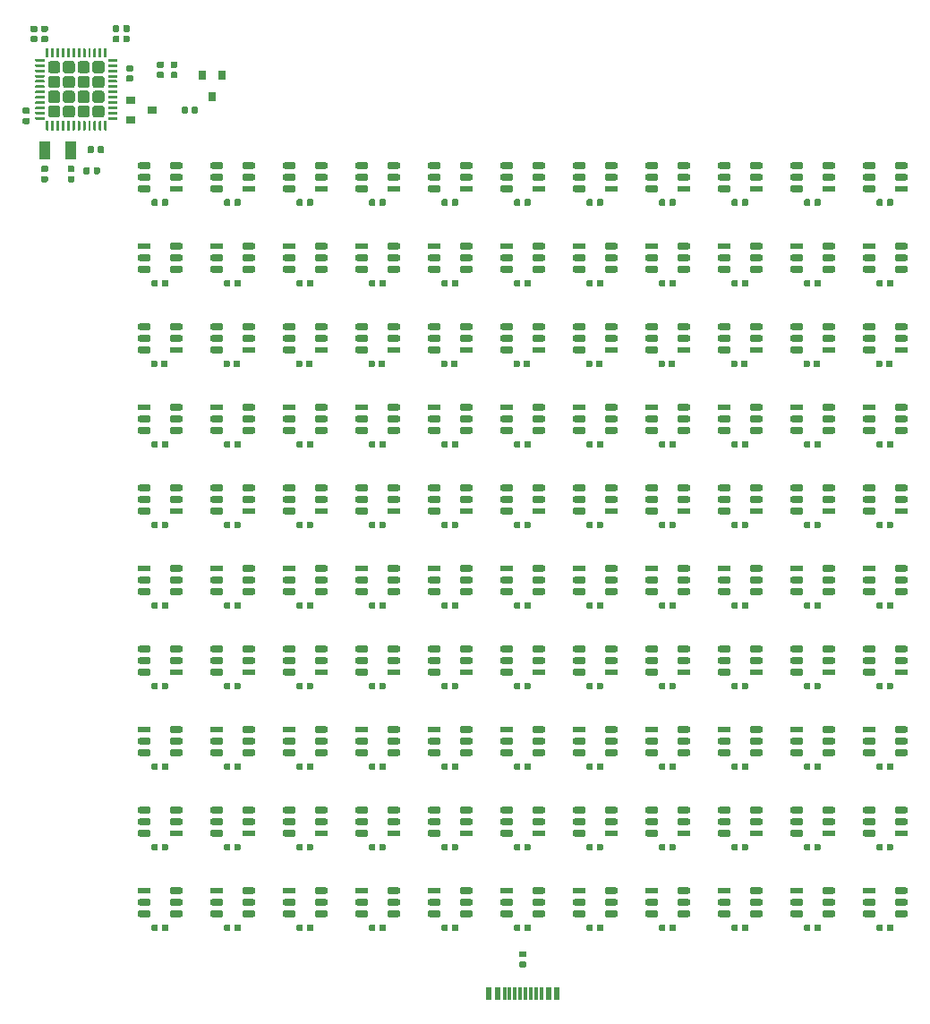
<source format=gbr>
G04 #@! TF.GenerationSoftware,KiCad,Pcbnew,(5.1.4)-1*
G04 #@! TF.CreationDate,2019-12-11T17:48:58-05:00*
G04 #@! TF.ProjectId,main,6d61696e-2e6b-4696-9361-645f70636258,rev?*
G04 #@! TF.SameCoordinates,Original*
G04 #@! TF.FileFunction,Paste,Top*
G04 #@! TF.FilePolarity,Positive*
%FSLAX46Y46*%
G04 Gerber Fmt 4.6, Leading zero omitted, Abs format (unit mm)*
G04 Created by KiCad (PCBNEW (5.1.4)-1) date 2019-12-11 17:48:58*
%MOMM*%
%LPD*%
G04 APERTURE LIST*
%ADD10R,0.600000X1.150000*%
%ADD11R,0.300000X1.150000*%
%ADD12C,0.100000*%
%ADD13C,0.590000*%
%ADD14R,0.900000X0.800000*%
%ADD15R,0.800000X0.900000*%
%ADD16R,1.000000X1.800000*%
%ADD17C,0.250000*%
%ADD18C,1.130000*%
%ADD19C,0.600000*%
%ADD20R,1.200000X0.600000*%
G04 APERTURE END LIST*
D10*
X53200000Y-93026000D03*
D11*
X51750000Y-93026000D03*
D10*
X52400000Y-93026000D03*
D11*
X50750000Y-93026000D03*
X51250000Y-93026000D03*
X50250000Y-93026000D03*
X49750000Y-93026000D03*
X48750000Y-93026000D03*
X49250000Y-93026000D03*
D10*
X47600000Y-93026000D03*
D11*
X48250000Y-93026000D03*
D10*
X46800000Y-93026000D03*
D12*
G36*
X18158958Y-9140710D02*
G01*
X18173276Y-9142834D01*
X18187317Y-9146351D01*
X18200946Y-9151228D01*
X18214031Y-9157417D01*
X18226447Y-9164858D01*
X18238073Y-9173481D01*
X18248798Y-9183202D01*
X18258519Y-9193927D01*
X18267142Y-9205553D01*
X18274583Y-9217969D01*
X18280772Y-9231054D01*
X18285649Y-9244683D01*
X18289166Y-9258724D01*
X18291290Y-9273042D01*
X18292000Y-9287500D01*
X18292000Y-9632500D01*
X18291290Y-9646958D01*
X18289166Y-9661276D01*
X18285649Y-9675317D01*
X18280772Y-9688946D01*
X18274583Y-9702031D01*
X18267142Y-9714447D01*
X18258519Y-9726073D01*
X18248798Y-9736798D01*
X18238073Y-9746519D01*
X18226447Y-9755142D01*
X18214031Y-9762583D01*
X18200946Y-9768772D01*
X18187317Y-9773649D01*
X18173276Y-9777166D01*
X18158958Y-9779290D01*
X18144500Y-9780000D01*
X17849500Y-9780000D01*
X17835042Y-9779290D01*
X17820724Y-9777166D01*
X17806683Y-9773649D01*
X17793054Y-9768772D01*
X17779969Y-9762583D01*
X17767553Y-9755142D01*
X17755927Y-9746519D01*
X17745202Y-9736798D01*
X17735481Y-9726073D01*
X17726858Y-9714447D01*
X17719417Y-9702031D01*
X17713228Y-9688946D01*
X17708351Y-9675317D01*
X17704834Y-9661276D01*
X17702710Y-9646958D01*
X17702000Y-9632500D01*
X17702000Y-9287500D01*
X17702710Y-9273042D01*
X17704834Y-9258724D01*
X17708351Y-9244683D01*
X17713228Y-9231054D01*
X17719417Y-9217969D01*
X17726858Y-9205553D01*
X17735481Y-9193927D01*
X17745202Y-9183202D01*
X17755927Y-9173481D01*
X17767553Y-9164858D01*
X17779969Y-9157417D01*
X17793054Y-9151228D01*
X17806683Y-9146351D01*
X17820724Y-9142834D01*
X17835042Y-9140710D01*
X17849500Y-9140000D01*
X18144500Y-9140000D01*
X18158958Y-9140710D01*
X18158958Y-9140710D01*
G37*
D13*
X17997000Y-9460000D03*
D12*
G36*
X19128958Y-9140710D02*
G01*
X19143276Y-9142834D01*
X19157317Y-9146351D01*
X19170946Y-9151228D01*
X19184031Y-9157417D01*
X19196447Y-9164858D01*
X19208073Y-9173481D01*
X19218798Y-9183202D01*
X19228519Y-9193927D01*
X19237142Y-9205553D01*
X19244583Y-9217969D01*
X19250772Y-9231054D01*
X19255649Y-9244683D01*
X19259166Y-9258724D01*
X19261290Y-9273042D01*
X19262000Y-9287500D01*
X19262000Y-9632500D01*
X19261290Y-9646958D01*
X19259166Y-9661276D01*
X19255649Y-9675317D01*
X19250772Y-9688946D01*
X19244583Y-9702031D01*
X19237142Y-9714447D01*
X19228519Y-9726073D01*
X19218798Y-9736798D01*
X19208073Y-9746519D01*
X19196447Y-9755142D01*
X19184031Y-9762583D01*
X19170946Y-9768772D01*
X19157317Y-9773649D01*
X19143276Y-9777166D01*
X19128958Y-9779290D01*
X19114500Y-9780000D01*
X18819500Y-9780000D01*
X18805042Y-9779290D01*
X18790724Y-9777166D01*
X18776683Y-9773649D01*
X18763054Y-9768772D01*
X18749969Y-9762583D01*
X18737553Y-9755142D01*
X18725927Y-9746519D01*
X18715202Y-9736798D01*
X18705481Y-9726073D01*
X18696858Y-9714447D01*
X18689417Y-9702031D01*
X18683228Y-9688946D01*
X18678351Y-9675317D01*
X18674834Y-9661276D01*
X18672710Y-9646958D01*
X18672000Y-9632500D01*
X18672000Y-9287500D01*
X18672710Y-9273042D01*
X18674834Y-9258724D01*
X18678351Y-9244683D01*
X18683228Y-9231054D01*
X18689417Y-9217969D01*
X18696858Y-9205553D01*
X18705481Y-9193927D01*
X18715202Y-9183202D01*
X18725927Y-9173481D01*
X18737553Y-9164858D01*
X18749969Y-9157417D01*
X18763054Y-9151228D01*
X18776683Y-9146351D01*
X18790724Y-9142834D01*
X18805042Y-9140710D01*
X18819500Y-9140000D01*
X19114500Y-9140000D01*
X19128958Y-9140710D01*
X19128958Y-9140710D01*
G37*
D13*
X18967000Y-9460000D03*
D14*
X14910000Y-9460000D03*
X12910000Y-10410000D03*
X12910000Y-8510000D03*
D15*
X20600000Y-8200000D03*
X19650000Y-6200000D03*
X21550000Y-6200000D03*
D12*
G36*
X4936958Y-1470710D02*
G01*
X4951276Y-1472834D01*
X4965317Y-1476351D01*
X4978946Y-1481228D01*
X4992031Y-1487417D01*
X5004447Y-1494858D01*
X5016073Y-1503481D01*
X5026798Y-1513202D01*
X5036519Y-1523927D01*
X5045142Y-1535553D01*
X5052583Y-1547969D01*
X5058772Y-1561054D01*
X5063649Y-1574683D01*
X5067166Y-1588724D01*
X5069290Y-1603042D01*
X5070000Y-1617500D01*
X5070000Y-1912500D01*
X5069290Y-1926958D01*
X5067166Y-1941276D01*
X5063649Y-1955317D01*
X5058772Y-1968946D01*
X5052583Y-1982031D01*
X5045142Y-1994447D01*
X5036519Y-2006073D01*
X5026798Y-2016798D01*
X5016073Y-2026519D01*
X5004447Y-2035142D01*
X4992031Y-2042583D01*
X4978946Y-2048772D01*
X4965317Y-2053649D01*
X4951276Y-2057166D01*
X4936958Y-2059290D01*
X4922500Y-2060000D01*
X4577500Y-2060000D01*
X4563042Y-2059290D01*
X4548724Y-2057166D01*
X4534683Y-2053649D01*
X4521054Y-2048772D01*
X4507969Y-2042583D01*
X4495553Y-2035142D01*
X4483927Y-2026519D01*
X4473202Y-2016798D01*
X4463481Y-2006073D01*
X4454858Y-1994447D01*
X4447417Y-1982031D01*
X4441228Y-1968946D01*
X4436351Y-1955317D01*
X4432834Y-1941276D01*
X4430710Y-1926958D01*
X4430000Y-1912500D01*
X4430000Y-1617500D01*
X4430710Y-1603042D01*
X4432834Y-1588724D01*
X4436351Y-1574683D01*
X4441228Y-1561054D01*
X4447417Y-1547969D01*
X4454858Y-1535553D01*
X4463481Y-1523927D01*
X4473202Y-1513202D01*
X4483927Y-1503481D01*
X4495553Y-1494858D01*
X4507969Y-1487417D01*
X4521054Y-1481228D01*
X4534683Y-1476351D01*
X4548724Y-1472834D01*
X4563042Y-1470710D01*
X4577500Y-1470000D01*
X4922500Y-1470000D01*
X4936958Y-1470710D01*
X4936958Y-1470710D01*
G37*
D13*
X4750000Y-1765000D03*
D12*
G36*
X4936958Y-2440710D02*
G01*
X4951276Y-2442834D01*
X4965317Y-2446351D01*
X4978946Y-2451228D01*
X4992031Y-2457417D01*
X5004447Y-2464858D01*
X5016073Y-2473481D01*
X5026798Y-2483202D01*
X5036519Y-2493927D01*
X5045142Y-2505553D01*
X5052583Y-2517969D01*
X5058772Y-2531054D01*
X5063649Y-2544683D01*
X5067166Y-2558724D01*
X5069290Y-2573042D01*
X5070000Y-2587500D01*
X5070000Y-2882500D01*
X5069290Y-2896958D01*
X5067166Y-2911276D01*
X5063649Y-2925317D01*
X5058772Y-2938946D01*
X5052583Y-2952031D01*
X5045142Y-2964447D01*
X5036519Y-2976073D01*
X5026798Y-2986798D01*
X5016073Y-2996519D01*
X5004447Y-3005142D01*
X4992031Y-3012583D01*
X4978946Y-3018772D01*
X4965317Y-3023649D01*
X4951276Y-3027166D01*
X4936958Y-3029290D01*
X4922500Y-3030000D01*
X4577500Y-3030000D01*
X4563042Y-3029290D01*
X4548724Y-3027166D01*
X4534683Y-3023649D01*
X4521054Y-3018772D01*
X4507969Y-3012583D01*
X4495553Y-3005142D01*
X4483927Y-2996519D01*
X4473202Y-2986798D01*
X4463481Y-2976073D01*
X4454858Y-2964447D01*
X4447417Y-2952031D01*
X4441228Y-2938946D01*
X4436351Y-2925317D01*
X4432834Y-2911276D01*
X4430710Y-2896958D01*
X4430000Y-2882500D01*
X4430000Y-2587500D01*
X4430710Y-2573042D01*
X4432834Y-2558724D01*
X4436351Y-2544683D01*
X4441228Y-2531054D01*
X4447417Y-2517969D01*
X4454858Y-2505553D01*
X4463481Y-2493927D01*
X4473202Y-2483202D01*
X4483927Y-2473481D01*
X4495553Y-2464858D01*
X4507969Y-2457417D01*
X4521054Y-2451228D01*
X4534683Y-2446351D01*
X4548724Y-2442834D01*
X4563042Y-2440710D01*
X4577500Y-2440000D01*
X4922500Y-2440000D01*
X4936958Y-2440710D01*
X4936958Y-2440710D01*
G37*
D13*
X4750000Y-2735000D03*
D12*
G36*
X9276958Y-12880710D02*
G01*
X9291276Y-12882834D01*
X9305317Y-12886351D01*
X9318946Y-12891228D01*
X9332031Y-12897417D01*
X9344447Y-12904858D01*
X9356073Y-12913481D01*
X9366798Y-12923202D01*
X9376519Y-12933927D01*
X9385142Y-12945553D01*
X9392583Y-12957969D01*
X9398772Y-12971054D01*
X9403649Y-12984683D01*
X9407166Y-12998724D01*
X9409290Y-13013042D01*
X9410000Y-13027500D01*
X9410000Y-13372500D01*
X9409290Y-13386958D01*
X9407166Y-13401276D01*
X9403649Y-13415317D01*
X9398772Y-13428946D01*
X9392583Y-13442031D01*
X9385142Y-13454447D01*
X9376519Y-13466073D01*
X9366798Y-13476798D01*
X9356073Y-13486519D01*
X9344447Y-13495142D01*
X9332031Y-13502583D01*
X9318946Y-13508772D01*
X9305317Y-13513649D01*
X9291276Y-13517166D01*
X9276958Y-13519290D01*
X9262500Y-13520000D01*
X8967500Y-13520000D01*
X8953042Y-13519290D01*
X8938724Y-13517166D01*
X8924683Y-13513649D01*
X8911054Y-13508772D01*
X8897969Y-13502583D01*
X8885553Y-13495142D01*
X8873927Y-13486519D01*
X8863202Y-13476798D01*
X8853481Y-13466073D01*
X8844858Y-13454447D01*
X8837417Y-13442031D01*
X8831228Y-13428946D01*
X8826351Y-13415317D01*
X8822834Y-13401276D01*
X8820710Y-13386958D01*
X8820000Y-13372500D01*
X8820000Y-13027500D01*
X8820710Y-13013042D01*
X8822834Y-12998724D01*
X8826351Y-12984683D01*
X8831228Y-12971054D01*
X8837417Y-12957969D01*
X8844858Y-12945553D01*
X8853481Y-12933927D01*
X8863202Y-12923202D01*
X8873927Y-12913481D01*
X8885553Y-12904858D01*
X8897969Y-12897417D01*
X8911054Y-12891228D01*
X8924683Y-12886351D01*
X8938724Y-12882834D01*
X8953042Y-12880710D01*
X8967500Y-12880000D01*
X9262500Y-12880000D01*
X9276958Y-12880710D01*
X9276958Y-12880710D01*
G37*
D13*
X9115000Y-13200000D03*
D12*
G36*
X10246958Y-12880710D02*
G01*
X10261276Y-12882834D01*
X10275317Y-12886351D01*
X10288946Y-12891228D01*
X10302031Y-12897417D01*
X10314447Y-12904858D01*
X10326073Y-12913481D01*
X10336798Y-12923202D01*
X10346519Y-12933927D01*
X10355142Y-12945553D01*
X10362583Y-12957969D01*
X10368772Y-12971054D01*
X10373649Y-12984683D01*
X10377166Y-12998724D01*
X10379290Y-13013042D01*
X10380000Y-13027500D01*
X10380000Y-13372500D01*
X10379290Y-13386958D01*
X10377166Y-13401276D01*
X10373649Y-13415317D01*
X10368772Y-13428946D01*
X10362583Y-13442031D01*
X10355142Y-13454447D01*
X10346519Y-13466073D01*
X10336798Y-13476798D01*
X10326073Y-13486519D01*
X10314447Y-13495142D01*
X10302031Y-13502583D01*
X10288946Y-13508772D01*
X10275317Y-13513649D01*
X10261276Y-13517166D01*
X10246958Y-13519290D01*
X10232500Y-13520000D01*
X9937500Y-13520000D01*
X9923042Y-13519290D01*
X9908724Y-13517166D01*
X9894683Y-13513649D01*
X9881054Y-13508772D01*
X9867969Y-13502583D01*
X9855553Y-13495142D01*
X9843927Y-13486519D01*
X9833202Y-13476798D01*
X9823481Y-13466073D01*
X9814858Y-13454447D01*
X9807417Y-13442031D01*
X9801228Y-13428946D01*
X9796351Y-13415317D01*
X9792834Y-13401276D01*
X9790710Y-13386958D01*
X9790000Y-13372500D01*
X9790000Y-13027500D01*
X9790710Y-13013042D01*
X9792834Y-12998724D01*
X9796351Y-12984683D01*
X9801228Y-12971054D01*
X9807417Y-12957969D01*
X9814858Y-12945553D01*
X9823481Y-12933927D01*
X9833202Y-12923202D01*
X9843927Y-12913481D01*
X9855553Y-12904858D01*
X9867969Y-12897417D01*
X9881054Y-12891228D01*
X9894683Y-12886351D01*
X9908724Y-12882834D01*
X9923042Y-12880710D01*
X9937500Y-12880000D01*
X10232500Y-12880000D01*
X10246958Y-12880710D01*
X10246958Y-12880710D01*
G37*
D13*
X10085000Y-13200000D03*
D12*
G36*
X12986958Y-5220710D02*
G01*
X13001276Y-5222834D01*
X13015317Y-5226351D01*
X13028946Y-5231228D01*
X13042031Y-5237417D01*
X13054447Y-5244858D01*
X13066073Y-5253481D01*
X13076798Y-5263202D01*
X13086519Y-5273927D01*
X13095142Y-5285553D01*
X13102583Y-5297969D01*
X13108772Y-5311054D01*
X13113649Y-5324683D01*
X13117166Y-5338724D01*
X13119290Y-5353042D01*
X13120000Y-5367500D01*
X13120000Y-5662500D01*
X13119290Y-5676958D01*
X13117166Y-5691276D01*
X13113649Y-5705317D01*
X13108772Y-5718946D01*
X13102583Y-5732031D01*
X13095142Y-5744447D01*
X13086519Y-5756073D01*
X13076798Y-5766798D01*
X13066073Y-5776519D01*
X13054447Y-5785142D01*
X13042031Y-5792583D01*
X13028946Y-5798772D01*
X13015317Y-5803649D01*
X13001276Y-5807166D01*
X12986958Y-5809290D01*
X12972500Y-5810000D01*
X12627500Y-5810000D01*
X12613042Y-5809290D01*
X12598724Y-5807166D01*
X12584683Y-5803649D01*
X12571054Y-5798772D01*
X12557969Y-5792583D01*
X12545553Y-5785142D01*
X12533927Y-5776519D01*
X12523202Y-5766798D01*
X12513481Y-5756073D01*
X12504858Y-5744447D01*
X12497417Y-5732031D01*
X12491228Y-5718946D01*
X12486351Y-5705317D01*
X12482834Y-5691276D01*
X12480710Y-5676958D01*
X12480000Y-5662500D01*
X12480000Y-5367500D01*
X12480710Y-5353042D01*
X12482834Y-5338724D01*
X12486351Y-5324683D01*
X12491228Y-5311054D01*
X12497417Y-5297969D01*
X12504858Y-5285553D01*
X12513481Y-5273927D01*
X12523202Y-5263202D01*
X12533927Y-5253481D01*
X12545553Y-5244858D01*
X12557969Y-5237417D01*
X12571054Y-5231228D01*
X12584683Y-5226351D01*
X12598724Y-5222834D01*
X12613042Y-5220710D01*
X12627500Y-5220000D01*
X12972500Y-5220000D01*
X12986958Y-5220710D01*
X12986958Y-5220710D01*
G37*
D13*
X12800000Y-5515000D03*
D12*
G36*
X12986958Y-6190710D02*
G01*
X13001276Y-6192834D01*
X13015317Y-6196351D01*
X13028946Y-6201228D01*
X13042031Y-6207417D01*
X13054447Y-6214858D01*
X13066073Y-6223481D01*
X13076798Y-6233202D01*
X13086519Y-6243927D01*
X13095142Y-6255553D01*
X13102583Y-6267969D01*
X13108772Y-6281054D01*
X13113649Y-6294683D01*
X13117166Y-6308724D01*
X13119290Y-6323042D01*
X13120000Y-6337500D01*
X13120000Y-6632500D01*
X13119290Y-6646958D01*
X13117166Y-6661276D01*
X13113649Y-6675317D01*
X13108772Y-6688946D01*
X13102583Y-6702031D01*
X13095142Y-6714447D01*
X13086519Y-6726073D01*
X13076798Y-6736798D01*
X13066073Y-6746519D01*
X13054447Y-6755142D01*
X13042031Y-6762583D01*
X13028946Y-6768772D01*
X13015317Y-6773649D01*
X13001276Y-6777166D01*
X12986958Y-6779290D01*
X12972500Y-6780000D01*
X12627500Y-6780000D01*
X12613042Y-6779290D01*
X12598724Y-6777166D01*
X12584683Y-6773649D01*
X12571054Y-6768772D01*
X12557969Y-6762583D01*
X12545553Y-6755142D01*
X12533927Y-6746519D01*
X12523202Y-6736798D01*
X12513481Y-6726073D01*
X12504858Y-6714447D01*
X12497417Y-6702031D01*
X12491228Y-6688946D01*
X12486351Y-6675317D01*
X12482834Y-6661276D01*
X12480710Y-6646958D01*
X12480000Y-6632500D01*
X12480000Y-6337500D01*
X12480710Y-6323042D01*
X12482834Y-6308724D01*
X12486351Y-6294683D01*
X12491228Y-6281054D01*
X12497417Y-6267969D01*
X12504858Y-6255553D01*
X12513481Y-6243927D01*
X12523202Y-6233202D01*
X12533927Y-6223481D01*
X12545553Y-6214858D01*
X12557969Y-6207417D01*
X12571054Y-6201228D01*
X12584683Y-6196351D01*
X12598724Y-6192834D01*
X12613042Y-6190710D01*
X12627500Y-6190000D01*
X12972500Y-6190000D01*
X12986958Y-6190710D01*
X12986958Y-6190710D01*
G37*
D13*
X12800000Y-6485000D03*
D12*
G36*
X9846958Y-14880710D02*
G01*
X9861276Y-14882834D01*
X9875317Y-14886351D01*
X9888946Y-14891228D01*
X9902031Y-14897417D01*
X9914447Y-14904858D01*
X9926073Y-14913481D01*
X9936798Y-14923202D01*
X9946519Y-14933927D01*
X9955142Y-14945553D01*
X9962583Y-14957969D01*
X9968772Y-14971054D01*
X9973649Y-14984683D01*
X9977166Y-14998724D01*
X9979290Y-15013042D01*
X9980000Y-15027500D01*
X9980000Y-15372500D01*
X9979290Y-15386958D01*
X9977166Y-15401276D01*
X9973649Y-15415317D01*
X9968772Y-15428946D01*
X9962583Y-15442031D01*
X9955142Y-15454447D01*
X9946519Y-15466073D01*
X9936798Y-15476798D01*
X9926073Y-15486519D01*
X9914447Y-15495142D01*
X9902031Y-15502583D01*
X9888946Y-15508772D01*
X9875317Y-15513649D01*
X9861276Y-15517166D01*
X9846958Y-15519290D01*
X9832500Y-15520000D01*
X9537500Y-15520000D01*
X9523042Y-15519290D01*
X9508724Y-15517166D01*
X9494683Y-15513649D01*
X9481054Y-15508772D01*
X9467969Y-15502583D01*
X9455553Y-15495142D01*
X9443927Y-15486519D01*
X9433202Y-15476798D01*
X9423481Y-15466073D01*
X9414858Y-15454447D01*
X9407417Y-15442031D01*
X9401228Y-15428946D01*
X9396351Y-15415317D01*
X9392834Y-15401276D01*
X9390710Y-15386958D01*
X9390000Y-15372500D01*
X9390000Y-15027500D01*
X9390710Y-15013042D01*
X9392834Y-14998724D01*
X9396351Y-14984683D01*
X9401228Y-14971054D01*
X9407417Y-14957969D01*
X9414858Y-14945553D01*
X9423481Y-14933927D01*
X9433202Y-14923202D01*
X9443927Y-14913481D01*
X9455553Y-14904858D01*
X9467969Y-14897417D01*
X9481054Y-14891228D01*
X9494683Y-14886351D01*
X9508724Y-14882834D01*
X9523042Y-14880710D01*
X9537500Y-14880000D01*
X9832500Y-14880000D01*
X9846958Y-14880710D01*
X9846958Y-14880710D01*
G37*
D13*
X9685000Y-15200000D03*
D12*
G36*
X8876958Y-14880710D02*
G01*
X8891276Y-14882834D01*
X8905317Y-14886351D01*
X8918946Y-14891228D01*
X8932031Y-14897417D01*
X8944447Y-14904858D01*
X8956073Y-14913481D01*
X8966798Y-14923202D01*
X8976519Y-14933927D01*
X8985142Y-14945553D01*
X8992583Y-14957969D01*
X8998772Y-14971054D01*
X9003649Y-14984683D01*
X9007166Y-14998724D01*
X9009290Y-15013042D01*
X9010000Y-15027500D01*
X9010000Y-15372500D01*
X9009290Y-15386958D01*
X9007166Y-15401276D01*
X9003649Y-15415317D01*
X8998772Y-15428946D01*
X8992583Y-15442031D01*
X8985142Y-15454447D01*
X8976519Y-15466073D01*
X8966798Y-15476798D01*
X8956073Y-15486519D01*
X8944447Y-15495142D01*
X8932031Y-15502583D01*
X8918946Y-15508772D01*
X8905317Y-15513649D01*
X8891276Y-15517166D01*
X8876958Y-15519290D01*
X8862500Y-15520000D01*
X8567500Y-15520000D01*
X8553042Y-15519290D01*
X8538724Y-15517166D01*
X8524683Y-15513649D01*
X8511054Y-15508772D01*
X8497969Y-15502583D01*
X8485553Y-15495142D01*
X8473927Y-15486519D01*
X8463202Y-15476798D01*
X8453481Y-15466073D01*
X8444858Y-15454447D01*
X8437417Y-15442031D01*
X8431228Y-15428946D01*
X8426351Y-15415317D01*
X8422834Y-15401276D01*
X8420710Y-15386958D01*
X8420000Y-15372500D01*
X8420000Y-15027500D01*
X8420710Y-15013042D01*
X8422834Y-14998724D01*
X8426351Y-14984683D01*
X8431228Y-14971054D01*
X8437417Y-14957969D01*
X8444858Y-14945553D01*
X8453481Y-14933927D01*
X8463202Y-14923202D01*
X8473927Y-14913481D01*
X8485553Y-14904858D01*
X8497969Y-14897417D01*
X8511054Y-14891228D01*
X8524683Y-14886351D01*
X8538724Y-14882834D01*
X8553042Y-14880710D01*
X8567500Y-14880000D01*
X8862500Y-14880000D01*
X8876958Y-14880710D01*
X8876958Y-14880710D01*
G37*
D13*
X8715000Y-15200000D03*
D12*
G36*
X3936958Y-1470710D02*
G01*
X3951276Y-1472834D01*
X3965317Y-1476351D01*
X3978946Y-1481228D01*
X3992031Y-1487417D01*
X4004447Y-1494858D01*
X4016073Y-1503481D01*
X4026798Y-1513202D01*
X4036519Y-1523927D01*
X4045142Y-1535553D01*
X4052583Y-1547969D01*
X4058772Y-1561054D01*
X4063649Y-1574683D01*
X4067166Y-1588724D01*
X4069290Y-1603042D01*
X4070000Y-1617500D01*
X4070000Y-1912500D01*
X4069290Y-1926958D01*
X4067166Y-1941276D01*
X4063649Y-1955317D01*
X4058772Y-1968946D01*
X4052583Y-1982031D01*
X4045142Y-1994447D01*
X4036519Y-2006073D01*
X4026798Y-2016798D01*
X4016073Y-2026519D01*
X4004447Y-2035142D01*
X3992031Y-2042583D01*
X3978946Y-2048772D01*
X3965317Y-2053649D01*
X3951276Y-2057166D01*
X3936958Y-2059290D01*
X3922500Y-2060000D01*
X3577500Y-2060000D01*
X3563042Y-2059290D01*
X3548724Y-2057166D01*
X3534683Y-2053649D01*
X3521054Y-2048772D01*
X3507969Y-2042583D01*
X3495553Y-2035142D01*
X3483927Y-2026519D01*
X3473202Y-2016798D01*
X3463481Y-2006073D01*
X3454858Y-1994447D01*
X3447417Y-1982031D01*
X3441228Y-1968946D01*
X3436351Y-1955317D01*
X3432834Y-1941276D01*
X3430710Y-1926958D01*
X3430000Y-1912500D01*
X3430000Y-1617500D01*
X3430710Y-1603042D01*
X3432834Y-1588724D01*
X3436351Y-1574683D01*
X3441228Y-1561054D01*
X3447417Y-1547969D01*
X3454858Y-1535553D01*
X3463481Y-1523927D01*
X3473202Y-1513202D01*
X3483927Y-1503481D01*
X3495553Y-1494858D01*
X3507969Y-1487417D01*
X3521054Y-1481228D01*
X3534683Y-1476351D01*
X3548724Y-1472834D01*
X3563042Y-1470710D01*
X3577500Y-1470000D01*
X3922500Y-1470000D01*
X3936958Y-1470710D01*
X3936958Y-1470710D01*
G37*
D13*
X3750000Y-1765000D03*
D12*
G36*
X3936958Y-2440710D02*
G01*
X3951276Y-2442834D01*
X3965317Y-2446351D01*
X3978946Y-2451228D01*
X3992031Y-2457417D01*
X4004447Y-2464858D01*
X4016073Y-2473481D01*
X4026798Y-2483202D01*
X4036519Y-2493927D01*
X4045142Y-2505553D01*
X4052583Y-2517969D01*
X4058772Y-2531054D01*
X4063649Y-2544683D01*
X4067166Y-2558724D01*
X4069290Y-2573042D01*
X4070000Y-2587500D01*
X4070000Y-2882500D01*
X4069290Y-2896958D01*
X4067166Y-2911276D01*
X4063649Y-2925317D01*
X4058772Y-2938946D01*
X4052583Y-2952031D01*
X4045142Y-2964447D01*
X4036519Y-2976073D01*
X4026798Y-2986798D01*
X4016073Y-2996519D01*
X4004447Y-3005142D01*
X3992031Y-3012583D01*
X3978946Y-3018772D01*
X3965317Y-3023649D01*
X3951276Y-3027166D01*
X3936958Y-3029290D01*
X3922500Y-3030000D01*
X3577500Y-3030000D01*
X3563042Y-3029290D01*
X3548724Y-3027166D01*
X3534683Y-3023649D01*
X3521054Y-3018772D01*
X3507969Y-3012583D01*
X3495553Y-3005142D01*
X3483927Y-2996519D01*
X3473202Y-2986798D01*
X3463481Y-2976073D01*
X3454858Y-2964447D01*
X3447417Y-2952031D01*
X3441228Y-2938946D01*
X3436351Y-2925317D01*
X3432834Y-2911276D01*
X3430710Y-2896958D01*
X3430000Y-2882500D01*
X3430000Y-2587500D01*
X3430710Y-2573042D01*
X3432834Y-2558724D01*
X3436351Y-2544683D01*
X3441228Y-2531054D01*
X3447417Y-2517969D01*
X3454858Y-2505553D01*
X3463481Y-2493927D01*
X3473202Y-2483202D01*
X3483927Y-2473481D01*
X3495553Y-2464858D01*
X3507969Y-2457417D01*
X3521054Y-2451228D01*
X3534683Y-2446351D01*
X3548724Y-2442834D01*
X3563042Y-2440710D01*
X3577500Y-2440000D01*
X3922500Y-2440000D01*
X3936958Y-2440710D01*
X3936958Y-2440710D01*
G37*
D13*
X3750000Y-2735000D03*
D12*
G36*
X12646958Y-2430710D02*
G01*
X12661276Y-2432834D01*
X12675317Y-2436351D01*
X12688946Y-2441228D01*
X12702031Y-2447417D01*
X12714447Y-2454858D01*
X12726073Y-2463481D01*
X12736798Y-2473202D01*
X12746519Y-2483927D01*
X12755142Y-2495553D01*
X12762583Y-2507969D01*
X12768772Y-2521054D01*
X12773649Y-2534683D01*
X12777166Y-2548724D01*
X12779290Y-2563042D01*
X12780000Y-2577500D01*
X12780000Y-2922500D01*
X12779290Y-2936958D01*
X12777166Y-2951276D01*
X12773649Y-2965317D01*
X12768772Y-2978946D01*
X12762583Y-2992031D01*
X12755142Y-3004447D01*
X12746519Y-3016073D01*
X12736798Y-3026798D01*
X12726073Y-3036519D01*
X12714447Y-3045142D01*
X12702031Y-3052583D01*
X12688946Y-3058772D01*
X12675317Y-3063649D01*
X12661276Y-3067166D01*
X12646958Y-3069290D01*
X12632500Y-3070000D01*
X12337500Y-3070000D01*
X12323042Y-3069290D01*
X12308724Y-3067166D01*
X12294683Y-3063649D01*
X12281054Y-3058772D01*
X12267969Y-3052583D01*
X12255553Y-3045142D01*
X12243927Y-3036519D01*
X12233202Y-3026798D01*
X12223481Y-3016073D01*
X12214858Y-3004447D01*
X12207417Y-2992031D01*
X12201228Y-2978946D01*
X12196351Y-2965317D01*
X12192834Y-2951276D01*
X12190710Y-2936958D01*
X12190000Y-2922500D01*
X12190000Y-2577500D01*
X12190710Y-2563042D01*
X12192834Y-2548724D01*
X12196351Y-2534683D01*
X12201228Y-2521054D01*
X12207417Y-2507969D01*
X12214858Y-2495553D01*
X12223481Y-2483927D01*
X12233202Y-2473202D01*
X12243927Y-2463481D01*
X12255553Y-2454858D01*
X12267969Y-2447417D01*
X12281054Y-2441228D01*
X12294683Y-2436351D01*
X12308724Y-2432834D01*
X12323042Y-2430710D01*
X12337500Y-2430000D01*
X12632500Y-2430000D01*
X12646958Y-2430710D01*
X12646958Y-2430710D01*
G37*
D13*
X12485000Y-2750000D03*
D12*
G36*
X11676958Y-2430710D02*
G01*
X11691276Y-2432834D01*
X11705317Y-2436351D01*
X11718946Y-2441228D01*
X11732031Y-2447417D01*
X11744447Y-2454858D01*
X11756073Y-2463481D01*
X11766798Y-2473202D01*
X11776519Y-2483927D01*
X11785142Y-2495553D01*
X11792583Y-2507969D01*
X11798772Y-2521054D01*
X11803649Y-2534683D01*
X11807166Y-2548724D01*
X11809290Y-2563042D01*
X11810000Y-2577500D01*
X11810000Y-2922500D01*
X11809290Y-2936958D01*
X11807166Y-2951276D01*
X11803649Y-2965317D01*
X11798772Y-2978946D01*
X11792583Y-2992031D01*
X11785142Y-3004447D01*
X11776519Y-3016073D01*
X11766798Y-3026798D01*
X11756073Y-3036519D01*
X11744447Y-3045142D01*
X11732031Y-3052583D01*
X11718946Y-3058772D01*
X11705317Y-3063649D01*
X11691276Y-3067166D01*
X11676958Y-3069290D01*
X11662500Y-3070000D01*
X11367500Y-3070000D01*
X11353042Y-3069290D01*
X11338724Y-3067166D01*
X11324683Y-3063649D01*
X11311054Y-3058772D01*
X11297969Y-3052583D01*
X11285553Y-3045142D01*
X11273927Y-3036519D01*
X11263202Y-3026798D01*
X11253481Y-3016073D01*
X11244858Y-3004447D01*
X11237417Y-2992031D01*
X11231228Y-2978946D01*
X11226351Y-2965317D01*
X11222834Y-2951276D01*
X11220710Y-2936958D01*
X11220000Y-2922500D01*
X11220000Y-2577500D01*
X11220710Y-2563042D01*
X11222834Y-2548724D01*
X11226351Y-2534683D01*
X11231228Y-2521054D01*
X11237417Y-2507969D01*
X11244858Y-2495553D01*
X11253481Y-2483927D01*
X11263202Y-2473202D01*
X11273927Y-2463481D01*
X11285553Y-2454858D01*
X11297969Y-2447417D01*
X11311054Y-2441228D01*
X11324683Y-2436351D01*
X11338724Y-2432834D01*
X11353042Y-2430710D01*
X11367500Y-2430000D01*
X11662500Y-2430000D01*
X11676958Y-2430710D01*
X11676958Y-2430710D01*
G37*
D13*
X11515000Y-2750000D03*
D12*
G36*
X12646958Y-1430710D02*
G01*
X12661276Y-1432834D01*
X12675317Y-1436351D01*
X12688946Y-1441228D01*
X12702031Y-1447417D01*
X12714447Y-1454858D01*
X12726073Y-1463481D01*
X12736798Y-1473202D01*
X12746519Y-1483927D01*
X12755142Y-1495553D01*
X12762583Y-1507969D01*
X12768772Y-1521054D01*
X12773649Y-1534683D01*
X12777166Y-1548724D01*
X12779290Y-1563042D01*
X12780000Y-1577500D01*
X12780000Y-1922500D01*
X12779290Y-1936958D01*
X12777166Y-1951276D01*
X12773649Y-1965317D01*
X12768772Y-1978946D01*
X12762583Y-1992031D01*
X12755142Y-2004447D01*
X12746519Y-2016073D01*
X12736798Y-2026798D01*
X12726073Y-2036519D01*
X12714447Y-2045142D01*
X12702031Y-2052583D01*
X12688946Y-2058772D01*
X12675317Y-2063649D01*
X12661276Y-2067166D01*
X12646958Y-2069290D01*
X12632500Y-2070000D01*
X12337500Y-2070000D01*
X12323042Y-2069290D01*
X12308724Y-2067166D01*
X12294683Y-2063649D01*
X12281054Y-2058772D01*
X12267969Y-2052583D01*
X12255553Y-2045142D01*
X12243927Y-2036519D01*
X12233202Y-2026798D01*
X12223481Y-2016073D01*
X12214858Y-2004447D01*
X12207417Y-1992031D01*
X12201228Y-1978946D01*
X12196351Y-1965317D01*
X12192834Y-1951276D01*
X12190710Y-1936958D01*
X12190000Y-1922500D01*
X12190000Y-1577500D01*
X12190710Y-1563042D01*
X12192834Y-1548724D01*
X12196351Y-1534683D01*
X12201228Y-1521054D01*
X12207417Y-1507969D01*
X12214858Y-1495553D01*
X12223481Y-1483927D01*
X12233202Y-1473202D01*
X12243927Y-1463481D01*
X12255553Y-1454858D01*
X12267969Y-1447417D01*
X12281054Y-1441228D01*
X12294683Y-1436351D01*
X12308724Y-1432834D01*
X12323042Y-1430710D01*
X12337500Y-1430000D01*
X12632500Y-1430000D01*
X12646958Y-1430710D01*
X12646958Y-1430710D01*
G37*
D13*
X12485000Y-1750000D03*
D12*
G36*
X11676958Y-1430710D02*
G01*
X11691276Y-1432834D01*
X11705317Y-1436351D01*
X11718946Y-1441228D01*
X11732031Y-1447417D01*
X11744447Y-1454858D01*
X11756073Y-1463481D01*
X11766798Y-1473202D01*
X11776519Y-1483927D01*
X11785142Y-1495553D01*
X11792583Y-1507969D01*
X11798772Y-1521054D01*
X11803649Y-1534683D01*
X11807166Y-1548724D01*
X11809290Y-1563042D01*
X11810000Y-1577500D01*
X11810000Y-1922500D01*
X11809290Y-1936958D01*
X11807166Y-1951276D01*
X11803649Y-1965317D01*
X11798772Y-1978946D01*
X11792583Y-1992031D01*
X11785142Y-2004447D01*
X11776519Y-2016073D01*
X11766798Y-2026798D01*
X11756073Y-2036519D01*
X11744447Y-2045142D01*
X11732031Y-2052583D01*
X11718946Y-2058772D01*
X11705317Y-2063649D01*
X11691276Y-2067166D01*
X11676958Y-2069290D01*
X11662500Y-2070000D01*
X11367500Y-2070000D01*
X11353042Y-2069290D01*
X11338724Y-2067166D01*
X11324683Y-2063649D01*
X11311054Y-2058772D01*
X11297969Y-2052583D01*
X11285553Y-2045142D01*
X11273927Y-2036519D01*
X11263202Y-2026798D01*
X11253481Y-2016073D01*
X11244858Y-2004447D01*
X11237417Y-1992031D01*
X11231228Y-1978946D01*
X11226351Y-1965317D01*
X11222834Y-1951276D01*
X11220710Y-1936958D01*
X11220000Y-1922500D01*
X11220000Y-1577500D01*
X11220710Y-1563042D01*
X11222834Y-1548724D01*
X11226351Y-1534683D01*
X11231228Y-1521054D01*
X11237417Y-1507969D01*
X11244858Y-1495553D01*
X11253481Y-1483927D01*
X11263202Y-1473202D01*
X11273927Y-1463481D01*
X11285553Y-1454858D01*
X11297969Y-1447417D01*
X11311054Y-1441228D01*
X11324683Y-1436351D01*
X11338724Y-1432834D01*
X11353042Y-1430710D01*
X11367500Y-1430000D01*
X11662500Y-1430000D01*
X11676958Y-1430710D01*
X11676958Y-1430710D01*
G37*
D13*
X11515000Y-1750000D03*
D12*
G36*
X15886958Y-5840710D02*
G01*
X15901276Y-5842834D01*
X15915317Y-5846351D01*
X15928946Y-5851228D01*
X15942031Y-5857417D01*
X15954447Y-5864858D01*
X15966073Y-5873481D01*
X15976798Y-5883202D01*
X15986519Y-5893927D01*
X15995142Y-5905553D01*
X16002583Y-5917969D01*
X16008772Y-5931054D01*
X16013649Y-5944683D01*
X16017166Y-5958724D01*
X16019290Y-5973042D01*
X16020000Y-5987500D01*
X16020000Y-6282500D01*
X16019290Y-6296958D01*
X16017166Y-6311276D01*
X16013649Y-6325317D01*
X16008772Y-6338946D01*
X16002583Y-6352031D01*
X15995142Y-6364447D01*
X15986519Y-6376073D01*
X15976798Y-6386798D01*
X15966073Y-6396519D01*
X15954447Y-6405142D01*
X15942031Y-6412583D01*
X15928946Y-6418772D01*
X15915317Y-6423649D01*
X15901276Y-6427166D01*
X15886958Y-6429290D01*
X15872500Y-6430000D01*
X15527500Y-6430000D01*
X15513042Y-6429290D01*
X15498724Y-6427166D01*
X15484683Y-6423649D01*
X15471054Y-6418772D01*
X15457969Y-6412583D01*
X15445553Y-6405142D01*
X15433927Y-6396519D01*
X15423202Y-6386798D01*
X15413481Y-6376073D01*
X15404858Y-6364447D01*
X15397417Y-6352031D01*
X15391228Y-6338946D01*
X15386351Y-6325317D01*
X15382834Y-6311276D01*
X15380710Y-6296958D01*
X15380000Y-6282500D01*
X15380000Y-5987500D01*
X15380710Y-5973042D01*
X15382834Y-5958724D01*
X15386351Y-5944683D01*
X15391228Y-5931054D01*
X15397417Y-5917969D01*
X15404858Y-5905553D01*
X15413481Y-5893927D01*
X15423202Y-5883202D01*
X15433927Y-5873481D01*
X15445553Y-5864858D01*
X15457969Y-5857417D01*
X15471054Y-5851228D01*
X15484683Y-5846351D01*
X15498724Y-5842834D01*
X15513042Y-5840710D01*
X15527500Y-5840000D01*
X15872500Y-5840000D01*
X15886958Y-5840710D01*
X15886958Y-5840710D01*
G37*
D13*
X15700000Y-6135000D03*
D12*
G36*
X15886958Y-4870710D02*
G01*
X15901276Y-4872834D01*
X15915317Y-4876351D01*
X15928946Y-4881228D01*
X15942031Y-4887417D01*
X15954447Y-4894858D01*
X15966073Y-4903481D01*
X15976798Y-4913202D01*
X15986519Y-4923927D01*
X15995142Y-4935553D01*
X16002583Y-4947969D01*
X16008772Y-4961054D01*
X16013649Y-4974683D01*
X16017166Y-4988724D01*
X16019290Y-5003042D01*
X16020000Y-5017500D01*
X16020000Y-5312500D01*
X16019290Y-5326958D01*
X16017166Y-5341276D01*
X16013649Y-5355317D01*
X16008772Y-5368946D01*
X16002583Y-5382031D01*
X15995142Y-5394447D01*
X15986519Y-5406073D01*
X15976798Y-5416798D01*
X15966073Y-5426519D01*
X15954447Y-5435142D01*
X15942031Y-5442583D01*
X15928946Y-5448772D01*
X15915317Y-5453649D01*
X15901276Y-5457166D01*
X15886958Y-5459290D01*
X15872500Y-5460000D01*
X15527500Y-5460000D01*
X15513042Y-5459290D01*
X15498724Y-5457166D01*
X15484683Y-5453649D01*
X15471054Y-5448772D01*
X15457969Y-5442583D01*
X15445553Y-5435142D01*
X15433927Y-5426519D01*
X15423202Y-5416798D01*
X15413481Y-5406073D01*
X15404858Y-5394447D01*
X15397417Y-5382031D01*
X15391228Y-5368946D01*
X15386351Y-5355317D01*
X15382834Y-5341276D01*
X15380710Y-5326958D01*
X15380000Y-5312500D01*
X15380000Y-5017500D01*
X15380710Y-5003042D01*
X15382834Y-4988724D01*
X15386351Y-4974683D01*
X15391228Y-4961054D01*
X15397417Y-4947969D01*
X15404858Y-4935553D01*
X15413481Y-4923927D01*
X15423202Y-4913202D01*
X15433927Y-4903481D01*
X15445553Y-4894858D01*
X15457969Y-4887417D01*
X15471054Y-4881228D01*
X15484683Y-4876351D01*
X15498724Y-4872834D01*
X15513042Y-4870710D01*
X15527500Y-4870000D01*
X15872500Y-4870000D01*
X15886958Y-4870710D01*
X15886958Y-4870710D01*
G37*
D13*
X15700000Y-5165000D03*
D12*
G36*
X17186958Y-5840710D02*
G01*
X17201276Y-5842834D01*
X17215317Y-5846351D01*
X17228946Y-5851228D01*
X17242031Y-5857417D01*
X17254447Y-5864858D01*
X17266073Y-5873481D01*
X17276798Y-5883202D01*
X17286519Y-5893927D01*
X17295142Y-5905553D01*
X17302583Y-5917969D01*
X17308772Y-5931054D01*
X17313649Y-5944683D01*
X17317166Y-5958724D01*
X17319290Y-5973042D01*
X17320000Y-5987500D01*
X17320000Y-6282500D01*
X17319290Y-6296958D01*
X17317166Y-6311276D01*
X17313649Y-6325317D01*
X17308772Y-6338946D01*
X17302583Y-6352031D01*
X17295142Y-6364447D01*
X17286519Y-6376073D01*
X17276798Y-6386798D01*
X17266073Y-6396519D01*
X17254447Y-6405142D01*
X17242031Y-6412583D01*
X17228946Y-6418772D01*
X17215317Y-6423649D01*
X17201276Y-6427166D01*
X17186958Y-6429290D01*
X17172500Y-6430000D01*
X16827500Y-6430000D01*
X16813042Y-6429290D01*
X16798724Y-6427166D01*
X16784683Y-6423649D01*
X16771054Y-6418772D01*
X16757969Y-6412583D01*
X16745553Y-6405142D01*
X16733927Y-6396519D01*
X16723202Y-6386798D01*
X16713481Y-6376073D01*
X16704858Y-6364447D01*
X16697417Y-6352031D01*
X16691228Y-6338946D01*
X16686351Y-6325317D01*
X16682834Y-6311276D01*
X16680710Y-6296958D01*
X16680000Y-6282500D01*
X16680000Y-5987500D01*
X16680710Y-5973042D01*
X16682834Y-5958724D01*
X16686351Y-5944683D01*
X16691228Y-5931054D01*
X16697417Y-5917969D01*
X16704858Y-5905553D01*
X16713481Y-5893927D01*
X16723202Y-5883202D01*
X16733927Y-5873481D01*
X16745553Y-5864858D01*
X16757969Y-5857417D01*
X16771054Y-5851228D01*
X16784683Y-5846351D01*
X16798724Y-5842834D01*
X16813042Y-5840710D01*
X16827500Y-5840000D01*
X17172500Y-5840000D01*
X17186958Y-5840710D01*
X17186958Y-5840710D01*
G37*
D13*
X17000000Y-6135000D03*
D12*
G36*
X17186958Y-4870710D02*
G01*
X17201276Y-4872834D01*
X17215317Y-4876351D01*
X17228946Y-4881228D01*
X17242031Y-4887417D01*
X17254447Y-4894858D01*
X17266073Y-4903481D01*
X17276798Y-4913202D01*
X17286519Y-4923927D01*
X17295142Y-4935553D01*
X17302583Y-4947969D01*
X17308772Y-4961054D01*
X17313649Y-4974683D01*
X17317166Y-4988724D01*
X17319290Y-5003042D01*
X17320000Y-5017500D01*
X17320000Y-5312500D01*
X17319290Y-5326958D01*
X17317166Y-5341276D01*
X17313649Y-5355317D01*
X17308772Y-5368946D01*
X17302583Y-5382031D01*
X17295142Y-5394447D01*
X17286519Y-5406073D01*
X17276798Y-5416798D01*
X17266073Y-5426519D01*
X17254447Y-5435142D01*
X17242031Y-5442583D01*
X17228946Y-5448772D01*
X17215317Y-5453649D01*
X17201276Y-5457166D01*
X17186958Y-5459290D01*
X17172500Y-5460000D01*
X16827500Y-5460000D01*
X16813042Y-5459290D01*
X16798724Y-5457166D01*
X16784683Y-5453649D01*
X16771054Y-5448772D01*
X16757969Y-5442583D01*
X16745553Y-5435142D01*
X16733927Y-5426519D01*
X16723202Y-5416798D01*
X16713481Y-5406073D01*
X16704858Y-5394447D01*
X16697417Y-5382031D01*
X16691228Y-5368946D01*
X16686351Y-5355317D01*
X16682834Y-5341276D01*
X16680710Y-5326958D01*
X16680000Y-5312500D01*
X16680000Y-5017500D01*
X16680710Y-5003042D01*
X16682834Y-4988724D01*
X16686351Y-4974683D01*
X16691228Y-4961054D01*
X16697417Y-4947969D01*
X16704858Y-4935553D01*
X16713481Y-4923927D01*
X16723202Y-4913202D01*
X16733927Y-4903481D01*
X16745553Y-4894858D01*
X16757969Y-4887417D01*
X16771054Y-4881228D01*
X16784683Y-4876351D01*
X16798724Y-4872834D01*
X16813042Y-4870710D01*
X16827500Y-4870000D01*
X17172500Y-4870000D01*
X17186958Y-4870710D01*
X17186958Y-4870710D01*
G37*
D13*
X17000000Y-5165000D03*
D12*
G36*
X3186958Y-9220710D02*
G01*
X3201276Y-9222834D01*
X3215317Y-9226351D01*
X3228946Y-9231228D01*
X3242031Y-9237417D01*
X3254447Y-9244858D01*
X3266073Y-9253481D01*
X3276798Y-9263202D01*
X3286519Y-9273927D01*
X3295142Y-9285553D01*
X3302583Y-9297969D01*
X3308772Y-9311054D01*
X3313649Y-9324683D01*
X3317166Y-9338724D01*
X3319290Y-9353042D01*
X3320000Y-9367500D01*
X3320000Y-9662500D01*
X3319290Y-9676958D01*
X3317166Y-9691276D01*
X3313649Y-9705317D01*
X3308772Y-9718946D01*
X3302583Y-9732031D01*
X3295142Y-9744447D01*
X3286519Y-9756073D01*
X3276798Y-9766798D01*
X3266073Y-9776519D01*
X3254447Y-9785142D01*
X3242031Y-9792583D01*
X3228946Y-9798772D01*
X3215317Y-9803649D01*
X3201276Y-9807166D01*
X3186958Y-9809290D01*
X3172500Y-9810000D01*
X2827500Y-9810000D01*
X2813042Y-9809290D01*
X2798724Y-9807166D01*
X2784683Y-9803649D01*
X2771054Y-9798772D01*
X2757969Y-9792583D01*
X2745553Y-9785142D01*
X2733927Y-9776519D01*
X2723202Y-9766798D01*
X2713481Y-9756073D01*
X2704858Y-9744447D01*
X2697417Y-9732031D01*
X2691228Y-9718946D01*
X2686351Y-9705317D01*
X2682834Y-9691276D01*
X2680710Y-9676958D01*
X2680000Y-9662500D01*
X2680000Y-9367500D01*
X2680710Y-9353042D01*
X2682834Y-9338724D01*
X2686351Y-9324683D01*
X2691228Y-9311054D01*
X2697417Y-9297969D01*
X2704858Y-9285553D01*
X2713481Y-9273927D01*
X2723202Y-9263202D01*
X2733927Y-9253481D01*
X2745553Y-9244858D01*
X2757969Y-9237417D01*
X2771054Y-9231228D01*
X2784683Y-9226351D01*
X2798724Y-9222834D01*
X2813042Y-9220710D01*
X2827500Y-9220000D01*
X3172500Y-9220000D01*
X3186958Y-9220710D01*
X3186958Y-9220710D01*
G37*
D13*
X3000000Y-9515000D03*
D12*
G36*
X3186958Y-10190710D02*
G01*
X3201276Y-10192834D01*
X3215317Y-10196351D01*
X3228946Y-10201228D01*
X3242031Y-10207417D01*
X3254447Y-10214858D01*
X3266073Y-10223481D01*
X3276798Y-10233202D01*
X3286519Y-10243927D01*
X3295142Y-10255553D01*
X3302583Y-10267969D01*
X3308772Y-10281054D01*
X3313649Y-10294683D01*
X3317166Y-10308724D01*
X3319290Y-10323042D01*
X3320000Y-10337500D01*
X3320000Y-10632500D01*
X3319290Y-10646958D01*
X3317166Y-10661276D01*
X3313649Y-10675317D01*
X3308772Y-10688946D01*
X3302583Y-10702031D01*
X3295142Y-10714447D01*
X3286519Y-10726073D01*
X3276798Y-10736798D01*
X3266073Y-10746519D01*
X3254447Y-10755142D01*
X3242031Y-10762583D01*
X3228946Y-10768772D01*
X3215317Y-10773649D01*
X3201276Y-10777166D01*
X3186958Y-10779290D01*
X3172500Y-10780000D01*
X2827500Y-10780000D01*
X2813042Y-10779290D01*
X2798724Y-10777166D01*
X2784683Y-10773649D01*
X2771054Y-10768772D01*
X2757969Y-10762583D01*
X2745553Y-10755142D01*
X2733927Y-10746519D01*
X2723202Y-10736798D01*
X2713481Y-10726073D01*
X2704858Y-10714447D01*
X2697417Y-10702031D01*
X2691228Y-10688946D01*
X2686351Y-10675317D01*
X2682834Y-10661276D01*
X2680710Y-10646958D01*
X2680000Y-10632500D01*
X2680000Y-10337500D01*
X2680710Y-10323042D01*
X2682834Y-10308724D01*
X2686351Y-10294683D01*
X2691228Y-10281054D01*
X2697417Y-10267969D01*
X2704858Y-10255553D01*
X2713481Y-10243927D01*
X2723202Y-10233202D01*
X2733927Y-10223481D01*
X2745553Y-10214858D01*
X2757969Y-10207417D01*
X2771054Y-10201228D01*
X2784683Y-10196351D01*
X2798724Y-10192834D01*
X2813042Y-10190710D01*
X2827500Y-10190000D01*
X3172500Y-10190000D01*
X3186958Y-10190710D01*
X3186958Y-10190710D01*
G37*
D13*
X3000000Y-10485000D03*
D12*
G36*
X50164958Y-89008210D02*
G01*
X50179276Y-89010334D01*
X50193317Y-89013851D01*
X50206946Y-89018728D01*
X50220031Y-89024917D01*
X50232447Y-89032358D01*
X50244073Y-89040981D01*
X50254798Y-89050702D01*
X50264519Y-89061427D01*
X50273142Y-89073053D01*
X50280583Y-89085469D01*
X50286772Y-89098554D01*
X50291649Y-89112183D01*
X50295166Y-89126224D01*
X50297290Y-89140542D01*
X50298000Y-89155000D01*
X50298000Y-89450000D01*
X50297290Y-89464458D01*
X50295166Y-89478776D01*
X50291649Y-89492817D01*
X50286772Y-89506446D01*
X50280583Y-89519531D01*
X50273142Y-89531947D01*
X50264519Y-89543573D01*
X50254798Y-89554298D01*
X50244073Y-89564019D01*
X50232447Y-89572642D01*
X50220031Y-89580083D01*
X50206946Y-89586272D01*
X50193317Y-89591149D01*
X50179276Y-89594666D01*
X50164958Y-89596790D01*
X50150500Y-89597500D01*
X49805500Y-89597500D01*
X49791042Y-89596790D01*
X49776724Y-89594666D01*
X49762683Y-89591149D01*
X49749054Y-89586272D01*
X49735969Y-89580083D01*
X49723553Y-89572642D01*
X49711927Y-89564019D01*
X49701202Y-89554298D01*
X49691481Y-89543573D01*
X49682858Y-89531947D01*
X49675417Y-89519531D01*
X49669228Y-89506446D01*
X49664351Y-89492817D01*
X49660834Y-89478776D01*
X49658710Y-89464458D01*
X49658000Y-89450000D01*
X49658000Y-89155000D01*
X49658710Y-89140542D01*
X49660834Y-89126224D01*
X49664351Y-89112183D01*
X49669228Y-89098554D01*
X49675417Y-89085469D01*
X49682858Y-89073053D01*
X49691481Y-89061427D01*
X49701202Y-89050702D01*
X49711927Y-89040981D01*
X49723553Y-89032358D01*
X49735969Y-89024917D01*
X49749054Y-89018728D01*
X49762683Y-89013851D01*
X49776724Y-89010334D01*
X49791042Y-89008210D01*
X49805500Y-89007500D01*
X50150500Y-89007500D01*
X50164958Y-89008210D01*
X50164958Y-89008210D01*
G37*
D13*
X49978000Y-89302500D03*
D12*
G36*
X50164958Y-89978210D02*
G01*
X50179276Y-89980334D01*
X50193317Y-89983851D01*
X50206946Y-89988728D01*
X50220031Y-89994917D01*
X50232447Y-90002358D01*
X50244073Y-90010981D01*
X50254798Y-90020702D01*
X50264519Y-90031427D01*
X50273142Y-90043053D01*
X50280583Y-90055469D01*
X50286772Y-90068554D01*
X50291649Y-90082183D01*
X50295166Y-90096224D01*
X50297290Y-90110542D01*
X50298000Y-90125000D01*
X50298000Y-90420000D01*
X50297290Y-90434458D01*
X50295166Y-90448776D01*
X50291649Y-90462817D01*
X50286772Y-90476446D01*
X50280583Y-90489531D01*
X50273142Y-90501947D01*
X50264519Y-90513573D01*
X50254798Y-90524298D01*
X50244073Y-90534019D01*
X50232447Y-90542642D01*
X50220031Y-90550083D01*
X50206946Y-90556272D01*
X50193317Y-90561149D01*
X50179276Y-90564666D01*
X50164958Y-90566790D01*
X50150500Y-90567500D01*
X49805500Y-90567500D01*
X49791042Y-90566790D01*
X49776724Y-90564666D01*
X49762683Y-90561149D01*
X49749054Y-90556272D01*
X49735969Y-90550083D01*
X49723553Y-90542642D01*
X49711927Y-90534019D01*
X49701202Y-90524298D01*
X49691481Y-90513573D01*
X49682858Y-90501947D01*
X49675417Y-90489531D01*
X49669228Y-90476446D01*
X49664351Y-90462817D01*
X49660834Y-90448776D01*
X49658710Y-90434458D01*
X49658000Y-90420000D01*
X49658000Y-90125000D01*
X49658710Y-90110542D01*
X49660834Y-90096224D01*
X49664351Y-90082183D01*
X49669228Y-90068554D01*
X49675417Y-90055469D01*
X49682858Y-90043053D01*
X49691481Y-90031427D01*
X49701202Y-90020702D01*
X49711927Y-90010981D01*
X49723553Y-90002358D01*
X49735969Y-89994917D01*
X49749054Y-89988728D01*
X49762683Y-89983851D01*
X49776724Y-89980334D01*
X49791042Y-89978210D01*
X49805500Y-89977500D01*
X50150500Y-89977500D01*
X50164958Y-89978210D01*
X50164958Y-89978210D01*
G37*
D13*
X49978000Y-90272500D03*
D16*
X7250000Y-13250000D03*
X4750000Y-13250000D03*
D12*
G36*
X7436958Y-15690710D02*
G01*
X7451276Y-15692834D01*
X7465317Y-15696351D01*
X7478946Y-15701228D01*
X7492031Y-15707417D01*
X7504447Y-15714858D01*
X7516073Y-15723481D01*
X7526798Y-15733202D01*
X7536519Y-15743927D01*
X7545142Y-15755553D01*
X7552583Y-15767969D01*
X7558772Y-15781054D01*
X7563649Y-15794683D01*
X7567166Y-15808724D01*
X7569290Y-15823042D01*
X7570000Y-15837500D01*
X7570000Y-16132500D01*
X7569290Y-16146958D01*
X7567166Y-16161276D01*
X7563649Y-16175317D01*
X7558772Y-16188946D01*
X7552583Y-16202031D01*
X7545142Y-16214447D01*
X7536519Y-16226073D01*
X7526798Y-16236798D01*
X7516073Y-16246519D01*
X7504447Y-16255142D01*
X7492031Y-16262583D01*
X7478946Y-16268772D01*
X7465317Y-16273649D01*
X7451276Y-16277166D01*
X7436958Y-16279290D01*
X7422500Y-16280000D01*
X7077500Y-16280000D01*
X7063042Y-16279290D01*
X7048724Y-16277166D01*
X7034683Y-16273649D01*
X7021054Y-16268772D01*
X7007969Y-16262583D01*
X6995553Y-16255142D01*
X6983927Y-16246519D01*
X6973202Y-16236798D01*
X6963481Y-16226073D01*
X6954858Y-16214447D01*
X6947417Y-16202031D01*
X6941228Y-16188946D01*
X6936351Y-16175317D01*
X6932834Y-16161276D01*
X6930710Y-16146958D01*
X6930000Y-16132500D01*
X6930000Y-15837500D01*
X6930710Y-15823042D01*
X6932834Y-15808724D01*
X6936351Y-15794683D01*
X6941228Y-15781054D01*
X6947417Y-15767969D01*
X6954858Y-15755553D01*
X6963481Y-15743927D01*
X6973202Y-15733202D01*
X6983927Y-15723481D01*
X6995553Y-15714858D01*
X7007969Y-15707417D01*
X7021054Y-15701228D01*
X7034683Y-15696351D01*
X7048724Y-15692834D01*
X7063042Y-15690710D01*
X7077500Y-15690000D01*
X7422500Y-15690000D01*
X7436958Y-15690710D01*
X7436958Y-15690710D01*
G37*
D13*
X7250000Y-15985000D03*
D12*
G36*
X7436958Y-14720710D02*
G01*
X7451276Y-14722834D01*
X7465317Y-14726351D01*
X7478946Y-14731228D01*
X7492031Y-14737417D01*
X7504447Y-14744858D01*
X7516073Y-14753481D01*
X7526798Y-14763202D01*
X7536519Y-14773927D01*
X7545142Y-14785553D01*
X7552583Y-14797969D01*
X7558772Y-14811054D01*
X7563649Y-14824683D01*
X7567166Y-14838724D01*
X7569290Y-14853042D01*
X7570000Y-14867500D01*
X7570000Y-15162500D01*
X7569290Y-15176958D01*
X7567166Y-15191276D01*
X7563649Y-15205317D01*
X7558772Y-15218946D01*
X7552583Y-15232031D01*
X7545142Y-15244447D01*
X7536519Y-15256073D01*
X7526798Y-15266798D01*
X7516073Y-15276519D01*
X7504447Y-15285142D01*
X7492031Y-15292583D01*
X7478946Y-15298772D01*
X7465317Y-15303649D01*
X7451276Y-15307166D01*
X7436958Y-15309290D01*
X7422500Y-15310000D01*
X7077500Y-15310000D01*
X7063042Y-15309290D01*
X7048724Y-15307166D01*
X7034683Y-15303649D01*
X7021054Y-15298772D01*
X7007969Y-15292583D01*
X6995553Y-15285142D01*
X6983927Y-15276519D01*
X6973202Y-15266798D01*
X6963481Y-15256073D01*
X6954858Y-15244447D01*
X6947417Y-15232031D01*
X6941228Y-15218946D01*
X6936351Y-15205317D01*
X6932834Y-15191276D01*
X6930710Y-15176958D01*
X6930000Y-15162500D01*
X6930000Y-14867500D01*
X6930710Y-14853042D01*
X6932834Y-14838724D01*
X6936351Y-14824683D01*
X6941228Y-14811054D01*
X6947417Y-14797969D01*
X6954858Y-14785553D01*
X6963481Y-14773927D01*
X6973202Y-14763202D01*
X6983927Y-14753481D01*
X6995553Y-14744858D01*
X7007969Y-14737417D01*
X7021054Y-14731228D01*
X7034683Y-14726351D01*
X7048724Y-14722834D01*
X7063042Y-14720710D01*
X7077500Y-14720000D01*
X7422500Y-14720000D01*
X7436958Y-14720710D01*
X7436958Y-14720710D01*
G37*
D13*
X7250000Y-15015000D03*
D12*
G36*
X4936958Y-15690710D02*
G01*
X4951276Y-15692834D01*
X4965317Y-15696351D01*
X4978946Y-15701228D01*
X4992031Y-15707417D01*
X5004447Y-15714858D01*
X5016073Y-15723481D01*
X5026798Y-15733202D01*
X5036519Y-15743927D01*
X5045142Y-15755553D01*
X5052583Y-15767969D01*
X5058772Y-15781054D01*
X5063649Y-15794683D01*
X5067166Y-15808724D01*
X5069290Y-15823042D01*
X5070000Y-15837500D01*
X5070000Y-16132500D01*
X5069290Y-16146958D01*
X5067166Y-16161276D01*
X5063649Y-16175317D01*
X5058772Y-16188946D01*
X5052583Y-16202031D01*
X5045142Y-16214447D01*
X5036519Y-16226073D01*
X5026798Y-16236798D01*
X5016073Y-16246519D01*
X5004447Y-16255142D01*
X4992031Y-16262583D01*
X4978946Y-16268772D01*
X4965317Y-16273649D01*
X4951276Y-16277166D01*
X4936958Y-16279290D01*
X4922500Y-16280000D01*
X4577500Y-16280000D01*
X4563042Y-16279290D01*
X4548724Y-16277166D01*
X4534683Y-16273649D01*
X4521054Y-16268772D01*
X4507969Y-16262583D01*
X4495553Y-16255142D01*
X4483927Y-16246519D01*
X4473202Y-16236798D01*
X4463481Y-16226073D01*
X4454858Y-16214447D01*
X4447417Y-16202031D01*
X4441228Y-16188946D01*
X4436351Y-16175317D01*
X4432834Y-16161276D01*
X4430710Y-16146958D01*
X4430000Y-16132500D01*
X4430000Y-15837500D01*
X4430710Y-15823042D01*
X4432834Y-15808724D01*
X4436351Y-15794683D01*
X4441228Y-15781054D01*
X4447417Y-15767969D01*
X4454858Y-15755553D01*
X4463481Y-15743927D01*
X4473202Y-15733202D01*
X4483927Y-15723481D01*
X4495553Y-15714858D01*
X4507969Y-15707417D01*
X4521054Y-15701228D01*
X4534683Y-15696351D01*
X4548724Y-15692834D01*
X4563042Y-15690710D01*
X4577500Y-15690000D01*
X4922500Y-15690000D01*
X4936958Y-15690710D01*
X4936958Y-15690710D01*
G37*
D13*
X4750000Y-15985000D03*
D12*
G36*
X4936958Y-14720710D02*
G01*
X4951276Y-14722834D01*
X4965317Y-14726351D01*
X4978946Y-14731228D01*
X4992031Y-14737417D01*
X5004447Y-14744858D01*
X5016073Y-14753481D01*
X5026798Y-14763202D01*
X5036519Y-14773927D01*
X5045142Y-14785553D01*
X5052583Y-14797969D01*
X5058772Y-14811054D01*
X5063649Y-14824683D01*
X5067166Y-14838724D01*
X5069290Y-14853042D01*
X5070000Y-14867500D01*
X5070000Y-15162500D01*
X5069290Y-15176958D01*
X5067166Y-15191276D01*
X5063649Y-15205317D01*
X5058772Y-15218946D01*
X5052583Y-15232031D01*
X5045142Y-15244447D01*
X5036519Y-15256073D01*
X5026798Y-15266798D01*
X5016073Y-15276519D01*
X5004447Y-15285142D01*
X4992031Y-15292583D01*
X4978946Y-15298772D01*
X4965317Y-15303649D01*
X4951276Y-15307166D01*
X4936958Y-15309290D01*
X4922500Y-15310000D01*
X4577500Y-15310000D01*
X4563042Y-15309290D01*
X4548724Y-15307166D01*
X4534683Y-15303649D01*
X4521054Y-15298772D01*
X4507969Y-15292583D01*
X4495553Y-15285142D01*
X4483927Y-15276519D01*
X4473202Y-15266798D01*
X4463481Y-15256073D01*
X4454858Y-15244447D01*
X4447417Y-15232031D01*
X4441228Y-15218946D01*
X4436351Y-15205317D01*
X4432834Y-15191276D01*
X4430710Y-15176958D01*
X4430000Y-15162500D01*
X4430000Y-14867500D01*
X4430710Y-14853042D01*
X4432834Y-14838724D01*
X4436351Y-14824683D01*
X4441228Y-14811054D01*
X4447417Y-14797969D01*
X4454858Y-14785553D01*
X4463481Y-14773927D01*
X4473202Y-14763202D01*
X4483927Y-14753481D01*
X4495553Y-14744858D01*
X4507969Y-14737417D01*
X4521054Y-14731228D01*
X4534683Y-14726351D01*
X4548724Y-14722834D01*
X4563042Y-14720710D01*
X4577500Y-14720000D01*
X4922500Y-14720000D01*
X4936958Y-14720710D01*
X4936958Y-14720710D01*
G37*
D13*
X4750000Y-15015000D03*
D12*
G36*
X23167558Y-86483710D02*
G01*
X23181876Y-86485834D01*
X23195917Y-86489351D01*
X23209546Y-86494228D01*
X23222631Y-86500417D01*
X23235047Y-86507858D01*
X23246673Y-86516481D01*
X23257398Y-86526202D01*
X23267119Y-86536927D01*
X23275742Y-86548553D01*
X23283183Y-86560969D01*
X23289372Y-86574054D01*
X23294249Y-86587683D01*
X23297766Y-86601724D01*
X23299890Y-86616042D01*
X23300600Y-86630500D01*
X23300600Y-86975500D01*
X23299890Y-86989958D01*
X23297766Y-87004276D01*
X23294249Y-87018317D01*
X23289372Y-87031946D01*
X23283183Y-87045031D01*
X23275742Y-87057447D01*
X23267119Y-87069073D01*
X23257398Y-87079798D01*
X23246673Y-87089519D01*
X23235047Y-87098142D01*
X23222631Y-87105583D01*
X23209546Y-87111772D01*
X23195917Y-87116649D01*
X23181876Y-87120166D01*
X23167558Y-87122290D01*
X23153100Y-87123000D01*
X22858100Y-87123000D01*
X22843642Y-87122290D01*
X22829324Y-87120166D01*
X22815283Y-87116649D01*
X22801654Y-87111772D01*
X22788569Y-87105583D01*
X22776153Y-87098142D01*
X22764527Y-87089519D01*
X22753802Y-87079798D01*
X22744081Y-87069073D01*
X22735458Y-87057447D01*
X22728017Y-87045031D01*
X22721828Y-87031946D01*
X22716951Y-87018317D01*
X22713434Y-87004276D01*
X22711310Y-86989958D01*
X22710600Y-86975500D01*
X22710600Y-86630500D01*
X22711310Y-86616042D01*
X22713434Y-86601724D01*
X22716951Y-86587683D01*
X22721828Y-86574054D01*
X22728017Y-86560969D01*
X22735458Y-86548553D01*
X22744081Y-86536927D01*
X22753802Y-86526202D01*
X22764527Y-86516481D01*
X22776153Y-86507858D01*
X22788569Y-86500417D01*
X22801654Y-86494228D01*
X22815283Y-86489351D01*
X22829324Y-86485834D01*
X22843642Y-86483710D01*
X22858100Y-86483000D01*
X23153100Y-86483000D01*
X23167558Y-86483710D01*
X23167558Y-86483710D01*
G37*
D13*
X23005600Y-86803000D03*
D12*
G36*
X22197558Y-86483710D02*
G01*
X22211876Y-86485834D01*
X22225917Y-86489351D01*
X22239546Y-86494228D01*
X22252631Y-86500417D01*
X22265047Y-86507858D01*
X22276673Y-86516481D01*
X22287398Y-86526202D01*
X22297119Y-86536927D01*
X22305742Y-86548553D01*
X22313183Y-86560969D01*
X22319372Y-86574054D01*
X22324249Y-86587683D01*
X22327766Y-86601724D01*
X22329890Y-86616042D01*
X22330600Y-86630500D01*
X22330600Y-86975500D01*
X22329890Y-86989958D01*
X22327766Y-87004276D01*
X22324249Y-87018317D01*
X22319372Y-87031946D01*
X22313183Y-87045031D01*
X22305742Y-87057447D01*
X22297119Y-87069073D01*
X22287398Y-87079798D01*
X22276673Y-87089519D01*
X22265047Y-87098142D01*
X22252631Y-87105583D01*
X22239546Y-87111772D01*
X22225917Y-87116649D01*
X22211876Y-87120166D01*
X22197558Y-87122290D01*
X22183100Y-87123000D01*
X21888100Y-87123000D01*
X21873642Y-87122290D01*
X21859324Y-87120166D01*
X21845283Y-87116649D01*
X21831654Y-87111772D01*
X21818569Y-87105583D01*
X21806153Y-87098142D01*
X21794527Y-87089519D01*
X21783802Y-87079798D01*
X21774081Y-87069073D01*
X21765458Y-87057447D01*
X21758017Y-87045031D01*
X21751828Y-87031946D01*
X21746951Y-87018317D01*
X21743434Y-87004276D01*
X21741310Y-86989958D01*
X21740600Y-86975500D01*
X21740600Y-86630500D01*
X21741310Y-86616042D01*
X21743434Y-86601724D01*
X21746951Y-86587683D01*
X21751828Y-86574054D01*
X21758017Y-86560969D01*
X21765458Y-86548553D01*
X21774081Y-86536927D01*
X21783802Y-86526202D01*
X21794527Y-86516481D01*
X21806153Y-86507858D01*
X21818569Y-86500417D01*
X21831654Y-86494228D01*
X21845283Y-86489351D01*
X21859324Y-86485834D01*
X21873642Y-86483710D01*
X21888100Y-86483000D01*
X22183100Y-86483000D01*
X22197558Y-86483710D01*
X22197558Y-86483710D01*
G37*
D13*
X22035600Y-86803000D03*
D12*
G36*
X16309558Y-40763710D02*
G01*
X16323876Y-40765834D01*
X16337917Y-40769351D01*
X16351546Y-40774228D01*
X16364631Y-40780417D01*
X16377047Y-40787858D01*
X16388673Y-40796481D01*
X16399398Y-40806202D01*
X16409119Y-40816927D01*
X16417742Y-40828553D01*
X16425183Y-40840969D01*
X16431372Y-40854054D01*
X16436249Y-40867683D01*
X16439766Y-40881724D01*
X16441890Y-40896042D01*
X16442600Y-40910500D01*
X16442600Y-41255500D01*
X16441890Y-41269958D01*
X16439766Y-41284276D01*
X16436249Y-41298317D01*
X16431372Y-41311946D01*
X16425183Y-41325031D01*
X16417742Y-41337447D01*
X16409119Y-41349073D01*
X16399398Y-41359798D01*
X16388673Y-41369519D01*
X16377047Y-41378142D01*
X16364631Y-41385583D01*
X16351546Y-41391772D01*
X16337917Y-41396649D01*
X16323876Y-41400166D01*
X16309558Y-41402290D01*
X16295100Y-41403000D01*
X16000100Y-41403000D01*
X15985642Y-41402290D01*
X15971324Y-41400166D01*
X15957283Y-41396649D01*
X15943654Y-41391772D01*
X15930569Y-41385583D01*
X15918153Y-41378142D01*
X15906527Y-41369519D01*
X15895802Y-41359798D01*
X15886081Y-41349073D01*
X15877458Y-41337447D01*
X15870017Y-41325031D01*
X15863828Y-41311946D01*
X15858951Y-41298317D01*
X15855434Y-41284276D01*
X15853310Y-41269958D01*
X15852600Y-41255500D01*
X15852600Y-40910500D01*
X15853310Y-40896042D01*
X15855434Y-40881724D01*
X15858951Y-40867683D01*
X15863828Y-40854054D01*
X15870017Y-40840969D01*
X15877458Y-40828553D01*
X15886081Y-40816927D01*
X15895802Y-40806202D01*
X15906527Y-40796481D01*
X15918153Y-40787858D01*
X15930569Y-40780417D01*
X15943654Y-40774228D01*
X15957283Y-40769351D01*
X15971324Y-40765834D01*
X15985642Y-40763710D01*
X16000100Y-40763000D01*
X16295100Y-40763000D01*
X16309558Y-40763710D01*
X16309558Y-40763710D01*
G37*
D13*
X16147600Y-41083000D03*
D12*
G36*
X15339558Y-40763710D02*
G01*
X15353876Y-40765834D01*
X15367917Y-40769351D01*
X15381546Y-40774228D01*
X15394631Y-40780417D01*
X15407047Y-40787858D01*
X15418673Y-40796481D01*
X15429398Y-40806202D01*
X15439119Y-40816927D01*
X15447742Y-40828553D01*
X15455183Y-40840969D01*
X15461372Y-40854054D01*
X15466249Y-40867683D01*
X15469766Y-40881724D01*
X15471890Y-40896042D01*
X15472600Y-40910500D01*
X15472600Y-41255500D01*
X15471890Y-41269958D01*
X15469766Y-41284276D01*
X15466249Y-41298317D01*
X15461372Y-41311946D01*
X15455183Y-41325031D01*
X15447742Y-41337447D01*
X15439119Y-41349073D01*
X15429398Y-41359798D01*
X15418673Y-41369519D01*
X15407047Y-41378142D01*
X15394631Y-41385583D01*
X15381546Y-41391772D01*
X15367917Y-41396649D01*
X15353876Y-41400166D01*
X15339558Y-41402290D01*
X15325100Y-41403000D01*
X15030100Y-41403000D01*
X15015642Y-41402290D01*
X15001324Y-41400166D01*
X14987283Y-41396649D01*
X14973654Y-41391772D01*
X14960569Y-41385583D01*
X14948153Y-41378142D01*
X14936527Y-41369519D01*
X14925802Y-41359798D01*
X14916081Y-41349073D01*
X14907458Y-41337447D01*
X14900017Y-41325031D01*
X14893828Y-41311946D01*
X14888951Y-41298317D01*
X14885434Y-41284276D01*
X14883310Y-41269958D01*
X14882600Y-41255500D01*
X14882600Y-40910500D01*
X14883310Y-40896042D01*
X14885434Y-40881724D01*
X14888951Y-40867683D01*
X14893828Y-40854054D01*
X14900017Y-40840969D01*
X14907458Y-40828553D01*
X14916081Y-40816927D01*
X14925802Y-40806202D01*
X14936527Y-40796481D01*
X14948153Y-40787858D01*
X14960569Y-40780417D01*
X14973654Y-40774228D01*
X14987283Y-40769351D01*
X15001324Y-40765834D01*
X15015642Y-40763710D01*
X15030100Y-40763000D01*
X15325100Y-40763000D01*
X15339558Y-40763710D01*
X15339558Y-40763710D01*
G37*
D13*
X15177600Y-41083000D03*
D12*
G36*
X83906858Y-48383710D02*
G01*
X83921176Y-48385834D01*
X83935217Y-48389351D01*
X83948846Y-48394228D01*
X83961931Y-48400417D01*
X83974347Y-48407858D01*
X83985973Y-48416481D01*
X83996698Y-48426202D01*
X84006419Y-48436927D01*
X84015042Y-48448553D01*
X84022483Y-48460969D01*
X84028672Y-48474054D01*
X84033549Y-48487683D01*
X84037066Y-48501724D01*
X84039190Y-48516042D01*
X84039900Y-48530500D01*
X84039900Y-48875500D01*
X84039190Y-48889958D01*
X84037066Y-48904276D01*
X84033549Y-48918317D01*
X84028672Y-48931946D01*
X84022483Y-48945031D01*
X84015042Y-48957447D01*
X84006419Y-48969073D01*
X83996698Y-48979798D01*
X83985973Y-48989519D01*
X83974347Y-48998142D01*
X83961931Y-49005583D01*
X83948846Y-49011772D01*
X83935217Y-49016649D01*
X83921176Y-49020166D01*
X83906858Y-49022290D01*
X83892400Y-49023000D01*
X83597400Y-49023000D01*
X83582942Y-49022290D01*
X83568624Y-49020166D01*
X83554583Y-49016649D01*
X83540954Y-49011772D01*
X83527869Y-49005583D01*
X83515453Y-48998142D01*
X83503827Y-48989519D01*
X83493102Y-48979798D01*
X83483381Y-48969073D01*
X83474758Y-48957447D01*
X83467317Y-48945031D01*
X83461128Y-48931946D01*
X83456251Y-48918317D01*
X83452734Y-48904276D01*
X83450610Y-48889958D01*
X83449900Y-48875500D01*
X83449900Y-48530500D01*
X83450610Y-48516042D01*
X83452734Y-48501724D01*
X83456251Y-48487683D01*
X83461128Y-48474054D01*
X83467317Y-48460969D01*
X83474758Y-48448553D01*
X83483381Y-48436927D01*
X83493102Y-48426202D01*
X83503827Y-48416481D01*
X83515453Y-48407858D01*
X83527869Y-48400417D01*
X83540954Y-48394228D01*
X83554583Y-48389351D01*
X83568624Y-48385834D01*
X83582942Y-48383710D01*
X83597400Y-48383000D01*
X83892400Y-48383000D01*
X83906858Y-48383710D01*
X83906858Y-48383710D01*
G37*
D13*
X83744900Y-48703000D03*
D12*
G36*
X84876858Y-48383710D02*
G01*
X84891176Y-48385834D01*
X84905217Y-48389351D01*
X84918846Y-48394228D01*
X84931931Y-48400417D01*
X84944347Y-48407858D01*
X84955973Y-48416481D01*
X84966698Y-48426202D01*
X84976419Y-48436927D01*
X84985042Y-48448553D01*
X84992483Y-48460969D01*
X84998672Y-48474054D01*
X85003549Y-48487683D01*
X85007066Y-48501724D01*
X85009190Y-48516042D01*
X85009900Y-48530500D01*
X85009900Y-48875500D01*
X85009190Y-48889958D01*
X85007066Y-48904276D01*
X85003549Y-48918317D01*
X84998672Y-48931946D01*
X84992483Y-48945031D01*
X84985042Y-48957447D01*
X84976419Y-48969073D01*
X84966698Y-48979798D01*
X84955973Y-48989519D01*
X84944347Y-48998142D01*
X84931931Y-49005583D01*
X84918846Y-49011772D01*
X84905217Y-49016649D01*
X84891176Y-49020166D01*
X84876858Y-49022290D01*
X84862400Y-49023000D01*
X84567400Y-49023000D01*
X84552942Y-49022290D01*
X84538624Y-49020166D01*
X84524583Y-49016649D01*
X84510954Y-49011772D01*
X84497869Y-49005583D01*
X84485453Y-48998142D01*
X84473827Y-48989519D01*
X84463102Y-48979798D01*
X84453381Y-48969073D01*
X84444758Y-48957447D01*
X84437317Y-48945031D01*
X84431128Y-48931946D01*
X84426251Y-48918317D01*
X84422734Y-48904276D01*
X84420610Y-48889958D01*
X84419900Y-48875500D01*
X84419900Y-48530500D01*
X84420610Y-48516042D01*
X84422734Y-48501724D01*
X84426251Y-48487683D01*
X84431128Y-48474054D01*
X84437317Y-48460969D01*
X84444758Y-48448553D01*
X84453381Y-48436927D01*
X84463102Y-48426202D01*
X84473827Y-48416481D01*
X84485453Y-48407858D01*
X84497869Y-48400417D01*
X84510954Y-48394228D01*
X84524583Y-48389351D01*
X84538624Y-48385834D01*
X84552942Y-48383710D01*
X84567400Y-48383000D01*
X84862400Y-48383000D01*
X84876858Y-48383710D01*
X84876858Y-48383710D01*
G37*
D13*
X84714900Y-48703000D03*
D12*
G36*
X16309558Y-56003710D02*
G01*
X16323876Y-56005834D01*
X16337917Y-56009351D01*
X16351546Y-56014228D01*
X16364631Y-56020417D01*
X16377047Y-56027858D01*
X16388673Y-56036481D01*
X16399398Y-56046202D01*
X16409119Y-56056927D01*
X16417742Y-56068553D01*
X16425183Y-56080969D01*
X16431372Y-56094054D01*
X16436249Y-56107683D01*
X16439766Y-56121724D01*
X16441890Y-56136042D01*
X16442600Y-56150500D01*
X16442600Y-56495500D01*
X16441890Y-56509958D01*
X16439766Y-56524276D01*
X16436249Y-56538317D01*
X16431372Y-56551946D01*
X16425183Y-56565031D01*
X16417742Y-56577447D01*
X16409119Y-56589073D01*
X16399398Y-56599798D01*
X16388673Y-56609519D01*
X16377047Y-56618142D01*
X16364631Y-56625583D01*
X16351546Y-56631772D01*
X16337917Y-56636649D01*
X16323876Y-56640166D01*
X16309558Y-56642290D01*
X16295100Y-56643000D01*
X16000100Y-56643000D01*
X15985642Y-56642290D01*
X15971324Y-56640166D01*
X15957283Y-56636649D01*
X15943654Y-56631772D01*
X15930569Y-56625583D01*
X15918153Y-56618142D01*
X15906527Y-56609519D01*
X15895802Y-56599798D01*
X15886081Y-56589073D01*
X15877458Y-56577447D01*
X15870017Y-56565031D01*
X15863828Y-56551946D01*
X15858951Y-56538317D01*
X15855434Y-56524276D01*
X15853310Y-56509958D01*
X15852600Y-56495500D01*
X15852600Y-56150500D01*
X15853310Y-56136042D01*
X15855434Y-56121724D01*
X15858951Y-56107683D01*
X15863828Y-56094054D01*
X15870017Y-56080969D01*
X15877458Y-56068553D01*
X15886081Y-56056927D01*
X15895802Y-56046202D01*
X15906527Y-56036481D01*
X15918153Y-56027858D01*
X15930569Y-56020417D01*
X15943654Y-56014228D01*
X15957283Y-56009351D01*
X15971324Y-56005834D01*
X15985642Y-56003710D01*
X16000100Y-56003000D01*
X16295100Y-56003000D01*
X16309558Y-56003710D01*
X16309558Y-56003710D01*
G37*
D13*
X16147600Y-56323000D03*
D12*
G36*
X15339558Y-56003710D02*
G01*
X15353876Y-56005834D01*
X15367917Y-56009351D01*
X15381546Y-56014228D01*
X15394631Y-56020417D01*
X15407047Y-56027858D01*
X15418673Y-56036481D01*
X15429398Y-56046202D01*
X15439119Y-56056927D01*
X15447742Y-56068553D01*
X15455183Y-56080969D01*
X15461372Y-56094054D01*
X15466249Y-56107683D01*
X15469766Y-56121724D01*
X15471890Y-56136042D01*
X15472600Y-56150500D01*
X15472600Y-56495500D01*
X15471890Y-56509958D01*
X15469766Y-56524276D01*
X15466249Y-56538317D01*
X15461372Y-56551946D01*
X15455183Y-56565031D01*
X15447742Y-56577447D01*
X15439119Y-56589073D01*
X15429398Y-56599798D01*
X15418673Y-56609519D01*
X15407047Y-56618142D01*
X15394631Y-56625583D01*
X15381546Y-56631772D01*
X15367917Y-56636649D01*
X15353876Y-56640166D01*
X15339558Y-56642290D01*
X15325100Y-56643000D01*
X15030100Y-56643000D01*
X15015642Y-56642290D01*
X15001324Y-56640166D01*
X14987283Y-56636649D01*
X14973654Y-56631772D01*
X14960569Y-56625583D01*
X14948153Y-56618142D01*
X14936527Y-56609519D01*
X14925802Y-56599798D01*
X14916081Y-56589073D01*
X14907458Y-56577447D01*
X14900017Y-56565031D01*
X14893828Y-56551946D01*
X14888951Y-56538317D01*
X14885434Y-56524276D01*
X14883310Y-56509958D01*
X14882600Y-56495500D01*
X14882600Y-56150500D01*
X14883310Y-56136042D01*
X14885434Y-56121724D01*
X14888951Y-56107683D01*
X14893828Y-56094054D01*
X14900017Y-56080969D01*
X14907458Y-56068553D01*
X14916081Y-56056927D01*
X14925802Y-56046202D01*
X14936527Y-56036481D01*
X14948153Y-56027858D01*
X14960569Y-56020417D01*
X14973654Y-56014228D01*
X14987283Y-56009351D01*
X15001324Y-56005834D01*
X15015642Y-56003710D01*
X15030100Y-56003000D01*
X15325100Y-56003000D01*
X15339558Y-56003710D01*
X15339558Y-56003710D01*
G37*
D13*
X15177600Y-56323000D03*
D12*
G36*
X83906858Y-63623710D02*
G01*
X83921176Y-63625834D01*
X83935217Y-63629351D01*
X83948846Y-63634228D01*
X83961931Y-63640417D01*
X83974347Y-63647858D01*
X83985973Y-63656481D01*
X83996698Y-63666202D01*
X84006419Y-63676927D01*
X84015042Y-63688553D01*
X84022483Y-63700969D01*
X84028672Y-63714054D01*
X84033549Y-63727683D01*
X84037066Y-63741724D01*
X84039190Y-63756042D01*
X84039900Y-63770500D01*
X84039900Y-64115500D01*
X84039190Y-64129958D01*
X84037066Y-64144276D01*
X84033549Y-64158317D01*
X84028672Y-64171946D01*
X84022483Y-64185031D01*
X84015042Y-64197447D01*
X84006419Y-64209073D01*
X83996698Y-64219798D01*
X83985973Y-64229519D01*
X83974347Y-64238142D01*
X83961931Y-64245583D01*
X83948846Y-64251772D01*
X83935217Y-64256649D01*
X83921176Y-64260166D01*
X83906858Y-64262290D01*
X83892400Y-64263000D01*
X83597400Y-64263000D01*
X83582942Y-64262290D01*
X83568624Y-64260166D01*
X83554583Y-64256649D01*
X83540954Y-64251772D01*
X83527869Y-64245583D01*
X83515453Y-64238142D01*
X83503827Y-64229519D01*
X83493102Y-64219798D01*
X83483381Y-64209073D01*
X83474758Y-64197447D01*
X83467317Y-64185031D01*
X83461128Y-64171946D01*
X83456251Y-64158317D01*
X83452734Y-64144276D01*
X83450610Y-64129958D01*
X83449900Y-64115500D01*
X83449900Y-63770500D01*
X83450610Y-63756042D01*
X83452734Y-63741724D01*
X83456251Y-63727683D01*
X83461128Y-63714054D01*
X83467317Y-63700969D01*
X83474758Y-63688553D01*
X83483381Y-63676927D01*
X83493102Y-63666202D01*
X83503827Y-63656481D01*
X83515453Y-63647858D01*
X83527869Y-63640417D01*
X83540954Y-63634228D01*
X83554583Y-63629351D01*
X83568624Y-63625834D01*
X83582942Y-63623710D01*
X83597400Y-63623000D01*
X83892400Y-63623000D01*
X83906858Y-63623710D01*
X83906858Y-63623710D01*
G37*
D13*
X83744900Y-63943000D03*
D12*
G36*
X84876858Y-63623710D02*
G01*
X84891176Y-63625834D01*
X84905217Y-63629351D01*
X84918846Y-63634228D01*
X84931931Y-63640417D01*
X84944347Y-63647858D01*
X84955973Y-63656481D01*
X84966698Y-63666202D01*
X84976419Y-63676927D01*
X84985042Y-63688553D01*
X84992483Y-63700969D01*
X84998672Y-63714054D01*
X85003549Y-63727683D01*
X85007066Y-63741724D01*
X85009190Y-63756042D01*
X85009900Y-63770500D01*
X85009900Y-64115500D01*
X85009190Y-64129958D01*
X85007066Y-64144276D01*
X85003549Y-64158317D01*
X84998672Y-64171946D01*
X84992483Y-64185031D01*
X84985042Y-64197447D01*
X84976419Y-64209073D01*
X84966698Y-64219798D01*
X84955973Y-64229519D01*
X84944347Y-64238142D01*
X84931931Y-64245583D01*
X84918846Y-64251772D01*
X84905217Y-64256649D01*
X84891176Y-64260166D01*
X84876858Y-64262290D01*
X84862400Y-64263000D01*
X84567400Y-64263000D01*
X84552942Y-64262290D01*
X84538624Y-64260166D01*
X84524583Y-64256649D01*
X84510954Y-64251772D01*
X84497869Y-64245583D01*
X84485453Y-64238142D01*
X84473827Y-64229519D01*
X84463102Y-64219798D01*
X84453381Y-64209073D01*
X84444758Y-64197447D01*
X84437317Y-64185031D01*
X84431128Y-64171946D01*
X84426251Y-64158317D01*
X84422734Y-64144276D01*
X84420610Y-64129958D01*
X84419900Y-64115500D01*
X84419900Y-63770500D01*
X84420610Y-63756042D01*
X84422734Y-63741724D01*
X84426251Y-63727683D01*
X84431128Y-63714054D01*
X84437317Y-63700969D01*
X84444758Y-63688553D01*
X84453381Y-63676927D01*
X84463102Y-63666202D01*
X84473827Y-63656481D01*
X84485453Y-63647858D01*
X84497869Y-63640417D01*
X84510954Y-63634228D01*
X84524583Y-63629351D01*
X84538624Y-63625834D01*
X84552942Y-63623710D01*
X84567400Y-63623000D01*
X84862400Y-63623000D01*
X84876858Y-63623710D01*
X84876858Y-63623710D01*
G37*
D13*
X84714900Y-63943000D03*
D12*
G36*
X78031558Y-25523710D02*
G01*
X78045876Y-25525834D01*
X78059917Y-25529351D01*
X78073546Y-25534228D01*
X78086631Y-25540417D01*
X78099047Y-25547858D01*
X78110673Y-25556481D01*
X78121398Y-25566202D01*
X78131119Y-25576927D01*
X78139742Y-25588553D01*
X78147183Y-25600969D01*
X78153372Y-25614054D01*
X78158249Y-25627683D01*
X78161766Y-25641724D01*
X78163890Y-25656042D01*
X78164600Y-25670500D01*
X78164600Y-26015500D01*
X78163890Y-26029958D01*
X78161766Y-26044276D01*
X78158249Y-26058317D01*
X78153372Y-26071946D01*
X78147183Y-26085031D01*
X78139742Y-26097447D01*
X78131119Y-26109073D01*
X78121398Y-26119798D01*
X78110673Y-26129519D01*
X78099047Y-26138142D01*
X78086631Y-26145583D01*
X78073546Y-26151772D01*
X78059917Y-26156649D01*
X78045876Y-26160166D01*
X78031558Y-26162290D01*
X78017100Y-26163000D01*
X77722100Y-26163000D01*
X77707642Y-26162290D01*
X77693324Y-26160166D01*
X77679283Y-26156649D01*
X77665654Y-26151772D01*
X77652569Y-26145583D01*
X77640153Y-26138142D01*
X77628527Y-26129519D01*
X77617802Y-26119798D01*
X77608081Y-26109073D01*
X77599458Y-26097447D01*
X77592017Y-26085031D01*
X77585828Y-26071946D01*
X77580951Y-26058317D01*
X77577434Y-26044276D01*
X77575310Y-26029958D01*
X77574600Y-26015500D01*
X77574600Y-25670500D01*
X77575310Y-25656042D01*
X77577434Y-25641724D01*
X77580951Y-25627683D01*
X77585828Y-25614054D01*
X77592017Y-25600969D01*
X77599458Y-25588553D01*
X77608081Y-25576927D01*
X77617802Y-25566202D01*
X77628527Y-25556481D01*
X77640153Y-25547858D01*
X77652569Y-25540417D01*
X77665654Y-25534228D01*
X77679283Y-25529351D01*
X77693324Y-25525834D01*
X77707642Y-25523710D01*
X77722100Y-25523000D01*
X78017100Y-25523000D01*
X78031558Y-25523710D01*
X78031558Y-25523710D01*
G37*
D13*
X77869600Y-25843000D03*
D12*
G36*
X77061558Y-25523710D02*
G01*
X77075876Y-25525834D01*
X77089917Y-25529351D01*
X77103546Y-25534228D01*
X77116631Y-25540417D01*
X77129047Y-25547858D01*
X77140673Y-25556481D01*
X77151398Y-25566202D01*
X77161119Y-25576927D01*
X77169742Y-25588553D01*
X77177183Y-25600969D01*
X77183372Y-25614054D01*
X77188249Y-25627683D01*
X77191766Y-25641724D01*
X77193890Y-25656042D01*
X77194600Y-25670500D01*
X77194600Y-26015500D01*
X77193890Y-26029958D01*
X77191766Y-26044276D01*
X77188249Y-26058317D01*
X77183372Y-26071946D01*
X77177183Y-26085031D01*
X77169742Y-26097447D01*
X77161119Y-26109073D01*
X77151398Y-26119798D01*
X77140673Y-26129519D01*
X77129047Y-26138142D01*
X77116631Y-26145583D01*
X77103546Y-26151772D01*
X77089917Y-26156649D01*
X77075876Y-26160166D01*
X77061558Y-26162290D01*
X77047100Y-26163000D01*
X76752100Y-26163000D01*
X76737642Y-26162290D01*
X76723324Y-26160166D01*
X76709283Y-26156649D01*
X76695654Y-26151772D01*
X76682569Y-26145583D01*
X76670153Y-26138142D01*
X76658527Y-26129519D01*
X76647802Y-26119798D01*
X76638081Y-26109073D01*
X76629458Y-26097447D01*
X76622017Y-26085031D01*
X76615828Y-26071946D01*
X76610951Y-26058317D01*
X76607434Y-26044276D01*
X76605310Y-26029958D01*
X76604600Y-26015500D01*
X76604600Y-25670500D01*
X76605310Y-25656042D01*
X76607434Y-25641724D01*
X76610951Y-25627683D01*
X76615828Y-25614054D01*
X76622017Y-25600969D01*
X76629458Y-25588553D01*
X76638081Y-25576927D01*
X76647802Y-25566202D01*
X76658527Y-25556481D01*
X76670153Y-25547858D01*
X76682569Y-25540417D01*
X76695654Y-25534228D01*
X76709283Y-25529351D01*
X76723324Y-25525834D01*
X76737642Y-25523710D01*
X76752100Y-25523000D01*
X77047100Y-25523000D01*
X77061558Y-25523710D01*
X77061558Y-25523710D01*
G37*
D13*
X76899600Y-25843000D03*
D12*
G36*
X16309558Y-71243710D02*
G01*
X16323876Y-71245834D01*
X16337917Y-71249351D01*
X16351546Y-71254228D01*
X16364631Y-71260417D01*
X16377047Y-71267858D01*
X16388673Y-71276481D01*
X16399398Y-71286202D01*
X16409119Y-71296927D01*
X16417742Y-71308553D01*
X16425183Y-71320969D01*
X16431372Y-71334054D01*
X16436249Y-71347683D01*
X16439766Y-71361724D01*
X16441890Y-71376042D01*
X16442600Y-71390500D01*
X16442600Y-71735500D01*
X16441890Y-71749958D01*
X16439766Y-71764276D01*
X16436249Y-71778317D01*
X16431372Y-71791946D01*
X16425183Y-71805031D01*
X16417742Y-71817447D01*
X16409119Y-71829073D01*
X16399398Y-71839798D01*
X16388673Y-71849519D01*
X16377047Y-71858142D01*
X16364631Y-71865583D01*
X16351546Y-71871772D01*
X16337917Y-71876649D01*
X16323876Y-71880166D01*
X16309558Y-71882290D01*
X16295100Y-71883000D01*
X16000100Y-71883000D01*
X15985642Y-71882290D01*
X15971324Y-71880166D01*
X15957283Y-71876649D01*
X15943654Y-71871772D01*
X15930569Y-71865583D01*
X15918153Y-71858142D01*
X15906527Y-71849519D01*
X15895802Y-71839798D01*
X15886081Y-71829073D01*
X15877458Y-71817447D01*
X15870017Y-71805031D01*
X15863828Y-71791946D01*
X15858951Y-71778317D01*
X15855434Y-71764276D01*
X15853310Y-71749958D01*
X15852600Y-71735500D01*
X15852600Y-71390500D01*
X15853310Y-71376042D01*
X15855434Y-71361724D01*
X15858951Y-71347683D01*
X15863828Y-71334054D01*
X15870017Y-71320969D01*
X15877458Y-71308553D01*
X15886081Y-71296927D01*
X15895802Y-71286202D01*
X15906527Y-71276481D01*
X15918153Y-71267858D01*
X15930569Y-71260417D01*
X15943654Y-71254228D01*
X15957283Y-71249351D01*
X15971324Y-71245834D01*
X15985642Y-71243710D01*
X16000100Y-71243000D01*
X16295100Y-71243000D01*
X16309558Y-71243710D01*
X16309558Y-71243710D01*
G37*
D13*
X16147600Y-71563000D03*
D12*
G36*
X15339558Y-71243710D02*
G01*
X15353876Y-71245834D01*
X15367917Y-71249351D01*
X15381546Y-71254228D01*
X15394631Y-71260417D01*
X15407047Y-71267858D01*
X15418673Y-71276481D01*
X15429398Y-71286202D01*
X15439119Y-71296927D01*
X15447742Y-71308553D01*
X15455183Y-71320969D01*
X15461372Y-71334054D01*
X15466249Y-71347683D01*
X15469766Y-71361724D01*
X15471890Y-71376042D01*
X15472600Y-71390500D01*
X15472600Y-71735500D01*
X15471890Y-71749958D01*
X15469766Y-71764276D01*
X15466249Y-71778317D01*
X15461372Y-71791946D01*
X15455183Y-71805031D01*
X15447742Y-71817447D01*
X15439119Y-71829073D01*
X15429398Y-71839798D01*
X15418673Y-71849519D01*
X15407047Y-71858142D01*
X15394631Y-71865583D01*
X15381546Y-71871772D01*
X15367917Y-71876649D01*
X15353876Y-71880166D01*
X15339558Y-71882290D01*
X15325100Y-71883000D01*
X15030100Y-71883000D01*
X15015642Y-71882290D01*
X15001324Y-71880166D01*
X14987283Y-71876649D01*
X14973654Y-71871772D01*
X14960569Y-71865583D01*
X14948153Y-71858142D01*
X14936527Y-71849519D01*
X14925802Y-71839798D01*
X14916081Y-71829073D01*
X14907458Y-71817447D01*
X14900017Y-71805031D01*
X14893828Y-71791946D01*
X14888951Y-71778317D01*
X14885434Y-71764276D01*
X14883310Y-71749958D01*
X14882600Y-71735500D01*
X14882600Y-71390500D01*
X14883310Y-71376042D01*
X14885434Y-71361724D01*
X14888951Y-71347683D01*
X14893828Y-71334054D01*
X14900017Y-71320969D01*
X14907458Y-71308553D01*
X14916081Y-71296927D01*
X14925802Y-71286202D01*
X14936527Y-71276481D01*
X14948153Y-71267858D01*
X14960569Y-71260417D01*
X14973654Y-71254228D01*
X14987283Y-71249351D01*
X15001324Y-71245834D01*
X15015642Y-71243710D01*
X15030100Y-71243000D01*
X15325100Y-71243000D01*
X15339558Y-71243710D01*
X15339558Y-71243710D01*
G37*
D13*
X15177600Y-71563000D03*
D12*
G36*
X78031558Y-40763710D02*
G01*
X78045876Y-40765834D01*
X78059917Y-40769351D01*
X78073546Y-40774228D01*
X78086631Y-40780417D01*
X78099047Y-40787858D01*
X78110673Y-40796481D01*
X78121398Y-40806202D01*
X78131119Y-40816927D01*
X78139742Y-40828553D01*
X78147183Y-40840969D01*
X78153372Y-40854054D01*
X78158249Y-40867683D01*
X78161766Y-40881724D01*
X78163890Y-40896042D01*
X78164600Y-40910500D01*
X78164600Y-41255500D01*
X78163890Y-41269958D01*
X78161766Y-41284276D01*
X78158249Y-41298317D01*
X78153372Y-41311946D01*
X78147183Y-41325031D01*
X78139742Y-41337447D01*
X78131119Y-41349073D01*
X78121398Y-41359798D01*
X78110673Y-41369519D01*
X78099047Y-41378142D01*
X78086631Y-41385583D01*
X78073546Y-41391772D01*
X78059917Y-41396649D01*
X78045876Y-41400166D01*
X78031558Y-41402290D01*
X78017100Y-41403000D01*
X77722100Y-41403000D01*
X77707642Y-41402290D01*
X77693324Y-41400166D01*
X77679283Y-41396649D01*
X77665654Y-41391772D01*
X77652569Y-41385583D01*
X77640153Y-41378142D01*
X77628527Y-41369519D01*
X77617802Y-41359798D01*
X77608081Y-41349073D01*
X77599458Y-41337447D01*
X77592017Y-41325031D01*
X77585828Y-41311946D01*
X77580951Y-41298317D01*
X77577434Y-41284276D01*
X77575310Y-41269958D01*
X77574600Y-41255500D01*
X77574600Y-40910500D01*
X77575310Y-40896042D01*
X77577434Y-40881724D01*
X77580951Y-40867683D01*
X77585828Y-40854054D01*
X77592017Y-40840969D01*
X77599458Y-40828553D01*
X77608081Y-40816927D01*
X77617802Y-40806202D01*
X77628527Y-40796481D01*
X77640153Y-40787858D01*
X77652569Y-40780417D01*
X77665654Y-40774228D01*
X77679283Y-40769351D01*
X77693324Y-40765834D01*
X77707642Y-40763710D01*
X77722100Y-40763000D01*
X78017100Y-40763000D01*
X78031558Y-40763710D01*
X78031558Y-40763710D01*
G37*
D13*
X77869600Y-41083000D03*
D12*
G36*
X77061558Y-40763710D02*
G01*
X77075876Y-40765834D01*
X77089917Y-40769351D01*
X77103546Y-40774228D01*
X77116631Y-40780417D01*
X77129047Y-40787858D01*
X77140673Y-40796481D01*
X77151398Y-40806202D01*
X77161119Y-40816927D01*
X77169742Y-40828553D01*
X77177183Y-40840969D01*
X77183372Y-40854054D01*
X77188249Y-40867683D01*
X77191766Y-40881724D01*
X77193890Y-40896042D01*
X77194600Y-40910500D01*
X77194600Y-41255500D01*
X77193890Y-41269958D01*
X77191766Y-41284276D01*
X77188249Y-41298317D01*
X77183372Y-41311946D01*
X77177183Y-41325031D01*
X77169742Y-41337447D01*
X77161119Y-41349073D01*
X77151398Y-41359798D01*
X77140673Y-41369519D01*
X77129047Y-41378142D01*
X77116631Y-41385583D01*
X77103546Y-41391772D01*
X77089917Y-41396649D01*
X77075876Y-41400166D01*
X77061558Y-41402290D01*
X77047100Y-41403000D01*
X76752100Y-41403000D01*
X76737642Y-41402290D01*
X76723324Y-41400166D01*
X76709283Y-41396649D01*
X76695654Y-41391772D01*
X76682569Y-41385583D01*
X76670153Y-41378142D01*
X76658527Y-41369519D01*
X76647802Y-41359798D01*
X76638081Y-41349073D01*
X76629458Y-41337447D01*
X76622017Y-41325031D01*
X76615828Y-41311946D01*
X76610951Y-41298317D01*
X76607434Y-41284276D01*
X76605310Y-41269958D01*
X76604600Y-41255500D01*
X76604600Y-40910500D01*
X76605310Y-40896042D01*
X76607434Y-40881724D01*
X76610951Y-40867683D01*
X76615828Y-40854054D01*
X76622017Y-40840969D01*
X76629458Y-40828553D01*
X76638081Y-40816927D01*
X76647802Y-40806202D01*
X76658527Y-40796481D01*
X76670153Y-40787858D01*
X76682569Y-40780417D01*
X76695654Y-40774228D01*
X76709283Y-40769351D01*
X76723324Y-40765834D01*
X76737642Y-40763710D01*
X76752100Y-40763000D01*
X77047100Y-40763000D01*
X77061558Y-40763710D01*
X77061558Y-40763710D01*
G37*
D13*
X76899600Y-41083000D03*
D12*
G36*
X77048858Y-63623710D02*
G01*
X77063176Y-63625834D01*
X77077217Y-63629351D01*
X77090846Y-63634228D01*
X77103931Y-63640417D01*
X77116347Y-63647858D01*
X77127973Y-63656481D01*
X77138698Y-63666202D01*
X77148419Y-63676927D01*
X77157042Y-63688553D01*
X77164483Y-63700969D01*
X77170672Y-63714054D01*
X77175549Y-63727683D01*
X77179066Y-63741724D01*
X77181190Y-63756042D01*
X77181900Y-63770500D01*
X77181900Y-64115500D01*
X77181190Y-64129958D01*
X77179066Y-64144276D01*
X77175549Y-64158317D01*
X77170672Y-64171946D01*
X77164483Y-64185031D01*
X77157042Y-64197447D01*
X77148419Y-64209073D01*
X77138698Y-64219798D01*
X77127973Y-64229519D01*
X77116347Y-64238142D01*
X77103931Y-64245583D01*
X77090846Y-64251772D01*
X77077217Y-64256649D01*
X77063176Y-64260166D01*
X77048858Y-64262290D01*
X77034400Y-64263000D01*
X76739400Y-64263000D01*
X76724942Y-64262290D01*
X76710624Y-64260166D01*
X76696583Y-64256649D01*
X76682954Y-64251772D01*
X76669869Y-64245583D01*
X76657453Y-64238142D01*
X76645827Y-64229519D01*
X76635102Y-64219798D01*
X76625381Y-64209073D01*
X76616758Y-64197447D01*
X76609317Y-64185031D01*
X76603128Y-64171946D01*
X76598251Y-64158317D01*
X76594734Y-64144276D01*
X76592610Y-64129958D01*
X76591900Y-64115500D01*
X76591900Y-63770500D01*
X76592610Y-63756042D01*
X76594734Y-63741724D01*
X76598251Y-63727683D01*
X76603128Y-63714054D01*
X76609317Y-63700969D01*
X76616758Y-63688553D01*
X76625381Y-63676927D01*
X76635102Y-63666202D01*
X76645827Y-63656481D01*
X76657453Y-63647858D01*
X76669869Y-63640417D01*
X76682954Y-63634228D01*
X76696583Y-63629351D01*
X76710624Y-63625834D01*
X76724942Y-63623710D01*
X76739400Y-63623000D01*
X77034400Y-63623000D01*
X77048858Y-63623710D01*
X77048858Y-63623710D01*
G37*
D13*
X76886900Y-63943000D03*
D12*
G36*
X78018858Y-63623710D02*
G01*
X78033176Y-63625834D01*
X78047217Y-63629351D01*
X78060846Y-63634228D01*
X78073931Y-63640417D01*
X78086347Y-63647858D01*
X78097973Y-63656481D01*
X78108698Y-63666202D01*
X78118419Y-63676927D01*
X78127042Y-63688553D01*
X78134483Y-63700969D01*
X78140672Y-63714054D01*
X78145549Y-63727683D01*
X78149066Y-63741724D01*
X78151190Y-63756042D01*
X78151900Y-63770500D01*
X78151900Y-64115500D01*
X78151190Y-64129958D01*
X78149066Y-64144276D01*
X78145549Y-64158317D01*
X78140672Y-64171946D01*
X78134483Y-64185031D01*
X78127042Y-64197447D01*
X78118419Y-64209073D01*
X78108698Y-64219798D01*
X78097973Y-64229519D01*
X78086347Y-64238142D01*
X78073931Y-64245583D01*
X78060846Y-64251772D01*
X78047217Y-64256649D01*
X78033176Y-64260166D01*
X78018858Y-64262290D01*
X78004400Y-64263000D01*
X77709400Y-64263000D01*
X77694942Y-64262290D01*
X77680624Y-64260166D01*
X77666583Y-64256649D01*
X77652954Y-64251772D01*
X77639869Y-64245583D01*
X77627453Y-64238142D01*
X77615827Y-64229519D01*
X77605102Y-64219798D01*
X77595381Y-64209073D01*
X77586758Y-64197447D01*
X77579317Y-64185031D01*
X77573128Y-64171946D01*
X77568251Y-64158317D01*
X77564734Y-64144276D01*
X77562610Y-64129958D01*
X77561900Y-64115500D01*
X77561900Y-63770500D01*
X77562610Y-63756042D01*
X77564734Y-63741724D01*
X77568251Y-63727683D01*
X77573128Y-63714054D01*
X77579317Y-63700969D01*
X77586758Y-63688553D01*
X77595381Y-63676927D01*
X77605102Y-63666202D01*
X77615827Y-63656481D01*
X77627453Y-63647858D01*
X77639869Y-63640417D01*
X77652954Y-63634228D01*
X77666583Y-63629351D01*
X77680624Y-63625834D01*
X77694942Y-63623710D01*
X77709400Y-63623000D01*
X78004400Y-63623000D01*
X78018858Y-63623710D01*
X78018858Y-63623710D01*
G37*
D13*
X77856900Y-63943000D03*
D12*
G36*
X63332858Y-48383710D02*
G01*
X63347176Y-48385834D01*
X63361217Y-48389351D01*
X63374846Y-48394228D01*
X63387931Y-48400417D01*
X63400347Y-48407858D01*
X63411973Y-48416481D01*
X63422698Y-48426202D01*
X63432419Y-48436927D01*
X63441042Y-48448553D01*
X63448483Y-48460969D01*
X63454672Y-48474054D01*
X63459549Y-48487683D01*
X63463066Y-48501724D01*
X63465190Y-48516042D01*
X63465900Y-48530500D01*
X63465900Y-48875500D01*
X63465190Y-48889958D01*
X63463066Y-48904276D01*
X63459549Y-48918317D01*
X63454672Y-48931946D01*
X63448483Y-48945031D01*
X63441042Y-48957447D01*
X63432419Y-48969073D01*
X63422698Y-48979798D01*
X63411973Y-48989519D01*
X63400347Y-48998142D01*
X63387931Y-49005583D01*
X63374846Y-49011772D01*
X63361217Y-49016649D01*
X63347176Y-49020166D01*
X63332858Y-49022290D01*
X63318400Y-49023000D01*
X63023400Y-49023000D01*
X63008942Y-49022290D01*
X62994624Y-49020166D01*
X62980583Y-49016649D01*
X62966954Y-49011772D01*
X62953869Y-49005583D01*
X62941453Y-48998142D01*
X62929827Y-48989519D01*
X62919102Y-48979798D01*
X62909381Y-48969073D01*
X62900758Y-48957447D01*
X62893317Y-48945031D01*
X62887128Y-48931946D01*
X62882251Y-48918317D01*
X62878734Y-48904276D01*
X62876610Y-48889958D01*
X62875900Y-48875500D01*
X62875900Y-48530500D01*
X62876610Y-48516042D01*
X62878734Y-48501724D01*
X62882251Y-48487683D01*
X62887128Y-48474054D01*
X62893317Y-48460969D01*
X62900758Y-48448553D01*
X62909381Y-48436927D01*
X62919102Y-48426202D01*
X62929827Y-48416481D01*
X62941453Y-48407858D01*
X62953869Y-48400417D01*
X62966954Y-48394228D01*
X62980583Y-48389351D01*
X62994624Y-48385834D01*
X63008942Y-48383710D01*
X63023400Y-48383000D01*
X63318400Y-48383000D01*
X63332858Y-48383710D01*
X63332858Y-48383710D01*
G37*
D13*
X63170900Y-48703000D03*
D12*
G36*
X64302858Y-48383710D02*
G01*
X64317176Y-48385834D01*
X64331217Y-48389351D01*
X64344846Y-48394228D01*
X64357931Y-48400417D01*
X64370347Y-48407858D01*
X64381973Y-48416481D01*
X64392698Y-48426202D01*
X64402419Y-48436927D01*
X64411042Y-48448553D01*
X64418483Y-48460969D01*
X64424672Y-48474054D01*
X64429549Y-48487683D01*
X64433066Y-48501724D01*
X64435190Y-48516042D01*
X64435900Y-48530500D01*
X64435900Y-48875500D01*
X64435190Y-48889958D01*
X64433066Y-48904276D01*
X64429549Y-48918317D01*
X64424672Y-48931946D01*
X64418483Y-48945031D01*
X64411042Y-48957447D01*
X64402419Y-48969073D01*
X64392698Y-48979798D01*
X64381973Y-48989519D01*
X64370347Y-48998142D01*
X64357931Y-49005583D01*
X64344846Y-49011772D01*
X64331217Y-49016649D01*
X64317176Y-49020166D01*
X64302858Y-49022290D01*
X64288400Y-49023000D01*
X63993400Y-49023000D01*
X63978942Y-49022290D01*
X63964624Y-49020166D01*
X63950583Y-49016649D01*
X63936954Y-49011772D01*
X63923869Y-49005583D01*
X63911453Y-48998142D01*
X63899827Y-48989519D01*
X63889102Y-48979798D01*
X63879381Y-48969073D01*
X63870758Y-48957447D01*
X63863317Y-48945031D01*
X63857128Y-48931946D01*
X63852251Y-48918317D01*
X63848734Y-48904276D01*
X63846610Y-48889958D01*
X63845900Y-48875500D01*
X63845900Y-48530500D01*
X63846610Y-48516042D01*
X63848734Y-48501724D01*
X63852251Y-48487683D01*
X63857128Y-48474054D01*
X63863317Y-48460969D01*
X63870758Y-48448553D01*
X63879381Y-48436927D01*
X63889102Y-48426202D01*
X63899827Y-48416481D01*
X63911453Y-48407858D01*
X63923869Y-48400417D01*
X63936954Y-48394228D01*
X63950583Y-48389351D01*
X63964624Y-48385834D01*
X63978942Y-48383710D01*
X63993400Y-48383000D01*
X64288400Y-48383000D01*
X64302858Y-48383710D01*
X64302858Y-48383710D01*
G37*
D13*
X64140900Y-48703000D03*
D12*
G36*
X15263358Y-33143710D02*
G01*
X15277676Y-33145834D01*
X15291717Y-33149351D01*
X15305346Y-33154228D01*
X15318431Y-33160417D01*
X15330847Y-33167858D01*
X15342473Y-33176481D01*
X15353198Y-33186202D01*
X15362919Y-33196927D01*
X15371542Y-33208553D01*
X15378983Y-33220969D01*
X15385172Y-33234054D01*
X15390049Y-33247683D01*
X15393566Y-33261724D01*
X15395690Y-33276042D01*
X15396400Y-33290500D01*
X15396400Y-33635500D01*
X15395690Y-33649958D01*
X15393566Y-33664276D01*
X15390049Y-33678317D01*
X15385172Y-33691946D01*
X15378983Y-33705031D01*
X15371542Y-33717447D01*
X15362919Y-33729073D01*
X15353198Y-33739798D01*
X15342473Y-33749519D01*
X15330847Y-33758142D01*
X15318431Y-33765583D01*
X15305346Y-33771772D01*
X15291717Y-33776649D01*
X15277676Y-33780166D01*
X15263358Y-33782290D01*
X15248900Y-33783000D01*
X14953900Y-33783000D01*
X14939442Y-33782290D01*
X14925124Y-33780166D01*
X14911083Y-33776649D01*
X14897454Y-33771772D01*
X14884369Y-33765583D01*
X14871953Y-33758142D01*
X14860327Y-33749519D01*
X14849602Y-33739798D01*
X14839881Y-33729073D01*
X14831258Y-33717447D01*
X14823817Y-33705031D01*
X14817628Y-33691946D01*
X14812751Y-33678317D01*
X14809234Y-33664276D01*
X14807110Y-33649958D01*
X14806400Y-33635500D01*
X14806400Y-33290500D01*
X14807110Y-33276042D01*
X14809234Y-33261724D01*
X14812751Y-33247683D01*
X14817628Y-33234054D01*
X14823817Y-33220969D01*
X14831258Y-33208553D01*
X14839881Y-33196927D01*
X14849602Y-33186202D01*
X14860327Y-33176481D01*
X14871953Y-33167858D01*
X14884369Y-33160417D01*
X14897454Y-33154228D01*
X14911083Y-33149351D01*
X14925124Y-33145834D01*
X14939442Y-33143710D01*
X14953900Y-33143000D01*
X15248900Y-33143000D01*
X15263358Y-33143710D01*
X15263358Y-33143710D01*
G37*
D13*
X15101400Y-33463000D03*
D12*
G36*
X16233358Y-33143710D02*
G01*
X16247676Y-33145834D01*
X16261717Y-33149351D01*
X16275346Y-33154228D01*
X16288431Y-33160417D01*
X16300847Y-33167858D01*
X16312473Y-33176481D01*
X16323198Y-33186202D01*
X16332919Y-33196927D01*
X16341542Y-33208553D01*
X16348983Y-33220969D01*
X16355172Y-33234054D01*
X16360049Y-33247683D01*
X16363566Y-33261724D01*
X16365690Y-33276042D01*
X16366400Y-33290500D01*
X16366400Y-33635500D01*
X16365690Y-33649958D01*
X16363566Y-33664276D01*
X16360049Y-33678317D01*
X16355172Y-33691946D01*
X16348983Y-33705031D01*
X16341542Y-33717447D01*
X16332919Y-33729073D01*
X16323198Y-33739798D01*
X16312473Y-33749519D01*
X16300847Y-33758142D01*
X16288431Y-33765583D01*
X16275346Y-33771772D01*
X16261717Y-33776649D01*
X16247676Y-33780166D01*
X16233358Y-33782290D01*
X16218900Y-33783000D01*
X15923900Y-33783000D01*
X15909442Y-33782290D01*
X15895124Y-33780166D01*
X15881083Y-33776649D01*
X15867454Y-33771772D01*
X15854369Y-33765583D01*
X15841953Y-33758142D01*
X15830327Y-33749519D01*
X15819602Y-33739798D01*
X15809881Y-33729073D01*
X15801258Y-33717447D01*
X15793817Y-33705031D01*
X15787628Y-33691946D01*
X15782751Y-33678317D01*
X15779234Y-33664276D01*
X15777110Y-33649958D01*
X15776400Y-33635500D01*
X15776400Y-33290500D01*
X15777110Y-33276042D01*
X15779234Y-33261724D01*
X15782751Y-33247683D01*
X15787628Y-33234054D01*
X15793817Y-33220969D01*
X15801258Y-33208553D01*
X15809881Y-33196927D01*
X15819602Y-33186202D01*
X15830327Y-33176481D01*
X15841953Y-33167858D01*
X15854369Y-33160417D01*
X15867454Y-33154228D01*
X15881083Y-33149351D01*
X15895124Y-33145834D01*
X15909442Y-33143710D01*
X15923900Y-33143000D01*
X16218900Y-33143000D01*
X16233358Y-33143710D01*
X16233358Y-33143710D01*
G37*
D13*
X16071400Y-33463000D03*
D12*
G36*
X29042858Y-78863710D02*
G01*
X29057176Y-78865834D01*
X29071217Y-78869351D01*
X29084846Y-78874228D01*
X29097931Y-78880417D01*
X29110347Y-78887858D01*
X29121973Y-78896481D01*
X29132698Y-78906202D01*
X29142419Y-78916927D01*
X29151042Y-78928553D01*
X29158483Y-78940969D01*
X29164672Y-78954054D01*
X29169549Y-78967683D01*
X29173066Y-78981724D01*
X29175190Y-78996042D01*
X29175900Y-79010500D01*
X29175900Y-79355500D01*
X29175190Y-79369958D01*
X29173066Y-79384276D01*
X29169549Y-79398317D01*
X29164672Y-79411946D01*
X29158483Y-79425031D01*
X29151042Y-79437447D01*
X29142419Y-79449073D01*
X29132698Y-79459798D01*
X29121973Y-79469519D01*
X29110347Y-79478142D01*
X29097931Y-79485583D01*
X29084846Y-79491772D01*
X29071217Y-79496649D01*
X29057176Y-79500166D01*
X29042858Y-79502290D01*
X29028400Y-79503000D01*
X28733400Y-79503000D01*
X28718942Y-79502290D01*
X28704624Y-79500166D01*
X28690583Y-79496649D01*
X28676954Y-79491772D01*
X28663869Y-79485583D01*
X28651453Y-79478142D01*
X28639827Y-79469519D01*
X28629102Y-79459798D01*
X28619381Y-79449073D01*
X28610758Y-79437447D01*
X28603317Y-79425031D01*
X28597128Y-79411946D01*
X28592251Y-79398317D01*
X28588734Y-79384276D01*
X28586610Y-79369958D01*
X28585900Y-79355500D01*
X28585900Y-79010500D01*
X28586610Y-78996042D01*
X28588734Y-78981724D01*
X28592251Y-78967683D01*
X28597128Y-78954054D01*
X28603317Y-78940969D01*
X28610758Y-78928553D01*
X28619381Y-78916927D01*
X28629102Y-78906202D01*
X28639827Y-78896481D01*
X28651453Y-78887858D01*
X28663869Y-78880417D01*
X28676954Y-78874228D01*
X28690583Y-78869351D01*
X28704624Y-78865834D01*
X28718942Y-78863710D01*
X28733400Y-78863000D01*
X29028400Y-78863000D01*
X29042858Y-78863710D01*
X29042858Y-78863710D01*
G37*
D13*
X28880900Y-79183000D03*
D12*
G36*
X30012858Y-78863710D02*
G01*
X30027176Y-78865834D01*
X30041217Y-78869351D01*
X30054846Y-78874228D01*
X30067931Y-78880417D01*
X30080347Y-78887858D01*
X30091973Y-78896481D01*
X30102698Y-78906202D01*
X30112419Y-78916927D01*
X30121042Y-78928553D01*
X30128483Y-78940969D01*
X30134672Y-78954054D01*
X30139549Y-78967683D01*
X30143066Y-78981724D01*
X30145190Y-78996042D01*
X30145900Y-79010500D01*
X30145900Y-79355500D01*
X30145190Y-79369958D01*
X30143066Y-79384276D01*
X30139549Y-79398317D01*
X30134672Y-79411946D01*
X30128483Y-79425031D01*
X30121042Y-79437447D01*
X30112419Y-79449073D01*
X30102698Y-79459798D01*
X30091973Y-79469519D01*
X30080347Y-79478142D01*
X30067931Y-79485583D01*
X30054846Y-79491772D01*
X30041217Y-79496649D01*
X30027176Y-79500166D01*
X30012858Y-79502290D01*
X29998400Y-79503000D01*
X29703400Y-79503000D01*
X29688942Y-79502290D01*
X29674624Y-79500166D01*
X29660583Y-79496649D01*
X29646954Y-79491772D01*
X29633869Y-79485583D01*
X29621453Y-79478142D01*
X29609827Y-79469519D01*
X29599102Y-79459798D01*
X29589381Y-79449073D01*
X29580758Y-79437447D01*
X29573317Y-79425031D01*
X29567128Y-79411946D01*
X29562251Y-79398317D01*
X29558734Y-79384276D01*
X29556610Y-79369958D01*
X29555900Y-79355500D01*
X29555900Y-79010500D01*
X29556610Y-78996042D01*
X29558734Y-78981724D01*
X29562251Y-78967683D01*
X29567128Y-78954054D01*
X29573317Y-78940969D01*
X29580758Y-78928553D01*
X29589381Y-78916927D01*
X29599102Y-78906202D01*
X29609827Y-78896481D01*
X29621453Y-78887858D01*
X29633869Y-78880417D01*
X29646954Y-78874228D01*
X29660583Y-78869351D01*
X29674624Y-78865834D01*
X29688942Y-78863710D01*
X29703400Y-78863000D01*
X29998400Y-78863000D01*
X30012858Y-78863710D01*
X30012858Y-78863710D01*
G37*
D13*
X29850900Y-79183000D03*
D12*
G36*
X77061558Y-17878310D02*
G01*
X77075876Y-17880434D01*
X77089917Y-17883951D01*
X77103546Y-17888828D01*
X77116631Y-17895017D01*
X77129047Y-17902458D01*
X77140673Y-17911081D01*
X77151398Y-17920802D01*
X77161119Y-17931527D01*
X77169742Y-17943153D01*
X77177183Y-17955569D01*
X77183372Y-17968654D01*
X77188249Y-17982283D01*
X77191766Y-17996324D01*
X77193890Y-18010642D01*
X77194600Y-18025100D01*
X77194600Y-18370100D01*
X77193890Y-18384558D01*
X77191766Y-18398876D01*
X77188249Y-18412917D01*
X77183372Y-18426546D01*
X77177183Y-18439631D01*
X77169742Y-18452047D01*
X77161119Y-18463673D01*
X77151398Y-18474398D01*
X77140673Y-18484119D01*
X77129047Y-18492742D01*
X77116631Y-18500183D01*
X77103546Y-18506372D01*
X77089917Y-18511249D01*
X77075876Y-18514766D01*
X77061558Y-18516890D01*
X77047100Y-18517600D01*
X76752100Y-18517600D01*
X76737642Y-18516890D01*
X76723324Y-18514766D01*
X76709283Y-18511249D01*
X76695654Y-18506372D01*
X76682569Y-18500183D01*
X76670153Y-18492742D01*
X76658527Y-18484119D01*
X76647802Y-18474398D01*
X76638081Y-18463673D01*
X76629458Y-18452047D01*
X76622017Y-18439631D01*
X76615828Y-18426546D01*
X76610951Y-18412917D01*
X76607434Y-18398876D01*
X76605310Y-18384558D01*
X76604600Y-18370100D01*
X76604600Y-18025100D01*
X76605310Y-18010642D01*
X76607434Y-17996324D01*
X76610951Y-17982283D01*
X76615828Y-17968654D01*
X76622017Y-17955569D01*
X76629458Y-17943153D01*
X76638081Y-17931527D01*
X76647802Y-17920802D01*
X76658527Y-17911081D01*
X76670153Y-17902458D01*
X76682569Y-17895017D01*
X76695654Y-17888828D01*
X76709283Y-17883951D01*
X76723324Y-17880434D01*
X76737642Y-17878310D01*
X76752100Y-17877600D01*
X77047100Y-17877600D01*
X77061558Y-17878310D01*
X77061558Y-17878310D01*
G37*
D13*
X76899600Y-18197600D03*
D12*
G36*
X78031558Y-17878310D02*
G01*
X78045876Y-17880434D01*
X78059917Y-17883951D01*
X78073546Y-17888828D01*
X78086631Y-17895017D01*
X78099047Y-17902458D01*
X78110673Y-17911081D01*
X78121398Y-17920802D01*
X78131119Y-17931527D01*
X78139742Y-17943153D01*
X78147183Y-17955569D01*
X78153372Y-17968654D01*
X78158249Y-17982283D01*
X78161766Y-17996324D01*
X78163890Y-18010642D01*
X78164600Y-18025100D01*
X78164600Y-18370100D01*
X78163890Y-18384558D01*
X78161766Y-18398876D01*
X78158249Y-18412917D01*
X78153372Y-18426546D01*
X78147183Y-18439631D01*
X78139742Y-18452047D01*
X78131119Y-18463673D01*
X78121398Y-18474398D01*
X78110673Y-18484119D01*
X78099047Y-18492742D01*
X78086631Y-18500183D01*
X78073546Y-18506372D01*
X78059917Y-18511249D01*
X78045876Y-18514766D01*
X78031558Y-18516890D01*
X78017100Y-18517600D01*
X77722100Y-18517600D01*
X77707642Y-18516890D01*
X77693324Y-18514766D01*
X77679283Y-18511249D01*
X77665654Y-18506372D01*
X77652569Y-18500183D01*
X77640153Y-18492742D01*
X77628527Y-18484119D01*
X77617802Y-18474398D01*
X77608081Y-18463673D01*
X77599458Y-18452047D01*
X77592017Y-18439631D01*
X77585828Y-18426546D01*
X77580951Y-18412917D01*
X77577434Y-18398876D01*
X77575310Y-18384558D01*
X77574600Y-18370100D01*
X77574600Y-18025100D01*
X77575310Y-18010642D01*
X77577434Y-17996324D01*
X77580951Y-17982283D01*
X77585828Y-17968654D01*
X77592017Y-17955569D01*
X77599458Y-17943153D01*
X77608081Y-17931527D01*
X77617802Y-17920802D01*
X77628527Y-17911081D01*
X77640153Y-17902458D01*
X77652569Y-17895017D01*
X77665654Y-17888828D01*
X77679283Y-17883951D01*
X77693324Y-17880434D01*
X77707642Y-17878310D01*
X77722100Y-17877600D01*
X78017100Y-17877600D01*
X78031558Y-17878310D01*
X78031558Y-17878310D01*
G37*
D13*
X77869600Y-18197600D03*
D12*
G36*
X76985358Y-33143710D02*
G01*
X76999676Y-33145834D01*
X77013717Y-33149351D01*
X77027346Y-33154228D01*
X77040431Y-33160417D01*
X77052847Y-33167858D01*
X77064473Y-33176481D01*
X77075198Y-33186202D01*
X77084919Y-33196927D01*
X77093542Y-33208553D01*
X77100983Y-33220969D01*
X77107172Y-33234054D01*
X77112049Y-33247683D01*
X77115566Y-33261724D01*
X77117690Y-33276042D01*
X77118400Y-33290500D01*
X77118400Y-33635500D01*
X77117690Y-33649958D01*
X77115566Y-33664276D01*
X77112049Y-33678317D01*
X77107172Y-33691946D01*
X77100983Y-33705031D01*
X77093542Y-33717447D01*
X77084919Y-33729073D01*
X77075198Y-33739798D01*
X77064473Y-33749519D01*
X77052847Y-33758142D01*
X77040431Y-33765583D01*
X77027346Y-33771772D01*
X77013717Y-33776649D01*
X76999676Y-33780166D01*
X76985358Y-33782290D01*
X76970900Y-33783000D01*
X76675900Y-33783000D01*
X76661442Y-33782290D01*
X76647124Y-33780166D01*
X76633083Y-33776649D01*
X76619454Y-33771772D01*
X76606369Y-33765583D01*
X76593953Y-33758142D01*
X76582327Y-33749519D01*
X76571602Y-33739798D01*
X76561881Y-33729073D01*
X76553258Y-33717447D01*
X76545817Y-33705031D01*
X76539628Y-33691946D01*
X76534751Y-33678317D01*
X76531234Y-33664276D01*
X76529110Y-33649958D01*
X76528400Y-33635500D01*
X76528400Y-33290500D01*
X76529110Y-33276042D01*
X76531234Y-33261724D01*
X76534751Y-33247683D01*
X76539628Y-33234054D01*
X76545817Y-33220969D01*
X76553258Y-33208553D01*
X76561881Y-33196927D01*
X76571602Y-33186202D01*
X76582327Y-33176481D01*
X76593953Y-33167858D01*
X76606369Y-33160417D01*
X76619454Y-33154228D01*
X76633083Y-33149351D01*
X76647124Y-33145834D01*
X76661442Y-33143710D01*
X76675900Y-33143000D01*
X76970900Y-33143000D01*
X76985358Y-33143710D01*
X76985358Y-33143710D01*
G37*
D13*
X76823400Y-33463000D03*
D12*
G36*
X77955358Y-33143710D02*
G01*
X77969676Y-33145834D01*
X77983717Y-33149351D01*
X77997346Y-33154228D01*
X78010431Y-33160417D01*
X78022847Y-33167858D01*
X78034473Y-33176481D01*
X78045198Y-33186202D01*
X78054919Y-33196927D01*
X78063542Y-33208553D01*
X78070983Y-33220969D01*
X78077172Y-33234054D01*
X78082049Y-33247683D01*
X78085566Y-33261724D01*
X78087690Y-33276042D01*
X78088400Y-33290500D01*
X78088400Y-33635500D01*
X78087690Y-33649958D01*
X78085566Y-33664276D01*
X78082049Y-33678317D01*
X78077172Y-33691946D01*
X78070983Y-33705031D01*
X78063542Y-33717447D01*
X78054919Y-33729073D01*
X78045198Y-33739798D01*
X78034473Y-33749519D01*
X78022847Y-33758142D01*
X78010431Y-33765583D01*
X77997346Y-33771772D01*
X77983717Y-33776649D01*
X77969676Y-33780166D01*
X77955358Y-33782290D01*
X77940900Y-33783000D01*
X77645900Y-33783000D01*
X77631442Y-33782290D01*
X77617124Y-33780166D01*
X77603083Y-33776649D01*
X77589454Y-33771772D01*
X77576369Y-33765583D01*
X77563953Y-33758142D01*
X77552327Y-33749519D01*
X77541602Y-33739798D01*
X77531881Y-33729073D01*
X77523258Y-33717447D01*
X77515817Y-33705031D01*
X77509628Y-33691946D01*
X77504751Y-33678317D01*
X77501234Y-33664276D01*
X77499110Y-33649958D01*
X77498400Y-33635500D01*
X77498400Y-33290500D01*
X77499110Y-33276042D01*
X77501234Y-33261724D01*
X77504751Y-33247683D01*
X77509628Y-33234054D01*
X77515817Y-33220969D01*
X77523258Y-33208553D01*
X77531881Y-33196927D01*
X77541602Y-33186202D01*
X77552327Y-33176481D01*
X77563953Y-33167858D01*
X77576369Y-33160417D01*
X77589454Y-33154228D01*
X77603083Y-33149351D01*
X77617124Y-33145834D01*
X77631442Y-33143710D01*
X77645900Y-33143000D01*
X77940900Y-33143000D01*
X77955358Y-33143710D01*
X77955358Y-33143710D01*
G37*
D13*
X77793400Y-33463000D03*
D12*
G36*
X35913558Y-17878310D02*
G01*
X35927876Y-17880434D01*
X35941917Y-17883951D01*
X35955546Y-17888828D01*
X35968631Y-17895017D01*
X35981047Y-17902458D01*
X35992673Y-17911081D01*
X36003398Y-17920802D01*
X36013119Y-17931527D01*
X36021742Y-17943153D01*
X36029183Y-17955569D01*
X36035372Y-17968654D01*
X36040249Y-17982283D01*
X36043766Y-17996324D01*
X36045890Y-18010642D01*
X36046600Y-18025100D01*
X36046600Y-18370100D01*
X36045890Y-18384558D01*
X36043766Y-18398876D01*
X36040249Y-18412917D01*
X36035372Y-18426546D01*
X36029183Y-18439631D01*
X36021742Y-18452047D01*
X36013119Y-18463673D01*
X36003398Y-18474398D01*
X35992673Y-18484119D01*
X35981047Y-18492742D01*
X35968631Y-18500183D01*
X35955546Y-18506372D01*
X35941917Y-18511249D01*
X35927876Y-18514766D01*
X35913558Y-18516890D01*
X35899100Y-18517600D01*
X35604100Y-18517600D01*
X35589642Y-18516890D01*
X35575324Y-18514766D01*
X35561283Y-18511249D01*
X35547654Y-18506372D01*
X35534569Y-18500183D01*
X35522153Y-18492742D01*
X35510527Y-18484119D01*
X35499802Y-18474398D01*
X35490081Y-18463673D01*
X35481458Y-18452047D01*
X35474017Y-18439631D01*
X35467828Y-18426546D01*
X35462951Y-18412917D01*
X35459434Y-18398876D01*
X35457310Y-18384558D01*
X35456600Y-18370100D01*
X35456600Y-18025100D01*
X35457310Y-18010642D01*
X35459434Y-17996324D01*
X35462951Y-17982283D01*
X35467828Y-17968654D01*
X35474017Y-17955569D01*
X35481458Y-17943153D01*
X35490081Y-17931527D01*
X35499802Y-17920802D01*
X35510527Y-17911081D01*
X35522153Y-17902458D01*
X35534569Y-17895017D01*
X35547654Y-17888828D01*
X35561283Y-17883951D01*
X35575324Y-17880434D01*
X35589642Y-17878310D01*
X35604100Y-17877600D01*
X35899100Y-17877600D01*
X35913558Y-17878310D01*
X35913558Y-17878310D01*
G37*
D13*
X35751600Y-18197600D03*
D12*
G36*
X36883558Y-17878310D02*
G01*
X36897876Y-17880434D01*
X36911917Y-17883951D01*
X36925546Y-17888828D01*
X36938631Y-17895017D01*
X36951047Y-17902458D01*
X36962673Y-17911081D01*
X36973398Y-17920802D01*
X36983119Y-17931527D01*
X36991742Y-17943153D01*
X36999183Y-17955569D01*
X37005372Y-17968654D01*
X37010249Y-17982283D01*
X37013766Y-17996324D01*
X37015890Y-18010642D01*
X37016600Y-18025100D01*
X37016600Y-18370100D01*
X37015890Y-18384558D01*
X37013766Y-18398876D01*
X37010249Y-18412917D01*
X37005372Y-18426546D01*
X36999183Y-18439631D01*
X36991742Y-18452047D01*
X36983119Y-18463673D01*
X36973398Y-18474398D01*
X36962673Y-18484119D01*
X36951047Y-18492742D01*
X36938631Y-18500183D01*
X36925546Y-18506372D01*
X36911917Y-18511249D01*
X36897876Y-18514766D01*
X36883558Y-18516890D01*
X36869100Y-18517600D01*
X36574100Y-18517600D01*
X36559642Y-18516890D01*
X36545324Y-18514766D01*
X36531283Y-18511249D01*
X36517654Y-18506372D01*
X36504569Y-18500183D01*
X36492153Y-18492742D01*
X36480527Y-18484119D01*
X36469802Y-18474398D01*
X36460081Y-18463673D01*
X36451458Y-18452047D01*
X36444017Y-18439631D01*
X36437828Y-18426546D01*
X36432951Y-18412917D01*
X36429434Y-18398876D01*
X36427310Y-18384558D01*
X36426600Y-18370100D01*
X36426600Y-18025100D01*
X36427310Y-18010642D01*
X36429434Y-17996324D01*
X36432951Y-17982283D01*
X36437828Y-17968654D01*
X36444017Y-17955569D01*
X36451458Y-17943153D01*
X36460081Y-17931527D01*
X36469802Y-17920802D01*
X36480527Y-17911081D01*
X36492153Y-17902458D01*
X36504569Y-17895017D01*
X36517654Y-17888828D01*
X36531283Y-17883951D01*
X36545324Y-17880434D01*
X36559642Y-17878310D01*
X36574100Y-17877600D01*
X36869100Y-17877600D01*
X36883558Y-17878310D01*
X36883558Y-17878310D01*
G37*
D13*
X36721600Y-18197600D03*
D12*
G36*
X36883558Y-71243710D02*
G01*
X36897876Y-71245834D01*
X36911917Y-71249351D01*
X36925546Y-71254228D01*
X36938631Y-71260417D01*
X36951047Y-71267858D01*
X36962673Y-71276481D01*
X36973398Y-71286202D01*
X36983119Y-71296927D01*
X36991742Y-71308553D01*
X36999183Y-71320969D01*
X37005372Y-71334054D01*
X37010249Y-71347683D01*
X37013766Y-71361724D01*
X37015890Y-71376042D01*
X37016600Y-71390500D01*
X37016600Y-71735500D01*
X37015890Y-71749958D01*
X37013766Y-71764276D01*
X37010249Y-71778317D01*
X37005372Y-71791946D01*
X36999183Y-71805031D01*
X36991742Y-71817447D01*
X36983119Y-71829073D01*
X36973398Y-71839798D01*
X36962673Y-71849519D01*
X36951047Y-71858142D01*
X36938631Y-71865583D01*
X36925546Y-71871772D01*
X36911917Y-71876649D01*
X36897876Y-71880166D01*
X36883558Y-71882290D01*
X36869100Y-71883000D01*
X36574100Y-71883000D01*
X36559642Y-71882290D01*
X36545324Y-71880166D01*
X36531283Y-71876649D01*
X36517654Y-71871772D01*
X36504569Y-71865583D01*
X36492153Y-71858142D01*
X36480527Y-71849519D01*
X36469802Y-71839798D01*
X36460081Y-71829073D01*
X36451458Y-71817447D01*
X36444017Y-71805031D01*
X36437828Y-71791946D01*
X36432951Y-71778317D01*
X36429434Y-71764276D01*
X36427310Y-71749958D01*
X36426600Y-71735500D01*
X36426600Y-71390500D01*
X36427310Y-71376042D01*
X36429434Y-71361724D01*
X36432951Y-71347683D01*
X36437828Y-71334054D01*
X36444017Y-71320969D01*
X36451458Y-71308553D01*
X36460081Y-71296927D01*
X36469802Y-71286202D01*
X36480527Y-71276481D01*
X36492153Y-71267858D01*
X36504569Y-71260417D01*
X36517654Y-71254228D01*
X36531283Y-71249351D01*
X36545324Y-71245834D01*
X36559642Y-71243710D01*
X36574100Y-71243000D01*
X36869100Y-71243000D01*
X36883558Y-71243710D01*
X36883558Y-71243710D01*
G37*
D13*
X36721600Y-71563000D03*
D12*
G36*
X35913558Y-71243710D02*
G01*
X35927876Y-71245834D01*
X35941917Y-71249351D01*
X35955546Y-71254228D01*
X35968631Y-71260417D01*
X35981047Y-71267858D01*
X35992673Y-71276481D01*
X36003398Y-71286202D01*
X36013119Y-71296927D01*
X36021742Y-71308553D01*
X36029183Y-71320969D01*
X36035372Y-71334054D01*
X36040249Y-71347683D01*
X36043766Y-71361724D01*
X36045890Y-71376042D01*
X36046600Y-71390500D01*
X36046600Y-71735500D01*
X36045890Y-71749958D01*
X36043766Y-71764276D01*
X36040249Y-71778317D01*
X36035372Y-71791946D01*
X36029183Y-71805031D01*
X36021742Y-71817447D01*
X36013119Y-71829073D01*
X36003398Y-71839798D01*
X35992673Y-71849519D01*
X35981047Y-71858142D01*
X35968631Y-71865583D01*
X35955546Y-71871772D01*
X35941917Y-71876649D01*
X35927876Y-71880166D01*
X35913558Y-71882290D01*
X35899100Y-71883000D01*
X35604100Y-71883000D01*
X35589642Y-71882290D01*
X35575324Y-71880166D01*
X35561283Y-71876649D01*
X35547654Y-71871772D01*
X35534569Y-71865583D01*
X35522153Y-71858142D01*
X35510527Y-71849519D01*
X35499802Y-71839798D01*
X35490081Y-71829073D01*
X35481458Y-71817447D01*
X35474017Y-71805031D01*
X35467828Y-71791946D01*
X35462951Y-71778317D01*
X35459434Y-71764276D01*
X35457310Y-71749958D01*
X35456600Y-71735500D01*
X35456600Y-71390500D01*
X35457310Y-71376042D01*
X35459434Y-71361724D01*
X35462951Y-71347683D01*
X35467828Y-71334054D01*
X35474017Y-71320969D01*
X35481458Y-71308553D01*
X35490081Y-71296927D01*
X35499802Y-71286202D01*
X35510527Y-71276481D01*
X35522153Y-71267858D01*
X35534569Y-71260417D01*
X35547654Y-71254228D01*
X35561283Y-71249351D01*
X35575324Y-71245834D01*
X35589642Y-71243710D01*
X35604100Y-71243000D01*
X35899100Y-71243000D01*
X35913558Y-71243710D01*
X35913558Y-71243710D01*
G37*
D13*
X35751600Y-71563000D03*
D12*
G36*
X63269358Y-33143710D02*
G01*
X63283676Y-33145834D01*
X63297717Y-33149351D01*
X63311346Y-33154228D01*
X63324431Y-33160417D01*
X63336847Y-33167858D01*
X63348473Y-33176481D01*
X63359198Y-33186202D01*
X63368919Y-33196927D01*
X63377542Y-33208553D01*
X63384983Y-33220969D01*
X63391172Y-33234054D01*
X63396049Y-33247683D01*
X63399566Y-33261724D01*
X63401690Y-33276042D01*
X63402400Y-33290500D01*
X63402400Y-33635500D01*
X63401690Y-33649958D01*
X63399566Y-33664276D01*
X63396049Y-33678317D01*
X63391172Y-33691946D01*
X63384983Y-33705031D01*
X63377542Y-33717447D01*
X63368919Y-33729073D01*
X63359198Y-33739798D01*
X63348473Y-33749519D01*
X63336847Y-33758142D01*
X63324431Y-33765583D01*
X63311346Y-33771772D01*
X63297717Y-33776649D01*
X63283676Y-33780166D01*
X63269358Y-33782290D01*
X63254900Y-33783000D01*
X62959900Y-33783000D01*
X62945442Y-33782290D01*
X62931124Y-33780166D01*
X62917083Y-33776649D01*
X62903454Y-33771772D01*
X62890369Y-33765583D01*
X62877953Y-33758142D01*
X62866327Y-33749519D01*
X62855602Y-33739798D01*
X62845881Y-33729073D01*
X62837258Y-33717447D01*
X62829817Y-33705031D01*
X62823628Y-33691946D01*
X62818751Y-33678317D01*
X62815234Y-33664276D01*
X62813110Y-33649958D01*
X62812400Y-33635500D01*
X62812400Y-33290500D01*
X62813110Y-33276042D01*
X62815234Y-33261724D01*
X62818751Y-33247683D01*
X62823628Y-33234054D01*
X62829817Y-33220969D01*
X62837258Y-33208553D01*
X62845881Y-33196927D01*
X62855602Y-33186202D01*
X62866327Y-33176481D01*
X62877953Y-33167858D01*
X62890369Y-33160417D01*
X62903454Y-33154228D01*
X62917083Y-33149351D01*
X62931124Y-33145834D01*
X62945442Y-33143710D01*
X62959900Y-33143000D01*
X63254900Y-33143000D01*
X63269358Y-33143710D01*
X63269358Y-33143710D01*
G37*
D13*
X63107400Y-33463000D03*
D12*
G36*
X64239358Y-33143710D02*
G01*
X64253676Y-33145834D01*
X64267717Y-33149351D01*
X64281346Y-33154228D01*
X64294431Y-33160417D01*
X64306847Y-33167858D01*
X64318473Y-33176481D01*
X64329198Y-33186202D01*
X64338919Y-33196927D01*
X64347542Y-33208553D01*
X64354983Y-33220969D01*
X64361172Y-33234054D01*
X64366049Y-33247683D01*
X64369566Y-33261724D01*
X64371690Y-33276042D01*
X64372400Y-33290500D01*
X64372400Y-33635500D01*
X64371690Y-33649958D01*
X64369566Y-33664276D01*
X64366049Y-33678317D01*
X64361172Y-33691946D01*
X64354983Y-33705031D01*
X64347542Y-33717447D01*
X64338919Y-33729073D01*
X64329198Y-33739798D01*
X64318473Y-33749519D01*
X64306847Y-33758142D01*
X64294431Y-33765583D01*
X64281346Y-33771772D01*
X64267717Y-33776649D01*
X64253676Y-33780166D01*
X64239358Y-33782290D01*
X64224900Y-33783000D01*
X63929900Y-33783000D01*
X63915442Y-33782290D01*
X63901124Y-33780166D01*
X63887083Y-33776649D01*
X63873454Y-33771772D01*
X63860369Y-33765583D01*
X63847953Y-33758142D01*
X63836327Y-33749519D01*
X63825602Y-33739798D01*
X63815881Y-33729073D01*
X63807258Y-33717447D01*
X63799817Y-33705031D01*
X63793628Y-33691946D01*
X63788751Y-33678317D01*
X63785234Y-33664276D01*
X63783110Y-33649958D01*
X63782400Y-33635500D01*
X63782400Y-33290500D01*
X63783110Y-33276042D01*
X63785234Y-33261724D01*
X63788751Y-33247683D01*
X63793628Y-33234054D01*
X63799817Y-33220969D01*
X63807258Y-33208553D01*
X63815881Y-33196927D01*
X63825602Y-33186202D01*
X63836327Y-33176481D01*
X63847953Y-33167858D01*
X63860369Y-33160417D01*
X63873454Y-33154228D01*
X63887083Y-33149351D01*
X63901124Y-33145834D01*
X63915442Y-33143710D01*
X63929900Y-33143000D01*
X64224900Y-33143000D01*
X64239358Y-33143710D01*
X64239358Y-33143710D01*
G37*
D13*
X64077400Y-33463000D03*
D12*
G36*
X42758858Y-48383710D02*
G01*
X42773176Y-48385834D01*
X42787217Y-48389351D01*
X42800846Y-48394228D01*
X42813931Y-48400417D01*
X42826347Y-48407858D01*
X42837973Y-48416481D01*
X42848698Y-48426202D01*
X42858419Y-48436927D01*
X42867042Y-48448553D01*
X42874483Y-48460969D01*
X42880672Y-48474054D01*
X42885549Y-48487683D01*
X42889066Y-48501724D01*
X42891190Y-48516042D01*
X42891900Y-48530500D01*
X42891900Y-48875500D01*
X42891190Y-48889958D01*
X42889066Y-48904276D01*
X42885549Y-48918317D01*
X42880672Y-48931946D01*
X42874483Y-48945031D01*
X42867042Y-48957447D01*
X42858419Y-48969073D01*
X42848698Y-48979798D01*
X42837973Y-48989519D01*
X42826347Y-48998142D01*
X42813931Y-49005583D01*
X42800846Y-49011772D01*
X42787217Y-49016649D01*
X42773176Y-49020166D01*
X42758858Y-49022290D01*
X42744400Y-49023000D01*
X42449400Y-49023000D01*
X42434942Y-49022290D01*
X42420624Y-49020166D01*
X42406583Y-49016649D01*
X42392954Y-49011772D01*
X42379869Y-49005583D01*
X42367453Y-48998142D01*
X42355827Y-48989519D01*
X42345102Y-48979798D01*
X42335381Y-48969073D01*
X42326758Y-48957447D01*
X42319317Y-48945031D01*
X42313128Y-48931946D01*
X42308251Y-48918317D01*
X42304734Y-48904276D01*
X42302610Y-48889958D01*
X42301900Y-48875500D01*
X42301900Y-48530500D01*
X42302610Y-48516042D01*
X42304734Y-48501724D01*
X42308251Y-48487683D01*
X42313128Y-48474054D01*
X42319317Y-48460969D01*
X42326758Y-48448553D01*
X42335381Y-48436927D01*
X42345102Y-48426202D01*
X42355827Y-48416481D01*
X42367453Y-48407858D01*
X42379869Y-48400417D01*
X42392954Y-48394228D01*
X42406583Y-48389351D01*
X42420624Y-48385834D01*
X42434942Y-48383710D01*
X42449400Y-48383000D01*
X42744400Y-48383000D01*
X42758858Y-48383710D01*
X42758858Y-48383710D01*
G37*
D13*
X42596900Y-48703000D03*
D12*
G36*
X43728858Y-48383710D02*
G01*
X43743176Y-48385834D01*
X43757217Y-48389351D01*
X43770846Y-48394228D01*
X43783931Y-48400417D01*
X43796347Y-48407858D01*
X43807973Y-48416481D01*
X43818698Y-48426202D01*
X43828419Y-48436927D01*
X43837042Y-48448553D01*
X43844483Y-48460969D01*
X43850672Y-48474054D01*
X43855549Y-48487683D01*
X43859066Y-48501724D01*
X43861190Y-48516042D01*
X43861900Y-48530500D01*
X43861900Y-48875500D01*
X43861190Y-48889958D01*
X43859066Y-48904276D01*
X43855549Y-48918317D01*
X43850672Y-48931946D01*
X43844483Y-48945031D01*
X43837042Y-48957447D01*
X43828419Y-48969073D01*
X43818698Y-48979798D01*
X43807973Y-48989519D01*
X43796347Y-48998142D01*
X43783931Y-49005583D01*
X43770846Y-49011772D01*
X43757217Y-49016649D01*
X43743176Y-49020166D01*
X43728858Y-49022290D01*
X43714400Y-49023000D01*
X43419400Y-49023000D01*
X43404942Y-49022290D01*
X43390624Y-49020166D01*
X43376583Y-49016649D01*
X43362954Y-49011772D01*
X43349869Y-49005583D01*
X43337453Y-48998142D01*
X43325827Y-48989519D01*
X43315102Y-48979798D01*
X43305381Y-48969073D01*
X43296758Y-48957447D01*
X43289317Y-48945031D01*
X43283128Y-48931946D01*
X43278251Y-48918317D01*
X43274734Y-48904276D01*
X43272610Y-48889958D01*
X43271900Y-48875500D01*
X43271900Y-48530500D01*
X43272610Y-48516042D01*
X43274734Y-48501724D01*
X43278251Y-48487683D01*
X43283128Y-48474054D01*
X43289317Y-48460969D01*
X43296758Y-48448553D01*
X43305381Y-48436927D01*
X43315102Y-48426202D01*
X43325827Y-48416481D01*
X43337453Y-48407858D01*
X43349869Y-48400417D01*
X43362954Y-48394228D01*
X43376583Y-48389351D01*
X43390624Y-48385834D01*
X43404942Y-48383710D01*
X43419400Y-48383000D01*
X43714400Y-48383000D01*
X43728858Y-48383710D01*
X43728858Y-48383710D01*
G37*
D13*
X43566900Y-48703000D03*
D12*
G36*
X50599558Y-25523710D02*
G01*
X50613876Y-25525834D01*
X50627917Y-25529351D01*
X50641546Y-25534228D01*
X50654631Y-25540417D01*
X50667047Y-25547858D01*
X50678673Y-25556481D01*
X50689398Y-25566202D01*
X50699119Y-25576927D01*
X50707742Y-25588553D01*
X50715183Y-25600969D01*
X50721372Y-25614054D01*
X50726249Y-25627683D01*
X50729766Y-25641724D01*
X50731890Y-25656042D01*
X50732600Y-25670500D01*
X50732600Y-26015500D01*
X50731890Y-26029958D01*
X50729766Y-26044276D01*
X50726249Y-26058317D01*
X50721372Y-26071946D01*
X50715183Y-26085031D01*
X50707742Y-26097447D01*
X50699119Y-26109073D01*
X50689398Y-26119798D01*
X50678673Y-26129519D01*
X50667047Y-26138142D01*
X50654631Y-26145583D01*
X50641546Y-26151772D01*
X50627917Y-26156649D01*
X50613876Y-26160166D01*
X50599558Y-26162290D01*
X50585100Y-26163000D01*
X50290100Y-26163000D01*
X50275642Y-26162290D01*
X50261324Y-26160166D01*
X50247283Y-26156649D01*
X50233654Y-26151772D01*
X50220569Y-26145583D01*
X50208153Y-26138142D01*
X50196527Y-26129519D01*
X50185802Y-26119798D01*
X50176081Y-26109073D01*
X50167458Y-26097447D01*
X50160017Y-26085031D01*
X50153828Y-26071946D01*
X50148951Y-26058317D01*
X50145434Y-26044276D01*
X50143310Y-26029958D01*
X50142600Y-26015500D01*
X50142600Y-25670500D01*
X50143310Y-25656042D01*
X50145434Y-25641724D01*
X50148951Y-25627683D01*
X50153828Y-25614054D01*
X50160017Y-25600969D01*
X50167458Y-25588553D01*
X50176081Y-25576927D01*
X50185802Y-25566202D01*
X50196527Y-25556481D01*
X50208153Y-25547858D01*
X50220569Y-25540417D01*
X50233654Y-25534228D01*
X50247283Y-25529351D01*
X50261324Y-25525834D01*
X50275642Y-25523710D01*
X50290100Y-25523000D01*
X50585100Y-25523000D01*
X50599558Y-25523710D01*
X50599558Y-25523710D01*
G37*
D13*
X50437600Y-25843000D03*
D12*
G36*
X49629558Y-25523710D02*
G01*
X49643876Y-25525834D01*
X49657917Y-25529351D01*
X49671546Y-25534228D01*
X49684631Y-25540417D01*
X49697047Y-25547858D01*
X49708673Y-25556481D01*
X49719398Y-25566202D01*
X49729119Y-25576927D01*
X49737742Y-25588553D01*
X49745183Y-25600969D01*
X49751372Y-25614054D01*
X49756249Y-25627683D01*
X49759766Y-25641724D01*
X49761890Y-25656042D01*
X49762600Y-25670500D01*
X49762600Y-26015500D01*
X49761890Y-26029958D01*
X49759766Y-26044276D01*
X49756249Y-26058317D01*
X49751372Y-26071946D01*
X49745183Y-26085031D01*
X49737742Y-26097447D01*
X49729119Y-26109073D01*
X49719398Y-26119798D01*
X49708673Y-26129519D01*
X49697047Y-26138142D01*
X49684631Y-26145583D01*
X49671546Y-26151772D01*
X49657917Y-26156649D01*
X49643876Y-26160166D01*
X49629558Y-26162290D01*
X49615100Y-26163000D01*
X49320100Y-26163000D01*
X49305642Y-26162290D01*
X49291324Y-26160166D01*
X49277283Y-26156649D01*
X49263654Y-26151772D01*
X49250569Y-26145583D01*
X49238153Y-26138142D01*
X49226527Y-26129519D01*
X49215802Y-26119798D01*
X49206081Y-26109073D01*
X49197458Y-26097447D01*
X49190017Y-26085031D01*
X49183828Y-26071946D01*
X49178951Y-26058317D01*
X49175434Y-26044276D01*
X49173310Y-26029958D01*
X49172600Y-26015500D01*
X49172600Y-25670500D01*
X49173310Y-25656042D01*
X49175434Y-25641724D01*
X49178951Y-25627683D01*
X49183828Y-25614054D01*
X49190017Y-25600969D01*
X49197458Y-25588553D01*
X49206081Y-25576927D01*
X49215802Y-25566202D01*
X49226527Y-25556481D01*
X49238153Y-25547858D01*
X49250569Y-25540417D01*
X49263654Y-25534228D01*
X49277283Y-25529351D01*
X49291324Y-25525834D01*
X49305642Y-25523710D01*
X49320100Y-25523000D01*
X49615100Y-25523000D01*
X49629558Y-25523710D01*
X49629558Y-25523710D01*
G37*
D13*
X49467600Y-25843000D03*
D12*
G36*
X49616858Y-78863710D02*
G01*
X49631176Y-78865834D01*
X49645217Y-78869351D01*
X49658846Y-78874228D01*
X49671931Y-78880417D01*
X49684347Y-78887858D01*
X49695973Y-78896481D01*
X49706698Y-78906202D01*
X49716419Y-78916927D01*
X49725042Y-78928553D01*
X49732483Y-78940969D01*
X49738672Y-78954054D01*
X49743549Y-78967683D01*
X49747066Y-78981724D01*
X49749190Y-78996042D01*
X49749900Y-79010500D01*
X49749900Y-79355500D01*
X49749190Y-79369958D01*
X49747066Y-79384276D01*
X49743549Y-79398317D01*
X49738672Y-79411946D01*
X49732483Y-79425031D01*
X49725042Y-79437447D01*
X49716419Y-79449073D01*
X49706698Y-79459798D01*
X49695973Y-79469519D01*
X49684347Y-79478142D01*
X49671931Y-79485583D01*
X49658846Y-79491772D01*
X49645217Y-79496649D01*
X49631176Y-79500166D01*
X49616858Y-79502290D01*
X49602400Y-79503000D01*
X49307400Y-79503000D01*
X49292942Y-79502290D01*
X49278624Y-79500166D01*
X49264583Y-79496649D01*
X49250954Y-79491772D01*
X49237869Y-79485583D01*
X49225453Y-79478142D01*
X49213827Y-79469519D01*
X49203102Y-79459798D01*
X49193381Y-79449073D01*
X49184758Y-79437447D01*
X49177317Y-79425031D01*
X49171128Y-79411946D01*
X49166251Y-79398317D01*
X49162734Y-79384276D01*
X49160610Y-79369958D01*
X49159900Y-79355500D01*
X49159900Y-79010500D01*
X49160610Y-78996042D01*
X49162734Y-78981724D01*
X49166251Y-78967683D01*
X49171128Y-78954054D01*
X49177317Y-78940969D01*
X49184758Y-78928553D01*
X49193381Y-78916927D01*
X49203102Y-78906202D01*
X49213827Y-78896481D01*
X49225453Y-78887858D01*
X49237869Y-78880417D01*
X49250954Y-78874228D01*
X49264583Y-78869351D01*
X49278624Y-78865834D01*
X49292942Y-78863710D01*
X49307400Y-78863000D01*
X49602400Y-78863000D01*
X49616858Y-78863710D01*
X49616858Y-78863710D01*
G37*
D13*
X49454900Y-79183000D03*
D12*
G36*
X50586858Y-78863710D02*
G01*
X50601176Y-78865834D01*
X50615217Y-78869351D01*
X50628846Y-78874228D01*
X50641931Y-78880417D01*
X50654347Y-78887858D01*
X50665973Y-78896481D01*
X50676698Y-78906202D01*
X50686419Y-78916927D01*
X50695042Y-78928553D01*
X50702483Y-78940969D01*
X50708672Y-78954054D01*
X50713549Y-78967683D01*
X50717066Y-78981724D01*
X50719190Y-78996042D01*
X50719900Y-79010500D01*
X50719900Y-79355500D01*
X50719190Y-79369958D01*
X50717066Y-79384276D01*
X50713549Y-79398317D01*
X50708672Y-79411946D01*
X50702483Y-79425031D01*
X50695042Y-79437447D01*
X50686419Y-79449073D01*
X50676698Y-79459798D01*
X50665973Y-79469519D01*
X50654347Y-79478142D01*
X50641931Y-79485583D01*
X50628846Y-79491772D01*
X50615217Y-79496649D01*
X50601176Y-79500166D01*
X50586858Y-79502290D01*
X50572400Y-79503000D01*
X50277400Y-79503000D01*
X50262942Y-79502290D01*
X50248624Y-79500166D01*
X50234583Y-79496649D01*
X50220954Y-79491772D01*
X50207869Y-79485583D01*
X50195453Y-79478142D01*
X50183827Y-79469519D01*
X50173102Y-79459798D01*
X50163381Y-79449073D01*
X50154758Y-79437447D01*
X50147317Y-79425031D01*
X50141128Y-79411946D01*
X50136251Y-79398317D01*
X50132734Y-79384276D01*
X50130610Y-79369958D01*
X50129900Y-79355500D01*
X50129900Y-79010500D01*
X50130610Y-78996042D01*
X50132734Y-78981724D01*
X50136251Y-78967683D01*
X50141128Y-78954054D01*
X50147317Y-78940969D01*
X50154758Y-78928553D01*
X50163381Y-78916927D01*
X50173102Y-78906202D01*
X50183827Y-78896481D01*
X50195453Y-78887858D01*
X50207869Y-78880417D01*
X50220954Y-78874228D01*
X50234583Y-78869351D01*
X50248624Y-78865834D01*
X50262942Y-78863710D01*
X50277400Y-78863000D01*
X50572400Y-78863000D01*
X50586858Y-78863710D01*
X50586858Y-78863710D01*
G37*
D13*
X50424900Y-79183000D03*
D12*
G36*
X78031558Y-71243710D02*
G01*
X78045876Y-71245834D01*
X78059917Y-71249351D01*
X78073546Y-71254228D01*
X78086631Y-71260417D01*
X78099047Y-71267858D01*
X78110673Y-71276481D01*
X78121398Y-71286202D01*
X78131119Y-71296927D01*
X78139742Y-71308553D01*
X78147183Y-71320969D01*
X78153372Y-71334054D01*
X78158249Y-71347683D01*
X78161766Y-71361724D01*
X78163890Y-71376042D01*
X78164600Y-71390500D01*
X78164600Y-71735500D01*
X78163890Y-71749958D01*
X78161766Y-71764276D01*
X78158249Y-71778317D01*
X78153372Y-71791946D01*
X78147183Y-71805031D01*
X78139742Y-71817447D01*
X78131119Y-71829073D01*
X78121398Y-71839798D01*
X78110673Y-71849519D01*
X78099047Y-71858142D01*
X78086631Y-71865583D01*
X78073546Y-71871772D01*
X78059917Y-71876649D01*
X78045876Y-71880166D01*
X78031558Y-71882290D01*
X78017100Y-71883000D01*
X77722100Y-71883000D01*
X77707642Y-71882290D01*
X77693324Y-71880166D01*
X77679283Y-71876649D01*
X77665654Y-71871772D01*
X77652569Y-71865583D01*
X77640153Y-71858142D01*
X77628527Y-71849519D01*
X77617802Y-71839798D01*
X77608081Y-71829073D01*
X77599458Y-71817447D01*
X77592017Y-71805031D01*
X77585828Y-71791946D01*
X77580951Y-71778317D01*
X77577434Y-71764276D01*
X77575310Y-71749958D01*
X77574600Y-71735500D01*
X77574600Y-71390500D01*
X77575310Y-71376042D01*
X77577434Y-71361724D01*
X77580951Y-71347683D01*
X77585828Y-71334054D01*
X77592017Y-71320969D01*
X77599458Y-71308553D01*
X77608081Y-71296927D01*
X77617802Y-71286202D01*
X77628527Y-71276481D01*
X77640153Y-71267858D01*
X77652569Y-71260417D01*
X77665654Y-71254228D01*
X77679283Y-71249351D01*
X77693324Y-71245834D01*
X77707642Y-71243710D01*
X77722100Y-71243000D01*
X78017100Y-71243000D01*
X78031558Y-71243710D01*
X78031558Y-71243710D01*
G37*
D13*
X77869600Y-71563000D03*
D12*
G36*
X77061558Y-71243710D02*
G01*
X77075876Y-71245834D01*
X77089917Y-71249351D01*
X77103546Y-71254228D01*
X77116631Y-71260417D01*
X77129047Y-71267858D01*
X77140673Y-71276481D01*
X77151398Y-71286202D01*
X77161119Y-71296927D01*
X77169742Y-71308553D01*
X77177183Y-71320969D01*
X77183372Y-71334054D01*
X77188249Y-71347683D01*
X77191766Y-71361724D01*
X77193890Y-71376042D01*
X77194600Y-71390500D01*
X77194600Y-71735500D01*
X77193890Y-71749958D01*
X77191766Y-71764276D01*
X77188249Y-71778317D01*
X77183372Y-71791946D01*
X77177183Y-71805031D01*
X77169742Y-71817447D01*
X77161119Y-71829073D01*
X77151398Y-71839798D01*
X77140673Y-71849519D01*
X77129047Y-71858142D01*
X77116631Y-71865583D01*
X77103546Y-71871772D01*
X77089917Y-71876649D01*
X77075876Y-71880166D01*
X77061558Y-71882290D01*
X77047100Y-71883000D01*
X76752100Y-71883000D01*
X76737642Y-71882290D01*
X76723324Y-71880166D01*
X76709283Y-71876649D01*
X76695654Y-71871772D01*
X76682569Y-71865583D01*
X76670153Y-71858142D01*
X76658527Y-71849519D01*
X76647802Y-71839798D01*
X76638081Y-71829073D01*
X76629458Y-71817447D01*
X76622017Y-71805031D01*
X76615828Y-71791946D01*
X76610951Y-71778317D01*
X76607434Y-71764276D01*
X76605310Y-71749958D01*
X76604600Y-71735500D01*
X76604600Y-71390500D01*
X76605310Y-71376042D01*
X76607434Y-71361724D01*
X76610951Y-71347683D01*
X76615828Y-71334054D01*
X76622017Y-71320969D01*
X76629458Y-71308553D01*
X76638081Y-71296927D01*
X76647802Y-71286202D01*
X76658527Y-71276481D01*
X76670153Y-71267858D01*
X76682569Y-71260417D01*
X76695654Y-71254228D01*
X76709283Y-71249351D01*
X76723324Y-71245834D01*
X76737642Y-71243710D01*
X76752100Y-71243000D01*
X77047100Y-71243000D01*
X77061558Y-71243710D01*
X77061558Y-71243710D01*
G37*
D13*
X76899600Y-71563000D03*
D12*
G36*
X78031558Y-56003710D02*
G01*
X78045876Y-56005834D01*
X78059917Y-56009351D01*
X78073546Y-56014228D01*
X78086631Y-56020417D01*
X78099047Y-56027858D01*
X78110673Y-56036481D01*
X78121398Y-56046202D01*
X78131119Y-56056927D01*
X78139742Y-56068553D01*
X78147183Y-56080969D01*
X78153372Y-56094054D01*
X78158249Y-56107683D01*
X78161766Y-56121724D01*
X78163890Y-56136042D01*
X78164600Y-56150500D01*
X78164600Y-56495500D01*
X78163890Y-56509958D01*
X78161766Y-56524276D01*
X78158249Y-56538317D01*
X78153372Y-56551946D01*
X78147183Y-56565031D01*
X78139742Y-56577447D01*
X78131119Y-56589073D01*
X78121398Y-56599798D01*
X78110673Y-56609519D01*
X78099047Y-56618142D01*
X78086631Y-56625583D01*
X78073546Y-56631772D01*
X78059917Y-56636649D01*
X78045876Y-56640166D01*
X78031558Y-56642290D01*
X78017100Y-56643000D01*
X77722100Y-56643000D01*
X77707642Y-56642290D01*
X77693324Y-56640166D01*
X77679283Y-56636649D01*
X77665654Y-56631772D01*
X77652569Y-56625583D01*
X77640153Y-56618142D01*
X77628527Y-56609519D01*
X77617802Y-56599798D01*
X77608081Y-56589073D01*
X77599458Y-56577447D01*
X77592017Y-56565031D01*
X77585828Y-56551946D01*
X77580951Y-56538317D01*
X77577434Y-56524276D01*
X77575310Y-56509958D01*
X77574600Y-56495500D01*
X77574600Y-56150500D01*
X77575310Y-56136042D01*
X77577434Y-56121724D01*
X77580951Y-56107683D01*
X77585828Y-56094054D01*
X77592017Y-56080969D01*
X77599458Y-56068553D01*
X77608081Y-56056927D01*
X77617802Y-56046202D01*
X77628527Y-56036481D01*
X77640153Y-56027858D01*
X77652569Y-56020417D01*
X77665654Y-56014228D01*
X77679283Y-56009351D01*
X77693324Y-56005834D01*
X77707642Y-56003710D01*
X77722100Y-56003000D01*
X78017100Y-56003000D01*
X78031558Y-56003710D01*
X78031558Y-56003710D01*
G37*
D13*
X77869600Y-56323000D03*
D12*
G36*
X77061558Y-56003710D02*
G01*
X77075876Y-56005834D01*
X77089917Y-56009351D01*
X77103546Y-56014228D01*
X77116631Y-56020417D01*
X77129047Y-56027858D01*
X77140673Y-56036481D01*
X77151398Y-56046202D01*
X77161119Y-56056927D01*
X77169742Y-56068553D01*
X77177183Y-56080969D01*
X77183372Y-56094054D01*
X77188249Y-56107683D01*
X77191766Y-56121724D01*
X77193890Y-56136042D01*
X77194600Y-56150500D01*
X77194600Y-56495500D01*
X77193890Y-56509958D01*
X77191766Y-56524276D01*
X77188249Y-56538317D01*
X77183372Y-56551946D01*
X77177183Y-56565031D01*
X77169742Y-56577447D01*
X77161119Y-56589073D01*
X77151398Y-56599798D01*
X77140673Y-56609519D01*
X77129047Y-56618142D01*
X77116631Y-56625583D01*
X77103546Y-56631772D01*
X77089917Y-56636649D01*
X77075876Y-56640166D01*
X77061558Y-56642290D01*
X77047100Y-56643000D01*
X76752100Y-56643000D01*
X76737642Y-56642290D01*
X76723324Y-56640166D01*
X76709283Y-56636649D01*
X76695654Y-56631772D01*
X76682569Y-56625583D01*
X76670153Y-56618142D01*
X76658527Y-56609519D01*
X76647802Y-56599798D01*
X76638081Y-56589073D01*
X76629458Y-56577447D01*
X76622017Y-56565031D01*
X76615828Y-56551946D01*
X76610951Y-56538317D01*
X76607434Y-56524276D01*
X76605310Y-56509958D01*
X76604600Y-56495500D01*
X76604600Y-56150500D01*
X76605310Y-56136042D01*
X76607434Y-56121724D01*
X76610951Y-56107683D01*
X76615828Y-56094054D01*
X76622017Y-56080969D01*
X76629458Y-56068553D01*
X76638081Y-56056927D01*
X76647802Y-56046202D01*
X76658527Y-56036481D01*
X76670153Y-56027858D01*
X76682569Y-56020417D01*
X76695654Y-56014228D01*
X76709283Y-56009351D01*
X76723324Y-56005834D01*
X76737642Y-56003710D01*
X76752100Y-56003000D01*
X77047100Y-56003000D01*
X77061558Y-56003710D01*
X77061558Y-56003710D01*
G37*
D13*
X76899600Y-56323000D03*
D12*
G36*
X49553358Y-33143710D02*
G01*
X49567676Y-33145834D01*
X49581717Y-33149351D01*
X49595346Y-33154228D01*
X49608431Y-33160417D01*
X49620847Y-33167858D01*
X49632473Y-33176481D01*
X49643198Y-33186202D01*
X49652919Y-33196927D01*
X49661542Y-33208553D01*
X49668983Y-33220969D01*
X49675172Y-33234054D01*
X49680049Y-33247683D01*
X49683566Y-33261724D01*
X49685690Y-33276042D01*
X49686400Y-33290500D01*
X49686400Y-33635500D01*
X49685690Y-33649958D01*
X49683566Y-33664276D01*
X49680049Y-33678317D01*
X49675172Y-33691946D01*
X49668983Y-33705031D01*
X49661542Y-33717447D01*
X49652919Y-33729073D01*
X49643198Y-33739798D01*
X49632473Y-33749519D01*
X49620847Y-33758142D01*
X49608431Y-33765583D01*
X49595346Y-33771772D01*
X49581717Y-33776649D01*
X49567676Y-33780166D01*
X49553358Y-33782290D01*
X49538900Y-33783000D01*
X49243900Y-33783000D01*
X49229442Y-33782290D01*
X49215124Y-33780166D01*
X49201083Y-33776649D01*
X49187454Y-33771772D01*
X49174369Y-33765583D01*
X49161953Y-33758142D01*
X49150327Y-33749519D01*
X49139602Y-33739798D01*
X49129881Y-33729073D01*
X49121258Y-33717447D01*
X49113817Y-33705031D01*
X49107628Y-33691946D01*
X49102751Y-33678317D01*
X49099234Y-33664276D01*
X49097110Y-33649958D01*
X49096400Y-33635500D01*
X49096400Y-33290500D01*
X49097110Y-33276042D01*
X49099234Y-33261724D01*
X49102751Y-33247683D01*
X49107628Y-33234054D01*
X49113817Y-33220969D01*
X49121258Y-33208553D01*
X49129881Y-33196927D01*
X49139602Y-33186202D01*
X49150327Y-33176481D01*
X49161953Y-33167858D01*
X49174369Y-33160417D01*
X49187454Y-33154228D01*
X49201083Y-33149351D01*
X49215124Y-33145834D01*
X49229442Y-33143710D01*
X49243900Y-33143000D01*
X49538900Y-33143000D01*
X49553358Y-33143710D01*
X49553358Y-33143710D01*
G37*
D13*
X49391400Y-33463000D03*
D12*
G36*
X50523358Y-33143710D02*
G01*
X50537676Y-33145834D01*
X50551717Y-33149351D01*
X50565346Y-33154228D01*
X50578431Y-33160417D01*
X50590847Y-33167858D01*
X50602473Y-33176481D01*
X50613198Y-33186202D01*
X50622919Y-33196927D01*
X50631542Y-33208553D01*
X50638983Y-33220969D01*
X50645172Y-33234054D01*
X50650049Y-33247683D01*
X50653566Y-33261724D01*
X50655690Y-33276042D01*
X50656400Y-33290500D01*
X50656400Y-33635500D01*
X50655690Y-33649958D01*
X50653566Y-33664276D01*
X50650049Y-33678317D01*
X50645172Y-33691946D01*
X50638983Y-33705031D01*
X50631542Y-33717447D01*
X50622919Y-33729073D01*
X50613198Y-33739798D01*
X50602473Y-33749519D01*
X50590847Y-33758142D01*
X50578431Y-33765583D01*
X50565346Y-33771772D01*
X50551717Y-33776649D01*
X50537676Y-33780166D01*
X50523358Y-33782290D01*
X50508900Y-33783000D01*
X50213900Y-33783000D01*
X50199442Y-33782290D01*
X50185124Y-33780166D01*
X50171083Y-33776649D01*
X50157454Y-33771772D01*
X50144369Y-33765583D01*
X50131953Y-33758142D01*
X50120327Y-33749519D01*
X50109602Y-33739798D01*
X50099881Y-33729073D01*
X50091258Y-33717447D01*
X50083817Y-33705031D01*
X50077628Y-33691946D01*
X50072751Y-33678317D01*
X50069234Y-33664276D01*
X50067110Y-33649958D01*
X50066400Y-33635500D01*
X50066400Y-33290500D01*
X50067110Y-33276042D01*
X50069234Y-33261724D01*
X50072751Y-33247683D01*
X50077628Y-33234054D01*
X50083817Y-33220969D01*
X50091258Y-33208553D01*
X50099881Y-33196927D01*
X50109602Y-33186202D01*
X50120327Y-33176481D01*
X50131953Y-33167858D01*
X50144369Y-33160417D01*
X50157454Y-33154228D01*
X50171083Y-33149351D01*
X50185124Y-33145834D01*
X50199442Y-33143710D01*
X50213900Y-33143000D01*
X50508900Y-33143000D01*
X50523358Y-33143710D01*
X50523358Y-33143710D01*
G37*
D13*
X50361400Y-33463000D03*
D12*
G36*
X43741558Y-25523710D02*
G01*
X43755876Y-25525834D01*
X43769917Y-25529351D01*
X43783546Y-25534228D01*
X43796631Y-25540417D01*
X43809047Y-25547858D01*
X43820673Y-25556481D01*
X43831398Y-25566202D01*
X43841119Y-25576927D01*
X43849742Y-25588553D01*
X43857183Y-25600969D01*
X43863372Y-25614054D01*
X43868249Y-25627683D01*
X43871766Y-25641724D01*
X43873890Y-25656042D01*
X43874600Y-25670500D01*
X43874600Y-26015500D01*
X43873890Y-26029958D01*
X43871766Y-26044276D01*
X43868249Y-26058317D01*
X43863372Y-26071946D01*
X43857183Y-26085031D01*
X43849742Y-26097447D01*
X43841119Y-26109073D01*
X43831398Y-26119798D01*
X43820673Y-26129519D01*
X43809047Y-26138142D01*
X43796631Y-26145583D01*
X43783546Y-26151772D01*
X43769917Y-26156649D01*
X43755876Y-26160166D01*
X43741558Y-26162290D01*
X43727100Y-26163000D01*
X43432100Y-26163000D01*
X43417642Y-26162290D01*
X43403324Y-26160166D01*
X43389283Y-26156649D01*
X43375654Y-26151772D01*
X43362569Y-26145583D01*
X43350153Y-26138142D01*
X43338527Y-26129519D01*
X43327802Y-26119798D01*
X43318081Y-26109073D01*
X43309458Y-26097447D01*
X43302017Y-26085031D01*
X43295828Y-26071946D01*
X43290951Y-26058317D01*
X43287434Y-26044276D01*
X43285310Y-26029958D01*
X43284600Y-26015500D01*
X43284600Y-25670500D01*
X43285310Y-25656042D01*
X43287434Y-25641724D01*
X43290951Y-25627683D01*
X43295828Y-25614054D01*
X43302017Y-25600969D01*
X43309458Y-25588553D01*
X43318081Y-25576927D01*
X43327802Y-25566202D01*
X43338527Y-25556481D01*
X43350153Y-25547858D01*
X43362569Y-25540417D01*
X43375654Y-25534228D01*
X43389283Y-25529351D01*
X43403324Y-25525834D01*
X43417642Y-25523710D01*
X43432100Y-25523000D01*
X43727100Y-25523000D01*
X43741558Y-25523710D01*
X43741558Y-25523710D01*
G37*
D13*
X43579600Y-25843000D03*
D12*
G36*
X42771558Y-25523710D02*
G01*
X42785876Y-25525834D01*
X42799917Y-25529351D01*
X42813546Y-25534228D01*
X42826631Y-25540417D01*
X42839047Y-25547858D01*
X42850673Y-25556481D01*
X42861398Y-25566202D01*
X42871119Y-25576927D01*
X42879742Y-25588553D01*
X42887183Y-25600969D01*
X42893372Y-25614054D01*
X42898249Y-25627683D01*
X42901766Y-25641724D01*
X42903890Y-25656042D01*
X42904600Y-25670500D01*
X42904600Y-26015500D01*
X42903890Y-26029958D01*
X42901766Y-26044276D01*
X42898249Y-26058317D01*
X42893372Y-26071946D01*
X42887183Y-26085031D01*
X42879742Y-26097447D01*
X42871119Y-26109073D01*
X42861398Y-26119798D01*
X42850673Y-26129519D01*
X42839047Y-26138142D01*
X42826631Y-26145583D01*
X42813546Y-26151772D01*
X42799917Y-26156649D01*
X42785876Y-26160166D01*
X42771558Y-26162290D01*
X42757100Y-26163000D01*
X42462100Y-26163000D01*
X42447642Y-26162290D01*
X42433324Y-26160166D01*
X42419283Y-26156649D01*
X42405654Y-26151772D01*
X42392569Y-26145583D01*
X42380153Y-26138142D01*
X42368527Y-26129519D01*
X42357802Y-26119798D01*
X42348081Y-26109073D01*
X42339458Y-26097447D01*
X42332017Y-26085031D01*
X42325828Y-26071946D01*
X42320951Y-26058317D01*
X42317434Y-26044276D01*
X42315310Y-26029958D01*
X42314600Y-26015500D01*
X42314600Y-25670500D01*
X42315310Y-25656042D01*
X42317434Y-25641724D01*
X42320951Y-25627683D01*
X42325828Y-25614054D01*
X42332017Y-25600969D01*
X42339458Y-25588553D01*
X42348081Y-25576927D01*
X42357802Y-25566202D01*
X42368527Y-25556481D01*
X42380153Y-25547858D01*
X42392569Y-25540417D01*
X42405654Y-25534228D01*
X42419283Y-25529351D01*
X42433324Y-25525834D01*
X42447642Y-25523710D01*
X42462100Y-25523000D01*
X42757100Y-25523000D01*
X42771558Y-25523710D01*
X42771558Y-25523710D01*
G37*
D13*
X42609600Y-25843000D03*
D12*
G36*
X30025558Y-56003710D02*
G01*
X30039876Y-56005834D01*
X30053917Y-56009351D01*
X30067546Y-56014228D01*
X30080631Y-56020417D01*
X30093047Y-56027858D01*
X30104673Y-56036481D01*
X30115398Y-56046202D01*
X30125119Y-56056927D01*
X30133742Y-56068553D01*
X30141183Y-56080969D01*
X30147372Y-56094054D01*
X30152249Y-56107683D01*
X30155766Y-56121724D01*
X30157890Y-56136042D01*
X30158600Y-56150500D01*
X30158600Y-56495500D01*
X30157890Y-56509958D01*
X30155766Y-56524276D01*
X30152249Y-56538317D01*
X30147372Y-56551946D01*
X30141183Y-56565031D01*
X30133742Y-56577447D01*
X30125119Y-56589073D01*
X30115398Y-56599798D01*
X30104673Y-56609519D01*
X30093047Y-56618142D01*
X30080631Y-56625583D01*
X30067546Y-56631772D01*
X30053917Y-56636649D01*
X30039876Y-56640166D01*
X30025558Y-56642290D01*
X30011100Y-56643000D01*
X29716100Y-56643000D01*
X29701642Y-56642290D01*
X29687324Y-56640166D01*
X29673283Y-56636649D01*
X29659654Y-56631772D01*
X29646569Y-56625583D01*
X29634153Y-56618142D01*
X29622527Y-56609519D01*
X29611802Y-56599798D01*
X29602081Y-56589073D01*
X29593458Y-56577447D01*
X29586017Y-56565031D01*
X29579828Y-56551946D01*
X29574951Y-56538317D01*
X29571434Y-56524276D01*
X29569310Y-56509958D01*
X29568600Y-56495500D01*
X29568600Y-56150500D01*
X29569310Y-56136042D01*
X29571434Y-56121724D01*
X29574951Y-56107683D01*
X29579828Y-56094054D01*
X29586017Y-56080969D01*
X29593458Y-56068553D01*
X29602081Y-56056927D01*
X29611802Y-56046202D01*
X29622527Y-56036481D01*
X29634153Y-56027858D01*
X29646569Y-56020417D01*
X29659654Y-56014228D01*
X29673283Y-56009351D01*
X29687324Y-56005834D01*
X29701642Y-56003710D01*
X29716100Y-56003000D01*
X30011100Y-56003000D01*
X30025558Y-56003710D01*
X30025558Y-56003710D01*
G37*
D13*
X29863600Y-56323000D03*
D12*
G36*
X29055558Y-56003710D02*
G01*
X29069876Y-56005834D01*
X29083917Y-56009351D01*
X29097546Y-56014228D01*
X29110631Y-56020417D01*
X29123047Y-56027858D01*
X29134673Y-56036481D01*
X29145398Y-56046202D01*
X29155119Y-56056927D01*
X29163742Y-56068553D01*
X29171183Y-56080969D01*
X29177372Y-56094054D01*
X29182249Y-56107683D01*
X29185766Y-56121724D01*
X29187890Y-56136042D01*
X29188600Y-56150500D01*
X29188600Y-56495500D01*
X29187890Y-56509958D01*
X29185766Y-56524276D01*
X29182249Y-56538317D01*
X29177372Y-56551946D01*
X29171183Y-56565031D01*
X29163742Y-56577447D01*
X29155119Y-56589073D01*
X29145398Y-56599798D01*
X29134673Y-56609519D01*
X29123047Y-56618142D01*
X29110631Y-56625583D01*
X29097546Y-56631772D01*
X29083917Y-56636649D01*
X29069876Y-56640166D01*
X29055558Y-56642290D01*
X29041100Y-56643000D01*
X28746100Y-56643000D01*
X28731642Y-56642290D01*
X28717324Y-56640166D01*
X28703283Y-56636649D01*
X28689654Y-56631772D01*
X28676569Y-56625583D01*
X28664153Y-56618142D01*
X28652527Y-56609519D01*
X28641802Y-56599798D01*
X28632081Y-56589073D01*
X28623458Y-56577447D01*
X28616017Y-56565031D01*
X28609828Y-56551946D01*
X28604951Y-56538317D01*
X28601434Y-56524276D01*
X28599310Y-56509958D01*
X28598600Y-56495500D01*
X28598600Y-56150500D01*
X28599310Y-56136042D01*
X28601434Y-56121724D01*
X28604951Y-56107683D01*
X28609828Y-56094054D01*
X28616017Y-56080969D01*
X28623458Y-56068553D01*
X28632081Y-56056927D01*
X28641802Y-56046202D01*
X28652527Y-56036481D01*
X28664153Y-56027858D01*
X28676569Y-56020417D01*
X28689654Y-56014228D01*
X28703283Y-56009351D01*
X28717324Y-56005834D01*
X28731642Y-56003710D01*
X28746100Y-56003000D01*
X29041100Y-56003000D01*
X29055558Y-56003710D01*
X29055558Y-56003710D01*
G37*
D13*
X28893600Y-56323000D03*
D12*
G36*
X64315558Y-71243710D02*
G01*
X64329876Y-71245834D01*
X64343917Y-71249351D01*
X64357546Y-71254228D01*
X64370631Y-71260417D01*
X64383047Y-71267858D01*
X64394673Y-71276481D01*
X64405398Y-71286202D01*
X64415119Y-71296927D01*
X64423742Y-71308553D01*
X64431183Y-71320969D01*
X64437372Y-71334054D01*
X64442249Y-71347683D01*
X64445766Y-71361724D01*
X64447890Y-71376042D01*
X64448600Y-71390500D01*
X64448600Y-71735500D01*
X64447890Y-71749958D01*
X64445766Y-71764276D01*
X64442249Y-71778317D01*
X64437372Y-71791946D01*
X64431183Y-71805031D01*
X64423742Y-71817447D01*
X64415119Y-71829073D01*
X64405398Y-71839798D01*
X64394673Y-71849519D01*
X64383047Y-71858142D01*
X64370631Y-71865583D01*
X64357546Y-71871772D01*
X64343917Y-71876649D01*
X64329876Y-71880166D01*
X64315558Y-71882290D01*
X64301100Y-71883000D01*
X64006100Y-71883000D01*
X63991642Y-71882290D01*
X63977324Y-71880166D01*
X63963283Y-71876649D01*
X63949654Y-71871772D01*
X63936569Y-71865583D01*
X63924153Y-71858142D01*
X63912527Y-71849519D01*
X63901802Y-71839798D01*
X63892081Y-71829073D01*
X63883458Y-71817447D01*
X63876017Y-71805031D01*
X63869828Y-71791946D01*
X63864951Y-71778317D01*
X63861434Y-71764276D01*
X63859310Y-71749958D01*
X63858600Y-71735500D01*
X63858600Y-71390500D01*
X63859310Y-71376042D01*
X63861434Y-71361724D01*
X63864951Y-71347683D01*
X63869828Y-71334054D01*
X63876017Y-71320969D01*
X63883458Y-71308553D01*
X63892081Y-71296927D01*
X63901802Y-71286202D01*
X63912527Y-71276481D01*
X63924153Y-71267858D01*
X63936569Y-71260417D01*
X63949654Y-71254228D01*
X63963283Y-71249351D01*
X63977324Y-71245834D01*
X63991642Y-71243710D01*
X64006100Y-71243000D01*
X64301100Y-71243000D01*
X64315558Y-71243710D01*
X64315558Y-71243710D01*
G37*
D13*
X64153600Y-71563000D03*
D12*
G36*
X63345558Y-71243710D02*
G01*
X63359876Y-71245834D01*
X63373917Y-71249351D01*
X63387546Y-71254228D01*
X63400631Y-71260417D01*
X63413047Y-71267858D01*
X63424673Y-71276481D01*
X63435398Y-71286202D01*
X63445119Y-71296927D01*
X63453742Y-71308553D01*
X63461183Y-71320969D01*
X63467372Y-71334054D01*
X63472249Y-71347683D01*
X63475766Y-71361724D01*
X63477890Y-71376042D01*
X63478600Y-71390500D01*
X63478600Y-71735500D01*
X63477890Y-71749958D01*
X63475766Y-71764276D01*
X63472249Y-71778317D01*
X63467372Y-71791946D01*
X63461183Y-71805031D01*
X63453742Y-71817447D01*
X63445119Y-71829073D01*
X63435398Y-71839798D01*
X63424673Y-71849519D01*
X63413047Y-71858142D01*
X63400631Y-71865583D01*
X63387546Y-71871772D01*
X63373917Y-71876649D01*
X63359876Y-71880166D01*
X63345558Y-71882290D01*
X63331100Y-71883000D01*
X63036100Y-71883000D01*
X63021642Y-71882290D01*
X63007324Y-71880166D01*
X62993283Y-71876649D01*
X62979654Y-71871772D01*
X62966569Y-71865583D01*
X62954153Y-71858142D01*
X62942527Y-71849519D01*
X62931802Y-71839798D01*
X62922081Y-71829073D01*
X62913458Y-71817447D01*
X62906017Y-71805031D01*
X62899828Y-71791946D01*
X62894951Y-71778317D01*
X62891434Y-71764276D01*
X62889310Y-71749958D01*
X62888600Y-71735500D01*
X62888600Y-71390500D01*
X62889310Y-71376042D01*
X62891434Y-71361724D01*
X62894951Y-71347683D01*
X62899828Y-71334054D01*
X62906017Y-71320969D01*
X62913458Y-71308553D01*
X62922081Y-71296927D01*
X62931802Y-71286202D01*
X62942527Y-71276481D01*
X62954153Y-71267858D01*
X62966569Y-71260417D01*
X62979654Y-71254228D01*
X62993283Y-71249351D01*
X63007324Y-71245834D01*
X63021642Y-71243710D01*
X63036100Y-71243000D01*
X63331100Y-71243000D01*
X63345558Y-71243710D01*
X63345558Y-71243710D01*
G37*
D13*
X63183600Y-71563000D03*
D12*
G36*
X56474858Y-48383710D02*
G01*
X56489176Y-48385834D01*
X56503217Y-48389351D01*
X56516846Y-48394228D01*
X56529931Y-48400417D01*
X56542347Y-48407858D01*
X56553973Y-48416481D01*
X56564698Y-48426202D01*
X56574419Y-48436927D01*
X56583042Y-48448553D01*
X56590483Y-48460969D01*
X56596672Y-48474054D01*
X56601549Y-48487683D01*
X56605066Y-48501724D01*
X56607190Y-48516042D01*
X56607900Y-48530500D01*
X56607900Y-48875500D01*
X56607190Y-48889958D01*
X56605066Y-48904276D01*
X56601549Y-48918317D01*
X56596672Y-48931946D01*
X56590483Y-48945031D01*
X56583042Y-48957447D01*
X56574419Y-48969073D01*
X56564698Y-48979798D01*
X56553973Y-48989519D01*
X56542347Y-48998142D01*
X56529931Y-49005583D01*
X56516846Y-49011772D01*
X56503217Y-49016649D01*
X56489176Y-49020166D01*
X56474858Y-49022290D01*
X56460400Y-49023000D01*
X56165400Y-49023000D01*
X56150942Y-49022290D01*
X56136624Y-49020166D01*
X56122583Y-49016649D01*
X56108954Y-49011772D01*
X56095869Y-49005583D01*
X56083453Y-48998142D01*
X56071827Y-48989519D01*
X56061102Y-48979798D01*
X56051381Y-48969073D01*
X56042758Y-48957447D01*
X56035317Y-48945031D01*
X56029128Y-48931946D01*
X56024251Y-48918317D01*
X56020734Y-48904276D01*
X56018610Y-48889958D01*
X56017900Y-48875500D01*
X56017900Y-48530500D01*
X56018610Y-48516042D01*
X56020734Y-48501724D01*
X56024251Y-48487683D01*
X56029128Y-48474054D01*
X56035317Y-48460969D01*
X56042758Y-48448553D01*
X56051381Y-48436927D01*
X56061102Y-48426202D01*
X56071827Y-48416481D01*
X56083453Y-48407858D01*
X56095869Y-48400417D01*
X56108954Y-48394228D01*
X56122583Y-48389351D01*
X56136624Y-48385834D01*
X56150942Y-48383710D01*
X56165400Y-48383000D01*
X56460400Y-48383000D01*
X56474858Y-48383710D01*
X56474858Y-48383710D01*
G37*
D13*
X56312900Y-48703000D03*
D12*
G36*
X57444858Y-48383710D02*
G01*
X57459176Y-48385834D01*
X57473217Y-48389351D01*
X57486846Y-48394228D01*
X57499931Y-48400417D01*
X57512347Y-48407858D01*
X57523973Y-48416481D01*
X57534698Y-48426202D01*
X57544419Y-48436927D01*
X57553042Y-48448553D01*
X57560483Y-48460969D01*
X57566672Y-48474054D01*
X57571549Y-48487683D01*
X57575066Y-48501724D01*
X57577190Y-48516042D01*
X57577900Y-48530500D01*
X57577900Y-48875500D01*
X57577190Y-48889958D01*
X57575066Y-48904276D01*
X57571549Y-48918317D01*
X57566672Y-48931946D01*
X57560483Y-48945031D01*
X57553042Y-48957447D01*
X57544419Y-48969073D01*
X57534698Y-48979798D01*
X57523973Y-48989519D01*
X57512347Y-48998142D01*
X57499931Y-49005583D01*
X57486846Y-49011772D01*
X57473217Y-49016649D01*
X57459176Y-49020166D01*
X57444858Y-49022290D01*
X57430400Y-49023000D01*
X57135400Y-49023000D01*
X57120942Y-49022290D01*
X57106624Y-49020166D01*
X57092583Y-49016649D01*
X57078954Y-49011772D01*
X57065869Y-49005583D01*
X57053453Y-48998142D01*
X57041827Y-48989519D01*
X57031102Y-48979798D01*
X57021381Y-48969073D01*
X57012758Y-48957447D01*
X57005317Y-48945031D01*
X56999128Y-48931946D01*
X56994251Y-48918317D01*
X56990734Y-48904276D01*
X56988610Y-48889958D01*
X56987900Y-48875500D01*
X56987900Y-48530500D01*
X56988610Y-48516042D01*
X56990734Y-48501724D01*
X56994251Y-48487683D01*
X56999128Y-48474054D01*
X57005317Y-48460969D01*
X57012758Y-48448553D01*
X57021381Y-48436927D01*
X57031102Y-48426202D01*
X57041827Y-48416481D01*
X57053453Y-48407858D01*
X57065869Y-48400417D01*
X57078954Y-48394228D01*
X57092583Y-48389351D01*
X57106624Y-48385834D01*
X57120942Y-48383710D01*
X57135400Y-48383000D01*
X57430400Y-48383000D01*
X57444858Y-48383710D01*
X57444858Y-48383710D01*
G37*
D13*
X57282900Y-48703000D03*
D12*
G36*
X15326858Y-78863710D02*
G01*
X15341176Y-78865834D01*
X15355217Y-78869351D01*
X15368846Y-78874228D01*
X15381931Y-78880417D01*
X15394347Y-78887858D01*
X15405973Y-78896481D01*
X15416698Y-78906202D01*
X15426419Y-78916927D01*
X15435042Y-78928553D01*
X15442483Y-78940969D01*
X15448672Y-78954054D01*
X15453549Y-78967683D01*
X15457066Y-78981724D01*
X15459190Y-78996042D01*
X15459900Y-79010500D01*
X15459900Y-79355500D01*
X15459190Y-79369958D01*
X15457066Y-79384276D01*
X15453549Y-79398317D01*
X15448672Y-79411946D01*
X15442483Y-79425031D01*
X15435042Y-79437447D01*
X15426419Y-79449073D01*
X15416698Y-79459798D01*
X15405973Y-79469519D01*
X15394347Y-79478142D01*
X15381931Y-79485583D01*
X15368846Y-79491772D01*
X15355217Y-79496649D01*
X15341176Y-79500166D01*
X15326858Y-79502290D01*
X15312400Y-79503000D01*
X15017400Y-79503000D01*
X15002942Y-79502290D01*
X14988624Y-79500166D01*
X14974583Y-79496649D01*
X14960954Y-79491772D01*
X14947869Y-79485583D01*
X14935453Y-79478142D01*
X14923827Y-79469519D01*
X14913102Y-79459798D01*
X14903381Y-79449073D01*
X14894758Y-79437447D01*
X14887317Y-79425031D01*
X14881128Y-79411946D01*
X14876251Y-79398317D01*
X14872734Y-79384276D01*
X14870610Y-79369958D01*
X14869900Y-79355500D01*
X14869900Y-79010500D01*
X14870610Y-78996042D01*
X14872734Y-78981724D01*
X14876251Y-78967683D01*
X14881128Y-78954054D01*
X14887317Y-78940969D01*
X14894758Y-78928553D01*
X14903381Y-78916927D01*
X14913102Y-78906202D01*
X14923827Y-78896481D01*
X14935453Y-78887858D01*
X14947869Y-78880417D01*
X14960954Y-78874228D01*
X14974583Y-78869351D01*
X14988624Y-78865834D01*
X15002942Y-78863710D01*
X15017400Y-78863000D01*
X15312400Y-78863000D01*
X15326858Y-78863710D01*
X15326858Y-78863710D01*
G37*
D13*
X15164900Y-79183000D03*
D12*
G36*
X16296858Y-78863710D02*
G01*
X16311176Y-78865834D01*
X16325217Y-78869351D01*
X16338846Y-78874228D01*
X16351931Y-78880417D01*
X16364347Y-78887858D01*
X16375973Y-78896481D01*
X16386698Y-78906202D01*
X16396419Y-78916927D01*
X16405042Y-78928553D01*
X16412483Y-78940969D01*
X16418672Y-78954054D01*
X16423549Y-78967683D01*
X16427066Y-78981724D01*
X16429190Y-78996042D01*
X16429900Y-79010500D01*
X16429900Y-79355500D01*
X16429190Y-79369958D01*
X16427066Y-79384276D01*
X16423549Y-79398317D01*
X16418672Y-79411946D01*
X16412483Y-79425031D01*
X16405042Y-79437447D01*
X16396419Y-79449073D01*
X16386698Y-79459798D01*
X16375973Y-79469519D01*
X16364347Y-79478142D01*
X16351931Y-79485583D01*
X16338846Y-79491772D01*
X16325217Y-79496649D01*
X16311176Y-79500166D01*
X16296858Y-79502290D01*
X16282400Y-79503000D01*
X15987400Y-79503000D01*
X15972942Y-79502290D01*
X15958624Y-79500166D01*
X15944583Y-79496649D01*
X15930954Y-79491772D01*
X15917869Y-79485583D01*
X15905453Y-79478142D01*
X15893827Y-79469519D01*
X15883102Y-79459798D01*
X15873381Y-79449073D01*
X15864758Y-79437447D01*
X15857317Y-79425031D01*
X15851128Y-79411946D01*
X15846251Y-79398317D01*
X15842734Y-79384276D01*
X15840610Y-79369958D01*
X15839900Y-79355500D01*
X15839900Y-79010500D01*
X15840610Y-78996042D01*
X15842734Y-78981724D01*
X15846251Y-78967683D01*
X15851128Y-78954054D01*
X15857317Y-78940969D01*
X15864758Y-78928553D01*
X15873381Y-78916927D01*
X15883102Y-78906202D01*
X15893827Y-78896481D01*
X15905453Y-78887858D01*
X15917869Y-78880417D01*
X15930954Y-78874228D01*
X15944583Y-78869351D01*
X15958624Y-78865834D01*
X15972942Y-78863710D01*
X15987400Y-78863000D01*
X16282400Y-78863000D01*
X16296858Y-78863710D01*
X16296858Y-78863710D01*
G37*
D13*
X16134900Y-79183000D03*
D12*
G36*
X30025558Y-40763710D02*
G01*
X30039876Y-40765834D01*
X30053917Y-40769351D01*
X30067546Y-40774228D01*
X30080631Y-40780417D01*
X30093047Y-40787858D01*
X30104673Y-40796481D01*
X30115398Y-40806202D01*
X30125119Y-40816927D01*
X30133742Y-40828553D01*
X30141183Y-40840969D01*
X30147372Y-40854054D01*
X30152249Y-40867683D01*
X30155766Y-40881724D01*
X30157890Y-40896042D01*
X30158600Y-40910500D01*
X30158600Y-41255500D01*
X30157890Y-41269958D01*
X30155766Y-41284276D01*
X30152249Y-41298317D01*
X30147372Y-41311946D01*
X30141183Y-41325031D01*
X30133742Y-41337447D01*
X30125119Y-41349073D01*
X30115398Y-41359798D01*
X30104673Y-41369519D01*
X30093047Y-41378142D01*
X30080631Y-41385583D01*
X30067546Y-41391772D01*
X30053917Y-41396649D01*
X30039876Y-41400166D01*
X30025558Y-41402290D01*
X30011100Y-41403000D01*
X29716100Y-41403000D01*
X29701642Y-41402290D01*
X29687324Y-41400166D01*
X29673283Y-41396649D01*
X29659654Y-41391772D01*
X29646569Y-41385583D01*
X29634153Y-41378142D01*
X29622527Y-41369519D01*
X29611802Y-41359798D01*
X29602081Y-41349073D01*
X29593458Y-41337447D01*
X29586017Y-41325031D01*
X29579828Y-41311946D01*
X29574951Y-41298317D01*
X29571434Y-41284276D01*
X29569310Y-41269958D01*
X29568600Y-41255500D01*
X29568600Y-40910500D01*
X29569310Y-40896042D01*
X29571434Y-40881724D01*
X29574951Y-40867683D01*
X29579828Y-40854054D01*
X29586017Y-40840969D01*
X29593458Y-40828553D01*
X29602081Y-40816927D01*
X29611802Y-40806202D01*
X29622527Y-40796481D01*
X29634153Y-40787858D01*
X29646569Y-40780417D01*
X29659654Y-40774228D01*
X29673283Y-40769351D01*
X29687324Y-40765834D01*
X29701642Y-40763710D01*
X29716100Y-40763000D01*
X30011100Y-40763000D01*
X30025558Y-40763710D01*
X30025558Y-40763710D01*
G37*
D13*
X29863600Y-41083000D03*
D12*
G36*
X29055558Y-40763710D02*
G01*
X29069876Y-40765834D01*
X29083917Y-40769351D01*
X29097546Y-40774228D01*
X29110631Y-40780417D01*
X29123047Y-40787858D01*
X29134673Y-40796481D01*
X29145398Y-40806202D01*
X29155119Y-40816927D01*
X29163742Y-40828553D01*
X29171183Y-40840969D01*
X29177372Y-40854054D01*
X29182249Y-40867683D01*
X29185766Y-40881724D01*
X29187890Y-40896042D01*
X29188600Y-40910500D01*
X29188600Y-41255500D01*
X29187890Y-41269958D01*
X29185766Y-41284276D01*
X29182249Y-41298317D01*
X29177372Y-41311946D01*
X29171183Y-41325031D01*
X29163742Y-41337447D01*
X29155119Y-41349073D01*
X29145398Y-41359798D01*
X29134673Y-41369519D01*
X29123047Y-41378142D01*
X29110631Y-41385583D01*
X29097546Y-41391772D01*
X29083917Y-41396649D01*
X29069876Y-41400166D01*
X29055558Y-41402290D01*
X29041100Y-41403000D01*
X28746100Y-41403000D01*
X28731642Y-41402290D01*
X28717324Y-41400166D01*
X28703283Y-41396649D01*
X28689654Y-41391772D01*
X28676569Y-41385583D01*
X28664153Y-41378142D01*
X28652527Y-41369519D01*
X28641802Y-41359798D01*
X28632081Y-41349073D01*
X28623458Y-41337447D01*
X28616017Y-41325031D01*
X28609828Y-41311946D01*
X28604951Y-41298317D01*
X28601434Y-41284276D01*
X28599310Y-41269958D01*
X28598600Y-41255500D01*
X28598600Y-40910500D01*
X28599310Y-40896042D01*
X28601434Y-40881724D01*
X28604951Y-40867683D01*
X28609828Y-40854054D01*
X28616017Y-40840969D01*
X28623458Y-40828553D01*
X28632081Y-40816927D01*
X28641802Y-40806202D01*
X28652527Y-40796481D01*
X28664153Y-40787858D01*
X28676569Y-40780417D01*
X28689654Y-40774228D01*
X28703283Y-40769351D01*
X28717324Y-40765834D01*
X28731642Y-40763710D01*
X28746100Y-40763000D01*
X29041100Y-40763000D01*
X29055558Y-40763710D01*
X29055558Y-40763710D01*
G37*
D13*
X28893600Y-41083000D03*
D12*
G36*
X63332858Y-63623710D02*
G01*
X63347176Y-63625834D01*
X63361217Y-63629351D01*
X63374846Y-63634228D01*
X63387931Y-63640417D01*
X63400347Y-63647858D01*
X63411973Y-63656481D01*
X63422698Y-63666202D01*
X63432419Y-63676927D01*
X63441042Y-63688553D01*
X63448483Y-63700969D01*
X63454672Y-63714054D01*
X63459549Y-63727683D01*
X63463066Y-63741724D01*
X63465190Y-63756042D01*
X63465900Y-63770500D01*
X63465900Y-64115500D01*
X63465190Y-64129958D01*
X63463066Y-64144276D01*
X63459549Y-64158317D01*
X63454672Y-64171946D01*
X63448483Y-64185031D01*
X63441042Y-64197447D01*
X63432419Y-64209073D01*
X63422698Y-64219798D01*
X63411973Y-64229519D01*
X63400347Y-64238142D01*
X63387931Y-64245583D01*
X63374846Y-64251772D01*
X63361217Y-64256649D01*
X63347176Y-64260166D01*
X63332858Y-64262290D01*
X63318400Y-64263000D01*
X63023400Y-64263000D01*
X63008942Y-64262290D01*
X62994624Y-64260166D01*
X62980583Y-64256649D01*
X62966954Y-64251772D01*
X62953869Y-64245583D01*
X62941453Y-64238142D01*
X62929827Y-64229519D01*
X62919102Y-64219798D01*
X62909381Y-64209073D01*
X62900758Y-64197447D01*
X62893317Y-64185031D01*
X62887128Y-64171946D01*
X62882251Y-64158317D01*
X62878734Y-64144276D01*
X62876610Y-64129958D01*
X62875900Y-64115500D01*
X62875900Y-63770500D01*
X62876610Y-63756042D01*
X62878734Y-63741724D01*
X62882251Y-63727683D01*
X62887128Y-63714054D01*
X62893317Y-63700969D01*
X62900758Y-63688553D01*
X62909381Y-63676927D01*
X62919102Y-63666202D01*
X62929827Y-63656481D01*
X62941453Y-63647858D01*
X62953869Y-63640417D01*
X62966954Y-63634228D01*
X62980583Y-63629351D01*
X62994624Y-63625834D01*
X63008942Y-63623710D01*
X63023400Y-63623000D01*
X63318400Y-63623000D01*
X63332858Y-63623710D01*
X63332858Y-63623710D01*
G37*
D13*
X63170900Y-63943000D03*
D12*
G36*
X64302858Y-63623710D02*
G01*
X64317176Y-63625834D01*
X64331217Y-63629351D01*
X64344846Y-63634228D01*
X64357931Y-63640417D01*
X64370347Y-63647858D01*
X64381973Y-63656481D01*
X64392698Y-63666202D01*
X64402419Y-63676927D01*
X64411042Y-63688553D01*
X64418483Y-63700969D01*
X64424672Y-63714054D01*
X64429549Y-63727683D01*
X64433066Y-63741724D01*
X64435190Y-63756042D01*
X64435900Y-63770500D01*
X64435900Y-64115500D01*
X64435190Y-64129958D01*
X64433066Y-64144276D01*
X64429549Y-64158317D01*
X64424672Y-64171946D01*
X64418483Y-64185031D01*
X64411042Y-64197447D01*
X64402419Y-64209073D01*
X64392698Y-64219798D01*
X64381973Y-64229519D01*
X64370347Y-64238142D01*
X64357931Y-64245583D01*
X64344846Y-64251772D01*
X64331217Y-64256649D01*
X64317176Y-64260166D01*
X64302858Y-64262290D01*
X64288400Y-64263000D01*
X63993400Y-64263000D01*
X63978942Y-64262290D01*
X63964624Y-64260166D01*
X63950583Y-64256649D01*
X63936954Y-64251772D01*
X63923869Y-64245583D01*
X63911453Y-64238142D01*
X63899827Y-64229519D01*
X63889102Y-64219798D01*
X63879381Y-64209073D01*
X63870758Y-64197447D01*
X63863317Y-64185031D01*
X63857128Y-64171946D01*
X63852251Y-64158317D01*
X63848734Y-64144276D01*
X63846610Y-64129958D01*
X63845900Y-64115500D01*
X63845900Y-63770500D01*
X63846610Y-63756042D01*
X63848734Y-63741724D01*
X63852251Y-63727683D01*
X63857128Y-63714054D01*
X63863317Y-63700969D01*
X63870758Y-63688553D01*
X63879381Y-63676927D01*
X63889102Y-63666202D01*
X63899827Y-63656481D01*
X63911453Y-63647858D01*
X63923869Y-63640417D01*
X63936954Y-63634228D01*
X63950583Y-63629351D01*
X63964624Y-63625834D01*
X63978942Y-63623710D01*
X63993400Y-63623000D01*
X64288400Y-63623000D01*
X64302858Y-63623710D01*
X64302858Y-63623710D01*
G37*
D13*
X64140900Y-63943000D03*
D12*
G36*
X22184858Y-78863710D02*
G01*
X22199176Y-78865834D01*
X22213217Y-78869351D01*
X22226846Y-78874228D01*
X22239931Y-78880417D01*
X22252347Y-78887858D01*
X22263973Y-78896481D01*
X22274698Y-78906202D01*
X22284419Y-78916927D01*
X22293042Y-78928553D01*
X22300483Y-78940969D01*
X22306672Y-78954054D01*
X22311549Y-78967683D01*
X22315066Y-78981724D01*
X22317190Y-78996042D01*
X22317900Y-79010500D01*
X22317900Y-79355500D01*
X22317190Y-79369958D01*
X22315066Y-79384276D01*
X22311549Y-79398317D01*
X22306672Y-79411946D01*
X22300483Y-79425031D01*
X22293042Y-79437447D01*
X22284419Y-79449073D01*
X22274698Y-79459798D01*
X22263973Y-79469519D01*
X22252347Y-79478142D01*
X22239931Y-79485583D01*
X22226846Y-79491772D01*
X22213217Y-79496649D01*
X22199176Y-79500166D01*
X22184858Y-79502290D01*
X22170400Y-79503000D01*
X21875400Y-79503000D01*
X21860942Y-79502290D01*
X21846624Y-79500166D01*
X21832583Y-79496649D01*
X21818954Y-79491772D01*
X21805869Y-79485583D01*
X21793453Y-79478142D01*
X21781827Y-79469519D01*
X21771102Y-79459798D01*
X21761381Y-79449073D01*
X21752758Y-79437447D01*
X21745317Y-79425031D01*
X21739128Y-79411946D01*
X21734251Y-79398317D01*
X21730734Y-79384276D01*
X21728610Y-79369958D01*
X21727900Y-79355500D01*
X21727900Y-79010500D01*
X21728610Y-78996042D01*
X21730734Y-78981724D01*
X21734251Y-78967683D01*
X21739128Y-78954054D01*
X21745317Y-78940969D01*
X21752758Y-78928553D01*
X21761381Y-78916927D01*
X21771102Y-78906202D01*
X21781827Y-78896481D01*
X21793453Y-78887858D01*
X21805869Y-78880417D01*
X21818954Y-78874228D01*
X21832583Y-78869351D01*
X21846624Y-78865834D01*
X21860942Y-78863710D01*
X21875400Y-78863000D01*
X22170400Y-78863000D01*
X22184858Y-78863710D01*
X22184858Y-78863710D01*
G37*
D13*
X22022900Y-79183000D03*
D12*
G36*
X23154858Y-78863710D02*
G01*
X23169176Y-78865834D01*
X23183217Y-78869351D01*
X23196846Y-78874228D01*
X23209931Y-78880417D01*
X23222347Y-78887858D01*
X23233973Y-78896481D01*
X23244698Y-78906202D01*
X23254419Y-78916927D01*
X23263042Y-78928553D01*
X23270483Y-78940969D01*
X23276672Y-78954054D01*
X23281549Y-78967683D01*
X23285066Y-78981724D01*
X23287190Y-78996042D01*
X23287900Y-79010500D01*
X23287900Y-79355500D01*
X23287190Y-79369958D01*
X23285066Y-79384276D01*
X23281549Y-79398317D01*
X23276672Y-79411946D01*
X23270483Y-79425031D01*
X23263042Y-79437447D01*
X23254419Y-79449073D01*
X23244698Y-79459798D01*
X23233973Y-79469519D01*
X23222347Y-79478142D01*
X23209931Y-79485583D01*
X23196846Y-79491772D01*
X23183217Y-79496649D01*
X23169176Y-79500166D01*
X23154858Y-79502290D01*
X23140400Y-79503000D01*
X22845400Y-79503000D01*
X22830942Y-79502290D01*
X22816624Y-79500166D01*
X22802583Y-79496649D01*
X22788954Y-79491772D01*
X22775869Y-79485583D01*
X22763453Y-79478142D01*
X22751827Y-79469519D01*
X22741102Y-79459798D01*
X22731381Y-79449073D01*
X22722758Y-79437447D01*
X22715317Y-79425031D01*
X22709128Y-79411946D01*
X22704251Y-79398317D01*
X22700734Y-79384276D01*
X22698610Y-79369958D01*
X22697900Y-79355500D01*
X22697900Y-79010500D01*
X22698610Y-78996042D01*
X22700734Y-78981724D01*
X22704251Y-78967683D01*
X22709128Y-78954054D01*
X22715317Y-78940969D01*
X22722758Y-78928553D01*
X22731381Y-78916927D01*
X22741102Y-78906202D01*
X22751827Y-78896481D01*
X22763453Y-78887858D01*
X22775869Y-78880417D01*
X22788954Y-78874228D01*
X22802583Y-78869351D01*
X22816624Y-78865834D01*
X22830942Y-78863710D01*
X22845400Y-78863000D01*
X23140400Y-78863000D01*
X23154858Y-78863710D01*
X23154858Y-78863710D01*
G37*
D13*
X22992900Y-79183000D03*
D12*
G36*
X56474858Y-78863710D02*
G01*
X56489176Y-78865834D01*
X56503217Y-78869351D01*
X56516846Y-78874228D01*
X56529931Y-78880417D01*
X56542347Y-78887858D01*
X56553973Y-78896481D01*
X56564698Y-78906202D01*
X56574419Y-78916927D01*
X56583042Y-78928553D01*
X56590483Y-78940969D01*
X56596672Y-78954054D01*
X56601549Y-78967683D01*
X56605066Y-78981724D01*
X56607190Y-78996042D01*
X56607900Y-79010500D01*
X56607900Y-79355500D01*
X56607190Y-79369958D01*
X56605066Y-79384276D01*
X56601549Y-79398317D01*
X56596672Y-79411946D01*
X56590483Y-79425031D01*
X56583042Y-79437447D01*
X56574419Y-79449073D01*
X56564698Y-79459798D01*
X56553973Y-79469519D01*
X56542347Y-79478142D01*
X56529931Y-79485583D01*
X56516846Y-79491772D01*
X56503217Y-79496649D01*
X56489176Y-79500166D01*
X56474858Y-79502290D01*
X56460400Y-79503000D01*
X56165400Y-79503000D01*
X56150942Y-79502290D01*
X56136624Y-79500166D01*
X56122583Y-79496649D01*
X56108954Y-79491772D01*
X56095869Y-79485583D01*
X56083453Y-79478142D01*
X56071827Y-79469519D01*
X56061102Y-79459798D01*
X56051381Y-79449073D01*
X56042758Y-79437447D01*
X56035317Y-79425031D01*
X56029128Y-79411946D01*
X56024251Y-79398317D01*
X56020734Y-79384276D01*
X56018610Y-79369958D01*
X56017900Y-79355500D01*
X56017900Y-79010500D01*
X56018610Y-78996042D01*
X56020734Y-78981724D01*
X56024251Y-78967683D01*
X56029128Y-78954054D01*
X56035317Y-78940969D01*
X56042758Y-78928553D01*
X56051381Y-78916927D01*
X56061102Y-78906202D01*
X56071827Y-78896481D01*
X56083453Y-78887858D01*
X56095869Y-78880417D01*
X56108954Y-78874228D01*
X56122583Y-78869351D01*
X56136624Y-78865834D01*
X56150942Y-78863710D01*
X56165400Y-78863000D01*
X56460400Y-78863000D01*
X56474858Y-78863710D01*
X56474858Y-78863710D01*
G37*
D13*
X56312900Y-79183000D03*
D12*
G36*
X57444858Y-78863710D02*
G01*
X57459176Y-78865834D01*
X57473217Y-78869351D01*
X57486846Y-78874228D01*
X57499931Y-78880417D01*
X57512347Y-78887858D01*
X57523973Y-78896481D01*
X57534698Y-78906202D01*
X57544419Y-78916927D01*
X57553042Y-78928553D01*
X57560483Y-78940969D01*
X57566672Y-78954054D01*
X57571549Y-78967683D01*
X57575066Y-78981724D01*
X57577190Y-78996042D01*
X57577900Y-79010500D01*
X57577900Y-79355500D01*
X57577190Y-79369958D01*
X57575066Y-79384276D01*
X57571549Y-79398317D01*
X57566672Y-79411946D01*
X57560483Y-79425031D01*
X57553042Y-79437447D01*
X57544419Y-79449073D01*
X57534698Y-79459798D01*
X57523973Y-79469519D01*
X57512347Y-79478142D01*
X57499931Y-79485583D01*
X57486846Y-79491772D01*
X57473217Y-79496649D01*
X57459176Y-79500166D01*
X57444858Y-79502290D01*
X57430400Y-79503000D01*
X57135400Y-79503000D01*
X57120942Y-79502290D01*
X57106624Y-79500166D01*
X57092583Y-79496649D01*
X57078954Y-79491772D01*
X57065869Y-79485583D01*
X57053453Y-79478142D01*
X57041827Y-79469519D01*
X57031102Y-79459798D01*
X57021381Y-79449073D01*
X57012758Y-79437447D01*
X57005317Y-79425031D01*
X56999128Y-79411946D01*
X56994251Y-79398317D01*
X56990734Y-79384276D01*
X56988610Y-79369958D01*
X56987900Y-79355500D01*
X56987900Y-79010500D01*
X56988610Y-78996042D01*
X56990734Y-78981724D01*
X56994251Y-78967683D01*
X56999128Y-78954054D01*
X57005317Y-78940969D01*
X57012758Y-78928553D01*
X57021381Y-78916927D01*
X57031102Y-78906202D01*
X57041827Y-78896481D01*
X57053453Y-78887858D01*
X57065869Y-78880417D01*
X57078954Y-78874228D01*
X57092583Y-78869351D01*
X57106624Y-78865834D01*
X57120942Y-78863710D01*
X57135400Y-78863000D01*
X57430400Y-78863000D01*
X57444858Y-78863710D01*
X57444858Y-78863710D01*
G37*
D13*
X57282900Y-79183000D03*
D12*
G36*
X84889558Y-56003710D02*
G01*
X84903876Y-56005834D01*
X84917917Y-56009351D01*
X84931546Y-56014228D01*
X84944631Y-56020417D01*
X84957047Y-56027858D01*
X84968673Y-56036481D01*
X84979398Y-56046202D01*
X84989119Y-56056927D01*
X84997742Y-56068553D01*
X85005183Y-56080969D01*
X85011372Y-56094054D01*
X85016249Y-56107683D01*
X85019766Y-56121724D01*
X85021890Y-56136042D01*
X85022600Y-56150500D01*
X85022600Y-56495500D01*
X85021890Y-56509958D01*
X85019766Y-56524276D01*
X85016249Y-56538317D01*
X85011372Y-56551946D01*
X85005183Y-56565031D01*
X84997742Y-56577447D01*
X84989119Y-56589073D01*
X84979398Y-56599798D01*
X84968673Y-56609519D01*
X84957047Y-56618142D01*
X84944631Y-56625583D01*
X84931546Y-56631772D01*
X84917917Y-56636649D01*
X84903876Y-56640166D01*
X84889558Y-56642290D01*
X84875100Y-56643000D01*
X84580100Y-56643000D01*
X84565642Y-56642290D01*
X84551324Y-56640166D01*
X84537283Y-56636649D01*
X84523654Y-56631772D01*
X84510569Y-56625583D01*
X84498153Y-56618142D01*
X84486527Y-56609519D01*
X84475802Y-56599798D01*
X84466081Y-56589073D01*
X84457458Y-56577447D01*
X84450017Y-56565031D01*
X84443828Y-56551946D01*
X84438951Y-56538317D01*
X84435434Y-56524276D01*
X84433310Y-56509958D01*
X84432600Y-56495500D01*
X84432600Y-56150500D01*
X84433310Y-56136042D01*
X84435434Y-56121724D01*
X84438951Y-56107683D01*
X84443828Y-56094054D01*
X84450017Y-56080969D01*
X84457458Y-56068553D01*
X84466081Y-56056927D01*
X84475802Y-56046202D01*
X84486527Y-56036481D01*
X84498153Y-56027858D01*
X84510569Y-56020417D01*
X84523654Y-56014228D01*
X84537283Y-56009351D01*
X84551324Y-56005834D01*
X84565642Y-56003710D01*
X84580100Y-56003000D01*
X84875100Y-56003000D01*
X84889558Y-56003710D01*
X84889558Y-56003710D01*
G37*
D13*
X84727600Y-56323000D03*
D12*
G36*
X83919558Y-56003710D02*
G01*
X83933876Y-56005834D01*
X83947917Y-56009351D01*
X83961546Y-56014228D01*
X83974631Y-56020417D01*
X83987047Y-56027858D01*
X83998673Y-56036481D01*
X84009398Y-56046202D01*
X84019119Y-56056927D01*
X84027742Y-56068553D01*
X84035183Y-56080969D01*
X84041372Y-56094054D01*
X84046249Y-56107683D01*
X84049766Y-56121724D01*
X84051890Y-56136042D01*
X84052600Y-56150500D01*
X84052600Y-56495500D01*
X84051890Y-56509958D01*
X84049766Y-56524276D01*
X84046249Y-56538317D01*
X84041372Y-56551946D01*
X84035183Y-56565031D01*
X84027742Y-56577447D01*
X84019119Y-56589073D01*
X84009398Y-56599798D01*
X83998673Y-56609519D01*
X83987047Y-56618142D01*
X83974631Y-56625583D01*
X83961546Y-56631772D01*
X83947917Y-56636649D01*
X83933876Y-56640166D01*
X83919558Y-56642290D01*
X83905100Y-56643000D01*
X83610100Y-56643000D01*
X83595642Y-56642290D01*
X83581324Y-56640166D01*
X83567283Y-56636649D01*
X83553654Y-56631772D01*
X83540569Y-56625583D01*
X83528153Y-56618142D01*
X83516527Y-56609519D01*
X83505802Y-56599798D01*
X83496081Y-56589073D01*
X83487458Y-56577447D01*
X83480017Y-56565031D01*
X83473828Y-56551946D01*
X83468951Y-56538317D01*
X83465434Y-56524276D01*
X83463310Y-56509958D01*
X83462600Y-56495500D01*
X83462600Y-56150500D01*
X83463310Y-56136042D01*
X83465434Y-56121724D01*
X83468951Y-56107683D01*
X83473828Y-56094054D01*
X83480017Y-56080969D01*
X83487458Y-56068553D01*
X83496081Y-56056927D01*
X83505802Y-56046202D01*
X83516527Y-56036481D01*
X83528153Y-56027858D01*
X83540569Y-56020417D01*
X83553654Y-56014228D01*
X83567283Y-56009351D01*
X83581324Y-56005834D01*
X83595642Y-56003710D01*
X83610100Y-56003000D01*
X83905100Y-56003000D01*
X83919558Y-56003710D01*
X83919558Y-56003710D01*
G37*
D13*
X83757600Y-56323000D03*
D12*
G36*
X30025558Y-86483710D02*
G01*
X30039876Y-86485834D01*
X30053917Y-86489351D01*
X30067546Y-86494228D01*
X30080631Y-86500417D01*
X30093047Y-86507858D01*
X30104673Y-86516481D01*
X30115398Y-86526202D01*
X30125119Y-86536927D01*
X30133742Y-86548553D01*
X30141183Y-86560969D01*
X30147372Y-86574054D01*
X30152249Y-86587683D01*
X30155766Y-86601724D01*
X30157890Y-86616042D01*
X30158600Y-86630500D01*
X30158600Y-86975500D01*
X30157890Y-86989958D01*
X30155766Y-87004276D01*
X30152249Y-87018317D01*
X30147372Y-87031946D01*
X30141183Y-87045031D01*
X30133742Y-87057447D01*
X30125119Y-87069073D01*
X30115398Y-87079798D01*
X30104673Y-87089519D01*
X30093047Y-87098142D01*
X30080631Y-87105583D01*
X30067546Y-87111772D01*
X30053917Y-87116649D01*
X30039876Y-87120166D01*
X30025558Y-87122290D01*
X30011100Y-87123000D01*
X29716100Y-87123000D01*
X29701642Y-87122290D01*
X29687324Y-87120166D01*
X29673283Y-87116649D01*
X29659654Y-87111772D01*
X29646569Y-87105583D01*
X29634153Y-87098142D01*
X29622527Y-87089519D01*
X29611802Y-87079798D01*
X29602081Y-87069073D01*
X29593458Y-87057447D01*
X29586017Y-87045031D01*
X29579828Y-87031946D01*
X29574951Y-87018317D01*
X29571434Y-87004276D01*
X29569310Y-86989958D01*
X29568600Y-86975500D01*
X29568600Y-86630500D01*
X29569310Y-86616042D01*
X29571434Y-86601724D01*
X29574951Y-86587683D01*
X29579828Y-86574054D01*
X29586017Y-86560969D01*
X29593458Y-86548553D01*
X29602081Y-86536927D01*
X29611802Y-86526202D01*
X29622527Y-86516481D01*
X29634153Y-86507858D01*
X29646569Y-86500417D01*
X29659654Y-86494228D01*
X29673283Y-86489351D01*
X29687324Y-86485834D01*
X29701642Y-86483710D01*
X29716100Y-86483000D01*
X30011100Y-86483000D01*
X30025558Y-86483710D01*
X30025558Y-86483710D01*
G37*
D13*
X29863600Y-86803000D03*
D12*
G36*
X29055558Y-86483710D02*
G01*
X29069876Y-86485834D01*
X29083917Y-86489351D01*
X29097546Y-86494228D01*
X29110631Y-86500417D01*
X29123047Y-86507858D01*
X29134673Y-86516481D01*
X29145398Y-86526202D01*
X29155119Y-86536927D01*
X29163742Y-86548553D01*
X29171183Y-86560969D01*
X29177372Y-86574054D01*
X29182249Y-86587683D01*
X29185766Y-86601724D01*
X29187890Y-86616042D01*
X29188600Y-86630500D01*
X29188600Y-86975500D01*
X29187890Y-86989958D01*
X29185766Y-87004276D01*
X29182249Y-87018317D01*
X29177372Y-87031946D01*
X29171183Y-87045031D01*
X29163742Y-87057447D01*
X29155119Y-87069073D01*
X29145398Y-87079798D01*
X29134673Y-87089519D01*
X29123047Y-87098142D01*
X29110631Y-87105583D01*
X29097546Y-87111772D01*
X29083917Y-87116649D01*
X29069876Y-87120166D01*
X29055558Y-87122290D01*
X29041100Y-87123000D01*
X28746100Y-87123000D01*
X28731642Y-87122290D01*
X28717324Y-87120166D01*
X28703283Y-87116649D01*
X28689654Y-87111772D01*
X28676569Y-87105583D01*
X28664153Y-87098142D01*
X28652527Y-87089519D01*
X28641802Y-87079798D01*
X28632081Y-87069073D01*
X28623458Y-87057447D01*
X28616017Y-87045031D01*
X28609828Y-87031946D01*
X28604951Y-87018317D01*
X28601434Y-87004276D01*
X28599310Y-86989958D01*
X28598600Y-86975500D01*
X28598600Y-86630500D01*
X28599310Y-86616042D01*
X28601434Y-86601724D01*
X28604951Y-86587683D01*
X28609828Y-86574054D01*
X28616017Y-86560969D01*
X28623458Y-86548553D01*
X28632081Y-86536927D01*
X28641802Y-86526202D01*
X28652527Y-86516481D01*
X28664153Y-86507858D01*
X28676569Y-86500417D01*
X28689654Y-86494228D01*
X28703283Y-86489351D01*
X28717324Y-86485834D01*
X28731642Y-86483710D01*
X28746100Y-86483000D01*
X29041100Y-86483000D01*
X29055558Y-86483710D01*
X29055558Y-86483710D01*
G37*
D13*
X28893600Y-86803000D03*
D12*
G36*
X64315558Y-25523710D02*
G01*
X64329876Y-25525834D01*
X64343917Y-25529351D01*
X64357546Y-25534228D01*
X64370631Y-25540417D01*
X64383047Y-25547858D01*
X64394673Y-25556481D01*
X64405398Y-25566202D01*
X64415119Y-25576927D01*
X64423742Y-25588553D01*
X64431183Y-25600969D01*
X64437372Y-25614054D01*
X64442249Y-25627683D01*
X64445766Y-25641724D01*
X64447890Y-25656042D01*
X64448600Y-25670500D01*
X64448600Y-26015500D01*
X64447890Y-26029958D01*
X64445766Y-26044276D01*
X64442249Y-26058317D01*
X64437372Y-26071946D01*
X64431183Y-26085031D01*
X64423742Y-26097447D01*
X64415119Y-26109073D01*
X64405398Y-26119798D01*
X64394673Y-26129519D01*
X64383047Y-26138142D01*
X64370631Y-26145583D01*
X64357546Y-26151772D01*
X64343917Y-26156649D01*
X64329876Y-26160166D01*
X64315558Y-26162290D01*
X64301100Y-26163000D01*
X64006100Y-26163000D01*
X63991642Y-26162290D01*
X63977324Y-26160166D01*
X63963283Y-26156649D01*
X63949654Y-26151772D01*
X63936569Y-26145583D01*
X63924153Y-26138142D01*
X63912527Y-26129519D01*
X63901802Y-26119798D01*
X63892081Y-26109073D01*
X63883458Y-26097447D01*
X63876017Y-26085031D01*
X63869828Y-26071946D01*
X63864951Y-26058317D01*
X63861434Y-26044276D01*
X63859310Y-26029958D01*
X63858600Y-26015500D01*
X63858600Y-25670500D01*
X63859310Y-25656042D01*
X63861434Y-25641724D01*
X63864951Y-25627683D01*
X63869828Y-25614054D01*
X63876017Y-25600969D01*
X63883458Y-25588553D01*
X63892081Y-25576927D01*
X63901802Y-25566202D01*
X63912527Y-25556481D01*
X63924153Y-25547858D01*
X63936569Y-25540417D01*
X63949654Y-25534228D01*
X63963283Y-25529351D01*
X63977324Y-25525834D01*
X63991642Y-25523710D01*
X64006100Y-25523000D01*
X64301100Y-25523000D01*
X64315558Y-25523710D01*
X64315558Y-25523710D01*
G37*
D13*
X64153600Y-25843000D03*
D12*
G36*
X63345558Y-25523710D02*
G01*
X63359876Y-25525834D01*
X63373917Y-25529351D01*
X63387546Y-25534228D01*
X63400631Y-25540417D01*
X63413047Y-25547858D01*
X63424673Y-25556481D01*
X63435398Y-25566202D01*
X63445119Y-25576927D01*
X63453742Y-25588553D01*
X63461183Y-25600969D01*
X63467372Y-25614054D01*
X63472249Y-25627683D01*
X63475766Y-25641724D01*
X63477890Y-25656042D01*
X63478600Y-25670500D01*
X63478600Y-26015500D01*
X63477890Y-26029958D01*
X63475766Y-26044276D01*
X63472249Y-26058317D01*
X63467372Y-26071946D01*
X63461183Y-26085031D01*
X63453742Y-26097447D01*
X63445119Y-26109073D01*
X63435398Y-26119798D01*
X63424673Y-26129519D01*
X63413047Y-26138142D01*
X63400631Y-26145583D01*
X63387546Y-26151772D01*
X63373917Y-26156649D01*
X63359876Y-26160166D01*
X63345558Y-26162290D01*
X63331100Y-26163000D01*
X63036100Y-26163000D01*
X63021642Y-26162290D01*
X63007324Y-26160166D01*
X62993283Y-26156649D01*
X62979654Y-26151772D01*
X62966569Y-26145583D01*
X62954153Y-26138142D01*
X62942527Y-26129519D01*
X62931802Y-26119798D01*
X62922081Y-26109073D01*
X62913458Y-26097447D01*
X62906017Y-26085031D01*
X62899828Y-26071946D01*
X62894951Y-26058317D01*
X62891434Y-26044276D01*
X62889310Y-26029958D01*
X62888600Y-26015500D01*
X62888600Y-25670500D01*
X62889310Y-25656042D01*
X62891434Y-25641724D01*
X62894951Y-25627683D01*
X62899828Y-25614054D01*
X62906017Y-25600969D01*
X62913458Y-25588553D01*
X62922081Y-25576927D01*
X62931802Y-25566202D01*
X62942527Y-25556481D01*
X62954153Y-25547858D01*
X62966569Y-25540417D01*
X62979654Y-25534228D01*
X62993283Y-25529351D01*
X63007324Y-25525834D01*
X63021642Y-25523710D01*
X63036100Y-25523000D01*
X63331100Y-25523000D01*
X63345558Y-25523710D01*
X63345558Y-25523710D01*
G37*
D13*
X63183600Y-25843000D03*
D12*
G36*
X22184858Y-63623710D02*
G01*
X22199176Y-63625834D01*
X22213217Y-63629351D01*
X22226846Y-63634228D01*
X22239931Y-63640417D01*
X22252347Y-63647858D01*
X22263973Y-63656481D01*
X22274698Y-63666202D01*
X22284419Y-63676927D01*
X22293042Y-63688553D01*
X22300483Y-63700969D01*
X22306672Y-63714054D01*
X22311549Y-63727683D01*
X22315066Y-63741724D01*
X22317190Y-63756042D01*
X22317900Y-63770500D01*
X22317900Y-64115500D01*
X22317190Y-64129958D01*
X22315066Y-64144276D01*
X22311549Y-64158317D01*
X22306672Y-64171946D01*
X22300483Y-64185031D01*
X22293042Y-64197447D01*
X22284419Y-64209073D01*
X22274698Y-64219798D01*
X22263973Y-64229519D01*
X22252347Y-64238142D01*
X22239931Y-64245583D01*
X22226846Y-64251772D01*
X22213217Y-64256649D01*
X22199176Y-64260166D01*
X22184858Y-64262290D01*
X22170400Y-64263000D01*
X21875400Y-64263000D01*
X21860942Y-64262290D01*
X21846624Y-64260166D01*
X21832583Y-64256649D01*
X21818954Y-64251772D01*
X21805869Y-64245583D01*
X21793453Y-64238142D01*
X21781827Y-64229519D01*
X21771102Y-64219798D01*
X21761381Y-64209073D01*
X21752758Y-64197447D01*
X21745317Y-64185031D01*
X21739128Y-64171946D01*
X21734251Y-64158317D01*
X21730734Y-64144276D01*
X21728610Y-64129958D01*
X21727900Y-64115500D01*
X21727900Y-63770500D01*
X21728610Y-63756042D01*
X21730734Y-63741724D01*
X21734251Y-63727683D01*
X21739128Y-63714054D01*
X21745317Y-63700969D01*
X21752758Y-63688553D01*
X21761381Y-63676927D01*
X21771102Y-63666202D01*
X21781827Y-63656481D01*
X21793453Y-63647858D01*
X21805869Y-63640417D01*
X21818954Y-63634228D01*
X21832583Y-63629351D01*
X21846624Y-63625834D01*
X21860942Y-63623710D01*
X21875400Y-63623000D01*
X22170400Y-63623000D01*
X22184858Y-63623710D01*
X22184858Y-63623710D01*
G37*
D13*
X22022900Y-63943000D03*
D12*
G36*
X23154858Y-63623710D02*
G01*
X23169176Y-63625834D01*
X23183217Y-63629351D01*
X23196846Y-63634228D01*
X23209931Y-63640417D01*
X23222347Y-63647858D01*
X23233973Y-63656481D01*
X23244698Y-63666202D01*
X23254419Y-63676927D01*
X23263042Y-63688553D01*
X23270483Y-63700969D01*
X23276672Y-63714054D01*
X23281549Y-63727683D01*
X23285066Y-63741724D01*
X23287190Y-63756042D01*
X23287900Y-63770500D01*
X23287900Y-64115500D01*
X23287190Y-64129958D01*
X23285066Y-64144276D01*
X23281549Y-64158317D01*
X23276672Y-64171946D01*
X23270483Y-64185031D01*
X23263042Y-64197447D01*
X23254419Y-64209073D01*
X23244698Y-64219798D01*
X23233973Y-64229519D01*
X23222347Y-64238142D01*
X23209931Y-64245583D01*
X23196846Y-64251772D01*
X23183217Y-64256649D01*
X23169176Y-64260166D01*
X23154858Y-64262290D01*
X23140400Y-64263000D01*
X22845400Y-64263000D01*
X22830942Y-64262290D01*
X22816624Y-64260166D01*
X22802583Y-64256649D01*
X22788954Y-64251772D01*
X22775869Y-64245583D01*
X22763453Y-64238142D01*
X22751827Y-64229519D01*
X22741102Y-64219798D01*
X22731381Y-64209073D01*
X22722758Y-64197447D01*
X22715317Y-64185031D01*
X22709128Y-64171946D01*
X22704251Y-64158317D01*
X22700734Y-64144276D01*
X22698610Y-64129958D01*
X22697900Y-64115500D01*
X22697900Y-63770500D01*
X22698610Y-63756042D01*
X22700734Y-63741724D01*
X22704251Y-63727683D01*
X22709128Y-63714054D01*
X22715317Y-63700969D01*
X22722758Y-63688553D01*
X22731381Y-63676927D01*
X22741102Y-63666202D01*
X22751827Y-63656481D01*
X22763453Y-63647858D01*
X22775869Y-63640417D01*
X22788954Y-63634228D01*
X22802583Y-63629351D01*
X22816624Y-63625834D01*
X22830942Y-63623710D01*
X22845400Y-63623000D01*
X23140400Y-63623000D01*
X23154858Y-63623710D01*
X23154858Y-63623710D01*
G37*
D13*
X22992900Y-63943000D03*
D12*
G36*
X23167558Y-40763710D02*
G01*
X23181876Y-40765834D01*
X23195917Y-40769351D01*
X23209546Y-40774228D01*
X23222631Y-40780417D01*
X23235047Y-40787858D01*
X23246673Y-40796481D01*
X23257398Y-40806202D01*
X23267119Y-40816927D01*
X23275742Y-40828553D01*
X23283183Y-40840969D01*
X23289372Y-40854054D01*
X23294249Y-40867683D01*
X23297766Y-40881724D01*
X23299890Y-40896042D01*
X23300600Y-40910500D01*
X23300600Y-41255500D01*
X23299890Y-41269958D01*
X23297766Y-41284276D01*
X23294249Y-41298317D01*
X23289372Y-41311946D01*
X23283183Y-41325031D01*
X23275742Y-41337447D01*
X23267119Y-41349073D01*
X23257398Y-41359798D01*
X23246673Y-41369519D01*
X23235047Y-41378142D01*
X23222631Y-41385583D01*
X23209546Y-41391772D01*
X23195917Y-41396649D01*
X23181876Y-41400166D01*
X23167558Y-41402290D01*
X23153100Y-41403000D01*
X22858100Y-41403000D01*
X22843642Y-41402290D01*
X22829324Y-41400166D01*
X22815283Y-41396649D01*
X22801654Y-41391772D01*
X22788569Y-41385583D01*
X22776153Y-41378142D01*
X22764527Y-41369519D01*
X22753802Y-41359798D01*
X22744081Y-41349073D01*
X22735458Y-41337447D01*
X22728017Y-41325031D01*
X22721828Y-41311946D01*
X22716951Y-41298317D01*
X22713434Y-41284276D01*
X22711310Y-41269958D01*
X22710600Y-41255500D01*
X22710600Y-40910500D01*
X22711310Y-40896042D01*
X22713434Y-40881724D01*
X22716951Y-40867683D01*
X22721828Y-40854054D01*
X22728017Y-40840969D01*
X22735458Y-40828553D01*
X22744081Y-40816927D01*
X22753802Y-40806202D01*
X22764527Y-40796481D01*
X22776153Y-40787858D01*
X22788569Y-40780417D01*
X22801654Y-40774228D01*
X22815283Y-40769351D01*
X22829324Y-40765834D01*
X22843642Y-40763710D01*
X22858100Y-40763000D01*
X23153100Y-40763000D01*
X23167558Y-40763710D01*
X23167558Y-40763710D01*
G37*
D13*
X23005600Y-41083000D03*
D12*
G36*
X22197558Y-40763710D02*
G01*
X22211876Y-40765834D01*
X22225917Y-40769351D01*
X22239546Y-40774228D01*
X22252631Y-40780417D01*
X22265047Y-40787858D01*
X22276673Y-40796481D01*
X22287398Y-40806202D01*
X22297119Y-40816927D01*
X22305742Y-40828553D01*
X22313183Y-40840969D01*
X22319372Y-40854054D01*
X22324249Y-40867683D01*
X22327766Y-40881724D01*
X22329890Y-40896042D01*
X22330600Y-40910500D01*
X22330600Y-41255500D01*
X22329890Y-41269958D01*
X22327766Y-41284276D01*
X22324249Y-41298317D01*
X22319372Y-41311946D01*
X22313183Y-41325031D01*
X22305742Y-41337447D01*
X22297119Y-41349073D01*
X22287398Y-41359798D01*
X22276673Y-41369519D01*
X22265047Y-41378142D01*
X22252631Y-41385583D01*
X22239546Y-41391772D01*
X22225917Y-41396649D01*
X22211876Y-41400166D01*
X22197558Y-41402290D01*
X22183100Y-41403000D01*
X21888100Y-41403000D01*
X21873642Y-41402290D01*
X21859324Y-41400166D01*
X21845283Y-41396649D01*
X21831654Y-41391772D01*
X21818569Y-41385583D01*
X21806153Y-41378142D01*
X21794527Y-41369519D01*
X21783802Y-41359798D01*
X21774081Y-41349073D01*
X21765458Y-41337447D01*
X21758017Y-41325031D01*
X21751828Y-41311946D01*
X21746951Y-41298317D01*
X21743434Y-41284276D01*
X21741310Y-41269958D01*
X21740600Y-41255500D01*
X21740600Y-40910500D01*
X21741310Y-40896042D01*
X21743434Y-40881724D01*
X21746951Y-40867683D01*
X21751828Y-40854054D01*
X21758017Y-40840969D01*
X21765458Y-40828553D01*
X21774081Y-40816927D01*
X21783802Y-40806202D01*
X21794527Y-40796481D01*
X21806153Y-40787858D01*
X21818569Y-40780417D01*
X21831654Y-40774228D01*
X21845283Y-40769351D01*
X21859324Y-40765834D01*
X21873642Y-40763710D01*
X21888100Y-40763000D01*
X22183100Y-40763000D01*
X22197558Y-40763710D01*
X22197558Y-40763710D01*
G37*
D13*
X22035600Y-41083000D03*
D12*
G36*
X63332858Y-78863710D02*
G01*
X63347176Y-78865834D01*
X63361217Y-78869351D01*
X63374846Y-78874228D01*
X63387931Y-78880417D01*
X63400347Y-78887858D01*
X63411973Y-78896481D01*
X63422698Y-78906202D01*
X63432419Y-78916927D01*
X63441042Y-78928553D01*
X63448483Y-78940969D01*
X63454672Y-78954054D01*
X63459549Y-78967683D01*
X63463066Y-78981724D01*
X63465190Y-78996042D01*
X63465900Y-79010500D01*
X63465900Y-79355500D01*
X63465190Y-79369958D01*
X63463066Y-79384276D01*
X63459549Y-79398317D01*
X63454672Y-79411946D01*
X63448483Y-79425031D01*
X63441042Y-79437447D01*
X63432419Y-79449073D01*
X63422698Y-79459798D01*
X63411973Y-79469519D01*
X63400347Y-79478142D01*
X63387931Y-79485583D01*
X63374846Y-79491772D01*
X63361217Y-79496649D01*
X63347176Y-79500166D01*
X63332858Y-79502290D01*
X63318400Y-79503000D01*
X63023400Y-79503000D01*
X63008942Y-79502290D01*
X62994624Y-79500166D01*
X62980583Y-79496649D01*
X62966954Y-79491772D01*
X62953869Y-79485583D01*
X62941453Y-79478142D01*
X62929827Y-79469519D01*
X62919102Y-79459798D01*
X62909381Y-79449073D01*
X62900758Y-79437447D01*
X62893317Y-79425031D01*
X62887128Y-79411946D01*
X62882251Y-79398317D01*
X62878734Y-79384276D01*
X62876610Y-79369958D01*
X62875900Y-79355500D01*
X62875900Y-79010500D01*
X62876610Y-78996042D01*
X62878734Y-78981724D01*
X62882251Y-78967683D01*
X62887128Y-78954054D01*
X62893317Y-78940969D01*
X62900758Y-78928553D01*
X62909381Y-78916927D01*
X62919102Y-78906202D01*
X62929827Y-78896481D01*
X62941453Y-78887858D01*
X62953869Y-78880417D01*
X62966954Y-78874228D01*
X62980583Y-78869351D01*
X62994624Y-78865834D01*
X63008942Y-78863710D01*
X63023400Y-78863000D01*
X63318400Y-78863000D01*
X63332858Y-78863710D01*
X63332858Y-78863710D01*
G37*
D13*
X63170900Y-79183000D03*
D12*
G36*
X64302858Y-78863710D02*
G01*
X64317176Y-78865834D01*
X64331217Y-78869351D01*
X64344846Y-78874228D01*
X64357931Y-78880417D01*
X64370347Y-78887858D01*
X64381973Y-78896481D01*
X64392698Y-78906202D01*
X64402419Y-78916927D01*
X64411042Y-78928553D01*
X64418483Y-78940969D01*
X64424672Y-78954054D01*
X64429549Y-78967683D01*
X64433066Y-78981724D01*
X64435190Y-78996042D01*
X64435900Y-79010500D01*
X64435900Y-79355500D01*
X64435190Y-79369958D01*
X64433066Y-79384276D01*
X64429549Y-79398317D01*
X64424672Y-79411946D01*
X64418483Y-79425031D01*
X64411042Y-79437447D01*
X64402419Y-79449073D01*
X64392698Y-79459798D01*
X64381973Y-79469519D01*
X64370347Y-79478142D01*
X64357931Y-79485583D01*
X64344846Y-79491772D01*
X64331217Y-79496649D01*
X64317176Y-79500166D01*
X64302858Y-79502290D01*
X64288400Y-79503000D01*
X63993400Y-79503000D01*
X63978942Y-79502290D01*
X63964624Y-79500166D01*
X63950583Y-79496649D01*
X63936954Y-79491772D01*
X63923869Y-79485583D01*
X63911453Y-79478142D01*
X63899827Y-79469519D01*
X63889102Y-79459798D01*
X63879381Y-79449073D01*
X63870758Y-79437447D01*
X63863317Y-79425031D01*
X63857128Y-79411946D01*
X63852251Y-79398317D01*
X63848734Y-79384276D01*
X63846610Y-79369958D01*
X63845900Y-79355500D01*
X63845900Y-79010500D01*
X63846610Y-78996042D01*
X63848734Y-78981724D01*
X63852251Y-78967683D01*
X63857128Y-78954054D01*
X63863317Y-78940969D01*
X63870758Y-78928553D01*
X63879381Y-78916927D01*
X63889102Y-78906202D01*
X63899827Y-78896481D01*
X63911453Y-78887858D01*
X63923869Y-78880417D01*
X63936954Y-78874228D01*
X63950583Y-78869351D01*
X63964624Y-78865834D01*
X63978942Y-78863710D01*
X63993400Y-78863000D01*
X64288400Y-78863000D01*
X64302858Y-78863710D01*
X64302858Y-78863710D01*
G37*
D13*
X64140900Y-79183000D03*
D12*
G36*
X43741558Y-86483710D02*
G01*
X43755876Y-86485834D01*
X43769917Y-86489351D01*
X43783546Y-86494228D01*
X43796631Y-86500417D01*
X43809047Y-86507858D01*
X43820673Y-86516481D01*
X43831398Y-86526202D01*
X43841119Y-86536927D01*
X43849742Y-86548553D01*
X43857183Y-86560969D01*
X43863372Y-86574054D01*
X43868249Y-86587683D01*
X43871766Y-86601724D01*
X43873890Y-86616042D01*
X43874600Y-86630500D01*
X43874600Y-86975500D01*
X43873890Y-86989958D01*
X43871766Y-87004276D01*
X43868249Y-87018317D01*
X43863372Y-87031946D01*
X43857183Y-87045031D01*
X43849742Y-87057447D01*
X43841119Y-87069073D01*
X43831398Y-87079798D01*
X43820673Y-87089519D01*
X43809047Y-87098142D01*
X43796631Y-87105583D01*
X43783546Y-87111772D01*
X43769917Y-87116649D01*
X43755876Y-87120166D01*
X43741558Y-87122290D01*
X43727100Y-87123000D01*
X43432100Y-87123000D01*
X43417642Y-87122290D01*
X43403324Y-87120166D01*
X43389283Y-87116649D01*
X43375654Y-87111772D01*
X43362569Y-87105583D01*
X43350153Y-87098142D01*
X43338527Y-87089519D01*
X43327802Y-87079798D01*
X43318081Y-87069073D01*
X43309458Y-87057447D01*
X43302017Y-87045031D01*
X43295828Y-87031946D01*
X43290951Y-87018317D01*
X43287434Y-87004276D01*
X43285310Y-86989958D01*
X43284600Y-86975500D01*
X43284600Y-86630500D01*
X43285310Y-86616042D01*
X43287434Y-86601724D01*
X43290951Y-86587683D01*
X43295828Y-86574054D01*
X43302017Y-86560969D01*
X43309458Y-86548553D01*
X43318081Y-86536927D01*
X43327802Y-86526202D01*
X43338527Y-86516481D01*
X43350153Y-86507858D01*
X43362569Y-86500417D01*
X43375654Y-86494228D01*
X43389283Y-86489351D01*
X43403324Y-86485834D01*
X43417642Y-86483710D01*
X43432100Y-86483000D01*
X43727100Y-86483000D01*
X43741558Y-86483710D01*
X43741558Y-86483710D01*
G37*
D13*
X43579600Y-86803000D03*
D12*
G36*
X42771558Y-86483710D02*
G01*
X42785876Y-86485834D01*
X42799917Y-86489351D01*
X42813546Y-86494228D01*
X42826631Y-86500417D01*
X42839047Y-86507858D01*
X42850673Y-86516481D01*
X42861398Y-86526202D01*
X42871119Y-86536927D01*
X42879742Y-86548553D01*
X42887183Y-86560969D01*
X42893372Y-86574054D01*
X42898249Y-86587683D01*
X42901766Y-86601724D01*
X42903890Y-86616042D01*
X42904600Y-86630500D01*
X42904600Y-86975500D01*
X42903890Y-86989958D01*
X42901766Y-87004276D01*
X42898249Y-87018317D01*
X42893372Y-87031946D01*
X42887183Y-87045031D01*
X42879742Y-87057447D01*
X42871119Y-87069073D01*
X42861398Y-87079798D01*
X42850673Y-87089519D01*
X42839047Y-87098142D01*
X42826631Y-87105583D01*
X42813546Y-87111772D01*
X42799917Y-87116649D01*
X42785876Y-87120166D01*
X42771558Y-87122290D01*
X42757100Y-87123000D01*
X42462100Y-87123000D01*
X42447642Y-87122290D01*
X42433324Y-87120166D01*
X42419283Y-87116649D01*
X42405654Y-87111772D01*
X42392569Y-87105583D01*
X42380153Y-87098142D01*
X42368527Y-87089519D01*
X42357802Y-87079798D01*
X42348081Y-87069073D01*
X42339458Y-87057447D01*
X42332017Y-87045031D01*
X42325828Y-87031946D01*
X42320951Y-87018317D01*
X42317434Y-87004276D01*
X42315310Y-86989958D01*
X42314600Y-86975500D01*
X42314600Y-86630500D01*
X42315310Y-86616042D01*
X42317434Y-86601724D01*
X42320951Y-86587683D01*
X42325828Y-86574054D01*
X42332017Y-86560969D01*
X42339458Y-86548553D01*
X42348081Y-86536927D01*
X42357802Y-86526202D01*
X42368527Y-86516481D01*
X42380153Y-86507858D01*
X42392569Y-86500417D01*
X42405654Y-86494228D01*
X42419283Y-86489351D01*
X42433324Y-86485834D01*
X42447642Y-86483710D01*
X42462100Y-86483000D01*
X42757100Y-86483000D01*
X42771558Y-86483710D01*
X42771558Y-86483710D01*
G37*
D13*
X42609600Y-86803000D03*
D12*
G36*
X49629558Y-17878310D02*
G01*
X49643876Y-17880434D01*
X49657917Y-17883951D01*
X49671546Y-17888828D01*
X49684631Y-17895017D01*
X49697047Y-17902458D01*
X49708673Y-17911081D01*
X49719398Y-17920802D01*
X49729119Y-17931527D01*
X49737742Y-17943153D01*
X49745183Y-17955569D01*
X49751372Y-17968654D01*
X49756249Y-17982283D01*
X49759766Y-17996324D01*
X49761890Y-18010642D01*
X49762600Y-18025100D01*
X49762600Y-18370100D01*
X49761890Y-18384558D01*
X49759766Y-18398876D01*
X49756249Y-18412917D01*
X49751372Y-18426546D01*
X49745183Y-18439631D01*
X49737742Y-18452047D01*
X49729119Y-18463673D01*
X49719398Y-18474398D01*
X49708673Y-18484119D01*
X49697047Y-18492742D01*
X49684631Y-18500183D01*
X49671546Y-18506372D01*
X49657917Y-18511249D01*
X49643876Y-18514766D01*
X49629558Y-18516890D01*
X49615100Y-18517600D01*
X49320100Y-18517600D01*
X49305642Y-18516890D01*
X49291324Y-18514766D01*
X49277283Y-18511249D01*
X49263654Y-18506372D01*
X49250569Y-18500183D01*
X49238153Y-18492742D01*
X49226527Y-18484119D01*
X49215802Y-18474398D01*
X49206081Y-18463673D01*
X49197458Y-18452047D01*
X49190017Y-18439631D01*
X49183828Y-18426546D01*
X49178951Y-18412917D01*
X49175434Y-18398876D01*
X49173310Y-18384558D01*
X49172600Y-18370100D01*
X49172600Y-18025100D01*
X49173310Y-18010642D01*
X49175434Y-17996324D01*
X49178951Y-17982283D01*
X49183828Y-17968654D01*
X49190017Y-17955569D01*
X49197458Y-17943153D01*
X49206081Y-17931527D01*
X49215802Y-17920802D01*
X49226527Y-17911081D01*
X49238153Y-17902458D01*
X49250569Y-17895017D01*
X49263654Y-17888828D01*
X49277283Y-17883951D01*
X49291324Y-17880434D01*
X49305642Y-17878310D01*
X49320100Y-17877600D01*
X49615100Y-17877600D01*
X49629558Y-17878310D01*
X49629558Y-17878310D01*
G37*
D13*
X49467600Y-18197600D03*
D12*
G36*
X50599558Y-17878310D02*
G01*
X50613876Y-17880434D01*
X50627917Y-17883951D01*
X50641546Y-17888828D01*
X50654631Y-17895017D01*
X50667047Y-17902458D01*
X50678673Y-17911081D01*
X50689398Y-17920802D01*
X50699119Y-17931527D01*
X50707742Y-17943153D01*
X50715183Y-17955569D01*
X50721372Y-17968654D01*
X50726249Y-17982283D01*
X50729766Y-17996324D01*
X50731890Y-18010642D01*
X50732600Y-18025100D01*
X50732600Y-18370100D01*
X50731890Y-18384558D01*
X50729766Y-18398876D01*
X50726249Y-18412917D01*
X50721372Y-18426546D01*
X50715183Y-18439631D01*
X50707742Y-18452047D01*
X50699119Y-18463673D01*
X50689398Y-18474398D01*
X50678673Y-18484119D01*
X50667047Y-18492742D01*
X50654631Y-18500183D01*
X50641546Y-18506372D01*
X50627917Y-18511249D01*
X50613876Y-18514766D01*
X50599558Y-18516890D01*
X50585100Y-18517600D01*
X50290100Y-18517600D01*
X50275642Y-18516890D01*
X50261324Y-18514766D01*
X50247283Y-18511249D01*
X50233654Y-18506372D01*
X50220569Y-18500183D01*
X50208153Y-18492742D01*
X50196527Y-18484119D01*
X50185802Y-18474398D01*
X50176081Y-18463673D01*
X50167458Y-18452047D01*
X50160017Y-18439631D01*
X50153828Y-18426546D01*
X50148951Y-18412917D01*
X50145434Y-18398876D01*
X50143310Y-18384558D01*
X50142600Y-18370100D01*
X50142600Y-18025100D01*
X50143310Y-18010642D01*
X50145434Y-17996324D01*
X50148951Y-17982283D01*
X50153828Y-17968654D01*
X50160017Y-17955569D01*
X50167458Y-17943153D01*
X50176081Y-17931527D01*
X50185802Y-17920802D01*
X50196527Y-17911081D01*
X50208153Y-17902458D01*
X50220569Y-17895017D01*
X50233654Y-17888828D01*
X50247283Y-17883951D01*
X50261324Y-17880434D01*
X50275642Y-17878310D01*
X50290100Y-17877600D01*
X50585100Y-17877600D01*
X50599558Y-17878310D01*
X50599558Y-17878310D01*
G37*
D13*
X50437600Y-18197600D03*
D12*
G36*
X49616858Y-63623710D02*
G01*
X49631176Y-63625834D01*
X49645217Y-63629351D01*
X49658846Y-63634228D01*
X49671931Y-63640417D01*
X49684347Y-63647858D01*
X49695973Y-63656481D01*
X49706698Y-63666202D01*
X49716419Y-63676927D01*
X49725042Y-63688553D01*
X49732483Y-63700969D01*
X49738672Y-63714054D01*
X49743549Y-63727683D01*
X49747066Y-63741724D01*
X49749190Y-63756042D01*
X49749900Y-63770500D01*
X49749900Y-64115500D01*
X49749190Y-64129958D01*
X49747066Y-64144276D01*
X49743549Y-64158317D01*
X49738672Y-64171946D01*
X49732483Y-64185031D01*
X49725042Y-64197447D01*
X49716419Y-64209073D01*
X49706698Y-64219798D01*
X49695973Y-64229519D01*
X49684347Y-64238142D01*
X49671931Y-64245583D01*
X49658846Y-64251772D01*
X49645217Y-64256649D01*
X49631176Y-64260166D01*
X49616858Y-64262290D01*
X49602400Y-64263000D01*
X49307400Y-64263000D01*
X49292942Y-64262290D01*
X49278624Y-64260166D01*
X49264583Y-64256649D01*
X49250954Y-64251772D01*
X49237869Y-64245583D01*
X49225453Y-64238142D01*
X49213827Y-64229519D01*
X49203102Y-64219798D01*
X49193381Y-64209073D01*
X49184758Y-64197447D01*
X49177317Y-64185031D01*
X49171128Y-64171946D01*
X49166251Y-64158317D01*
X49162734Y-64144276D01*
X49160610Y-64129958D01*
X49159900Y-64115500D01*
X49159900Y-63770500D01*
X49160610Y-63756042D01*
X49162734Y-63741724D01*
X49166251Y-63727683D01*
X49171128Y-63714054D01*
X49177317Y-63700969D01*
X49184758Y-63688553D01*
X49193381Y-63676927D01*
X49203102Y-63666202D01*
X49213827Y-63656481D01*
X49225453Y-63647858D01*
X49237869Y-63640417D01*
X49250954Y-63634228D01*
X49264583Y-63629351D01*
X49278624Y-63625834D01*
X49292942Y-63623710D01*
X49307400Y-63623000D01*
X49602400Y-63623000D01*
X49616858Y-63623710D01*
X49616858Y-63623710D01*
G37*
D13*
X49454900Y-63943000D03*
D12*
G36*
X50586858Y-63623710D02*
G01*
X50601176Y-63625834D01*
X50615217Y-63629351D01*
X50628846Y-63634228D01*
X50641931Y-63640417D01*
X50654347Y-63647858D01*
X50665973Y-63656481D01*
X50676698Y-63666202D01*
X50686419Y-63676927D01*
X50695042Y-63688553D01*
X50702483Y-63700969D01*
X50708672Y-63714054D01*
X50713549Y-63727683D01*
X50717066Y-63741724D01*
X50719190Y-63756042D01*
X50719900Y-63770500D01*
X50719900Y-64115500D01*
X50719190Y-64129958D01*
X50717066Y-64144276D01*
X50713549Y-64158317D01*
X50708672Y-64171946D01*
X50702483Y-64185031D01*
X50695042Y-64197447D01*
X50686419Y-64209073D01*
X50676698Y-64219798D01*
X50665973Y-64229519D01*
X50654347Y-64238142D01*
X50641931Y-64245583D01*
X50628846Y-64251772D01*
X50615217Y-64256649D01*
X50601176Y-64260166D01*
X50586858Y-64262290D01*
X50572400Y-64263000D01*
X50277400Y-64263000D01*
X50262942Y-64262290D01*
X50248624Y-64260166D01*
X50234583Y-64256649D01*
X50220954Y-64251772D01*
X50207869Y-64245583D01*
X50195453Y-64238142D01*
X50183827Y-64229519D01*
X50173102Y-64219798D01*
X50163381Y-64209073D01*
X50154758Y-64197447D01*
X50147317Y-64185031D01*
X50141128Y-64171946D01*
X50136251Y-64158317D01*
X50132734Y-64144276D01*
X50130610Y-64129958D01*
X50129900Y-64115500D01*
X50129900Y-63770500D01*
X50130610Y-63756042D01*
X50132734Y-63741724D01*
X50136251Y-63727683D01*
X50141128Y-63714054D01*
X50147317Y-63700969D01*
X50154758Y-63688553D01*
X50163381Y-63676927D01*
X50173102Y-63666202D01*
X50183827Y-63656481D01*
X50195453Y-63647858D01*
X50207869Y-63640417D01*
X50220954Y-63634228D01*
X50234583Y-63629351D01*
X50248624Y-63625834D01*
X50262942Y-63623710D01*
X50277400Y-63623000D01*
X50572400Y-63623000D01*
X50586858Y-63623710D01*
X50586858Y-63623710D01*
G37*
D13*
X50424900Y-63943000D03*
D12*
G36*
X56487558Y-17878310D02*
G01*
X56501876Y-17880434D01*
X56515917Y-17883951D01*
X56529546Y-17888828D01*
X56542631Y-17895017D01*
X56555047Y-17902458D01*
X56566673Y-17911081D01*
X56577398Y-17920802D01*
X56587119Y-17931527D01*
X56595742Y-17943153D01*
X56603183Y-17955569D01*
X56609372Y-17968654D01*
X56614249Y-17982283D01*
X56617766Y-17996324D01*
X56619890Y-18010642D01*
X56620600Y-18025100D01*
X56620600Y-18370100D01*
X56619890Y-18384558D01*
X56617766Y-18398876D01*
X56614249Y-18412917D01*
X56609372Y-18426546D01*
X56603183Y-18439631D01*
X56595742Y-18452047D01*
X56587119Y-18463673D01*
X56577398Y-18474398D01*
X56566673Y-18484119D01*
X56555047Y-18492742D01*
X56542631Y-18500183D01*
X56529546Y-18506372D01*
X56515917Y-18511249D01*
X56501876Y-18514766D01*
X56487558Y-18516890D01*
X56473100Y-18517600D01*
X56178100Y-18517600D01*
X56163642Y-18516890D01*
X56149324Y-18514766D01*
X56135283Y-18511249D01*
X56121654Y-18506372D01*
X56108569Y-18500183D01*
X56096153Y-18492742D01*
X56084527Y-18484119D01*
X56073802Y-18474398D01*
X56064081Y-18463673D01*
X56055458Y-18452047D01*
X56048017Y-18439631D01*
X56041828Y-18426546D01*
X56036951Y-18412917D01*
X56033434Y-18398876D01*
X56031310Y-18384558D01*
X56030600Y-18370100D01*
X56030600Y-18025100D01*
X56031310Y-18010642D01*
X56033434Y-17996324D01*
X56036951Y-17982283D01*
X56041828Y-17968654D01*
X56048017Y-17955569D01*
X56055458Y-17943153D01*
X56064081Y-17931527D01*
X56073802Y-17920802D01*
X56084527Y-17911081D01*
X56096153Y-17902458D01*
X56108569Y-17895017D01*
X56121654Y-17888828D01*
X56135283Y-17883951D01*
X56149324Y-17880434D01*
X56163642Y-17878310D01*
X56178100Y-17877600D01*
X56473100Y-17877600D01*
X56487558Y-17878310D01*
X56487558Y-17878310D01*
G37*
D13*
X56325600Y-18197600D03*
D12*
G36*
X57457558Y-17878310D02*
G01*
X57471876Y-17880434D01*
X57485917Y-17883951D01*
X57499546Y-17888828D01*
X57512631Y-17895017D01*
X57525047Y-17902458D01*
X57536673Y-17911081D01*
X57547398Y-17920802D01*
X57557119Y-17931527D01*
X57565742Y-17943153D01*
X57573183Y-17955569D01*
X57579372Y-17968654D01*
X57584249Y-17982283D01*
X57587766Y-17996324D01*
X57589890Y-18010642D01*
X57590600Y-18025100D01*
X57590600Y-18370100D01*
X57589890Y-18384558D01*
X57587766Y-18398876D01*
X57584249Y-18412917D01*
X57579372Y-18426546D01*
X57573183Y-18439631D01*
X57565742Y-18452047D01*
X57557119Y-18463673D01*
X57547398Y-18474398D01*
X57536673Y-18484119D01*
X57525047Y-18492742D01*
X57512631Y-18500183D01*
X57499546Y-18506372D01*
X57485917Y-18511249D01*
X57471876Y-18514766D01*
X57457558Y-18516890D01*
X57443100Y-18517600D01*
X57148100Y-18517600D01*
X57133642Y-18516890D01*
X57119324Y-18514766D01*
X57105283Y-18511249D01*
X57091654Y-18506372D01*
X57078569Y-18500183D01*
X57066153Y-18492742D01*
X57054527Y-18484119D01*
X57043802Y-18474398D01*
X57034081Y-18463673D01*
X57025458Y-18452047D01*
X57018017Y-18439631D01*
X57011828Y-18426546D01*
X57006951Y-18412917D01*
X57003434Y-18398876D01*
X57001310Y-18384558D01*
X57000600Y-18370100D01*
X57000600Y-18025100D01*
X57001310Y-18010642D01*
X57003434Y-17996324D01*
X57006951Y-17982283D01*
X57011828Y-17968654D01*
X57018017Y-17955569D01*
X57025458Y-17943153D01*
X57034081Y-17931527D01*
X57043802Y-17920802D01*
X57054527Y-17911081D01*
X57066153Y-17902458D01*
X57078569Y-17895017D01*
X57091654Y-17888828D01*
X57105283Y-17883951D01*
X57119324Y-17880434D01*
X57133642Y-17878310D01*
X57148100Y-17877600D01*
X57443100Y-17877600D01*
X57457558Y-17878310D01*
X57457558Y-17878310D01*
G37*
D13*
X57295600Y-18197600D03*
D12*
G36*
X42758858Y-63623710D02*
G01*
X42773176Y-63625834D01*
X42787217Y-63629351D01*
X42800846Y-63634228D01*
X42813931Y-63640417D01*
X42826347Y-63647858D01*
X42837973Y-63656481D01*
X42848698Y-63666202D01*
X42858419Y-63676927D01*
X42867042Y-63688553D01*
X42874483Y-63700969D01*
X42880672Y-63714054D01*
X42885549Y-63727683D01*
X42889066Y-63741724D01*
X42891190Y-63756042D01*
X42891900Y-63770500D01*
X42891900Y-64115500D01*
X42891190Y-64129958D01*
X42889066Y-64144276D01*
X42885549Y-64158317D01*
X42880672Y-64171946D01*
X42874483Y-64185031D01*
X42867042Y-64197447D01*
X42858419Y-64209073D01*
X42848698Y-64219798D01*
X42837973Y-64229519D01*
X42826347Y-64238142D01*
X42813931Y-64245583D01*
X42800846Y-64251772D01*
X42787217Y-64256649D01*
X42773176Y-64260166D01*
X42758858Y-64262290D01*
X42744400Y-64263000D01*
X42449400Y-64263000D01*
X42434942Y-64262290D01*
X42420624Y-64260166D01*
X42406583Y-64256649D01*
X42392954Y-64251772D01*
X42379869Y-64245583D01*
X42367453Y-64238142D01*
X42355827Y-64229519D01*
X42345102Y-64219798D01*
X42335381Y-64209073D01*
X42326758Y-64197447D01*
X42319317Y-64185031D01*
X42313128Y-64171946D01*
X42308251Y-64158317D01*
X42304734Y-64144276D01*
X42302610Y-64129958D01*
X42301900Y-64115500D01*
X42301900Y-63770500D01*
X42302610Y-63756042D01*
X42304734Y-63741724D01*
X42308251Y-63727683D01*
X42313128Y-63714054D01*
X42319317Y-63700969D01*
X42326758Y-63688553D01*
X42335381Y-63676927D01*
X42345102Y-63666202D01*
X42355827Y-63656481D01*
X42367453Y-63647858D01*
X42379869Y-63640417D01*
X42392954Y-63634228D01*
X42406583Y-63629351D01*
X42420624Y-63625834D01*
X42434942Y-63623710D01*
X42449400Y-63623000D01*
X42744400Y-63623000D01*
X42758858Y-63623710D01*
X42758858Y-63623710D01*
G37*
D13*
X42596900Y-63943000D03*
D12*
G36*
X43728858Y-63623710D02*
G01*
X43743176Y-63625834D01*
X43757217Y-63629351D01*
X43770846Y-63634228D01*
X43783931Y-63640417D01*
X43796347Y-63647858D01*
X43807973Y-63656481D01*
X43818698Y-63666202D01*
X43828419Y-63676927D01*
X43837042Y-63688553D01*
X43844483Y-63700969D01*
X43850672Y-63714054D01*
X43855549Y-63727683D01*
X43859066Y-63741724D01*
X43861190Y-63756042D01*
X43861900Y-63770500D01*
X43861900Y-64115500D01*
X43861190Y-64129958D01*
X43859066Y-64144276D01*
X43855549Y-64158317D01*
X43850672Y-64171946D01*
X43844483Y-64185031D01*
X43837042Y-64197447D01*
X43828419Y-64209073D01*
X43818698Y-64219798D01*
X43807973Y-64229519D01*
X43796347Y-64238142D01*
X43783931Y-64245583D01*
X43770846Y-64251772D01*
X43757217Y-64256649D01*
X43743176Y-64260166D01*
X43728858Y-64262290D01*
X43714400Y-64263000D01*
X43419400Y-64263000D01*
X43404942Y-64262290D01*
X43390624Y-64260166D01*
X43376583Y-64256649D01*
X43362954Y-64251772D01*
X43349869Y-64245583D01*
X43337453Y-64238142D01*
X43325827Y-64229519D01*
X43315102Y-64219798D01*
X43305381Y-64209073D01*
X43296758Y-64197447D01*
X43289317Y-64185031D01*
X43283128Y-64171946D01*
X43278251Y-64158317D01*
X43274734Y-64144276D01*
X43272610Y-64129958D01*
X43271900Y-64115500D01*
X43271900Y-63770500D01*
X43272610Y-63756042D01*
X43274734Y-63741724D01*
X43278251Y-63727683D01*
X43283128Y-63714054D01*
X43289317Y-63700969D01*
X43296758Y-63688553D01*
X43305381Y-63676927D01*
X43315102Y-63666202D01*
X43325827Y-63656481D01*
X43337453Y-63647858D01*
X43349869Y-63640417D01*
X43362954Y-63634228D01*
X43376583Y-63629351D01*
X43390624Y-63625834D01*
X43404942Y-63623710D01*
X43419400Y-63623000D01*
X43714400Y-63623000D01*
X43728858Y-63623710D01*
X43728858Y-63623710D01*
G37*
D13*
X43566900Y-63943000D03*
D12*
G36*
X84889558Y-86483710D02*
G01*
X84903876Y-86485834D01*
X84917917Y-86489351D01*
X84931546Y-86494228D01*
X84944631Y-86500417D01*
X84957047Y-86507858D01*
X84968673Y-86516481D01*
X84979398Y-86526202D01*
X84989119Y-86536927D01*
X84997742Y-86548553D01*
X85005183Y-86560969D01*
X85011372Y-86574054D01*
X85016249Y-86587683D01*
X85019766Y-86601724D01*
X85021890Y-86616042D01*
X85022600Y-86630500D01*
X85022600Y-86975500D01*
X85021890Y-86989958D01*
X85019766Y-87004276D01*
X85016249Y-87018317D01*
X85011372Y-87031946D01*
X85005183Y-87045031D01*
X84997742Y-87057447D01*
X84989119Y-87069073D01*
X84979398Y-87079798D01*
X84968673Y-87089519D01*
X84957047Y-87098142D01*
X84944631Y-87105583D01*
X84931546Y-87111772D01*
X84917917Y-87116649D01*
X84903876Y-87120166D01*
X84889558Y-87122290D01*
X84875100Y-87123000D01*
X84580100Y-87123000D01*
X84565642Y-87122290D01*
X84551324Y-87120166D01*
X84537283Y-87116649D01*
X84523654Y-87111772D01*
X84510569Y-87105583D01*
X84498153Y-87098142D01*
X84486527Y-87089519D01*
X84475802Y-87079798D01*
X84466081Y-87069073D01*
X84457458Y-87057447D01*
X84450017Y-87045031D01*
X84443828Y-87031946D01*
X84438951Y-87018317D01*
X84435434Y-87004276D01*
X84433310Y-86989958D01*
X84432600Y-86975500D01*
X84432600Y-86630500D01*
X84433310Y-86616042D01*
X84435434Y-86601724D01*
X84438951Y-86587683D01*
X84443828Y-86574054D01*
X84450017Y-86560969D01*
X84457458Y-86548553D01*
X84466081Y-86536927D01*
X84475802Y-86526202D01*
X84486527Y-86516481D01*
X84498153Y-86507858D01*
X84510569Y-86500417D01*
X84523654Y-86494228D01*
X84537283Y-86489351D01*
X84551324Y-86485834D01*
X84565642Y-86483710D01*
X84580100Y-86483000D01*
X84875100Y-86483000D01*
X84889558Y-86483710D01*
X84889558Y-86483710D01*
G37*
D13*
X84727600Y-86803000D03*
D12*
G36*
X83919558Y-86483710D02*
G01*
X83933876Y-86485834D01*
X83947917Y-86489351D01*
X83961546Y-86494228D01*
X83974631Y-86500417D01*
X83987047Y-86507858D01*
X83998673Y-86516481D01*
X84009398Y-86526202D01*
X84019119Y-86536927D01*
X84027742Y-86548553D01*
X84035183Y-86560969D01*
X84041372Y-86574054D01*
X84046249Y-86587683D01*
X84049766Y-86601724D01*
X84051890Y-86616042D01*
X84052600Y-86630500D01*
X84052600Y-86975500D01*
X84051890Y-86989958D01*
X84049766Y-87004276D01*
X84046249Y-87018317D01*
X84041372Y-87031946D01*
X84035183Y-87045031D01*
X84027742Y-87057447D01*
X84019119Y-87069073D01*
X84009398Y-87079798D01*
X83998673Y-87089519D01*
X83987047Y-87098142D01*
X83974631Y-87105583D01*
X83961546Y-87111772D01*
X83947917Y-87116649D01*
X83933876Y-87120166D01*
X83919558Y-87122290D01*
X83905100Y-87123000D01*
X83610100Y-87123000D01*
X83595642Y-87122290D01*
X83581324Y-87120166D01*
X83567283Y-87116649D01*
X83553654Y-87111772D01*
X83540569Y-87105583D01*
X83528153Y-87098142D01*
X83516527Y-87089519D01*
X83505802Y-87079798D01*
X83496081Y-87069073D01*
X83487458Y-87057447D01*
X83480017Y-87045031D01*
X83473828Y-87031946D01*
X83468951Y-87018317D01*
X83465434Y-87004276D01*
X83463310Y-86989958D01*
X83462600Y-86975500D01*
X83462600Y-86630500D01*
X83463310Y-86616042D01*
X83465434Y-86601724D01*
X83468951Y-86587683D01*
X83473828Y-86574054D01*
X83480017Y-86560969D01*
X83487458Y-86548553D01*
X83496081Y-86536927D01*
X83505802Y-86526202D01*
X83516527Y-86516481D01*
X83528153Y-86507858D01*
X83540569Y-86500417D01*
X83553654Y-86494228D01*
X83567283Y-86489351D01*
X83581324Y-86485834D01*
X83595642Y-86483710D01*
X83610100Y-86483000D01*
X83905100Y-86483000D01*
X83919558Y-86483710D01*
X83919558Y-86483710D01*
G37*
D13*
X83757600Y-86803000D03*
D12*
G36*
X50599558Y-86483710D02*
G01*
X50613876Y-86485834D01*
X50627917Y-86489351D01*
X50641546Y-86494228D01*
X50654631Y-86500417D01*
X50667047Y-86507858D01*
X50678673Y-86516481D01*
X50689398Y-86526202D01*
X50699119Y-86536927D01*
X50707742Y-86548553D01*
X50715183Y-86560969D01*
X50721372Y-86574054D01*
X50726249Y-86587683D01*
X50729
... [1285918 chars truncated]
</source>
